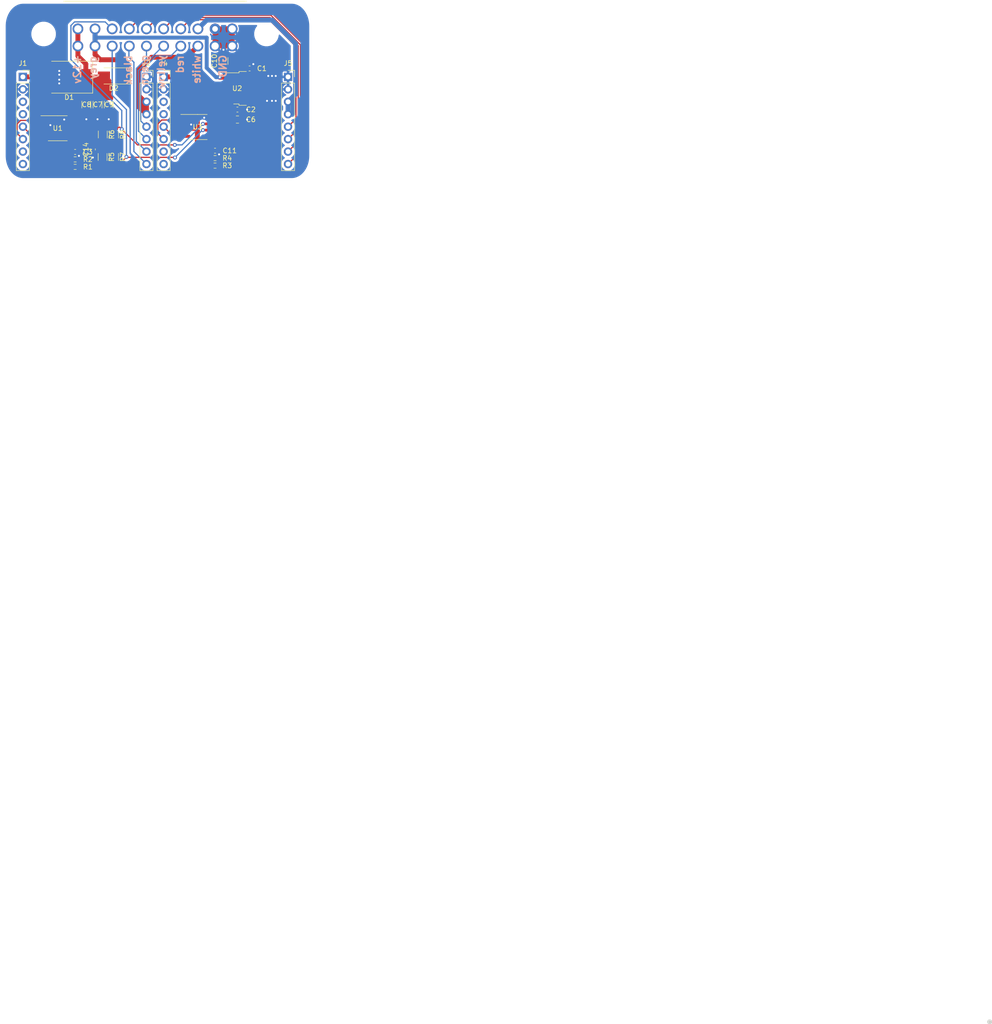
<source format=kicad_pcb>
(kicad_pcb (version 20171130) (host pcbnew "(5.1.9)-1")

  (general
    (thickness 1.6)
    (drawings 17)
    (tracks 382)
    (zones 0)
    (modules 28)
    (nets 32)
  )

  (page A4)
  (layers
    (0 F.Cu signal)
    (31 B.Cu signal)
    (32 B.Adhes user hide)
    (33 F.Adhes user hide)
    (34 B.Paste user)
    (35 F.Paste user)
    (36 B.SilkS user)
    (37 F.SilkS user)
    (38 B.Mask user)
    (39 F.Mask user)
    (40 Dwgs.User user hide)
    (41 Cmts.User user hide)
    (42 Eco1.User user hide)
    (43 Eco2.User user hide)
    (44 Edge.Cuts user)
    (45 Margin user hide)
    (46 B.CrtYd user)
    (47 F.CrtYd user)
    (48 B.Fab user)
    (49 F.Fab user)
  )

  (setup
    (last_trace_width 0.25)
    (trace_clearance 0.2)
    (zone_clearance 0.508)
    (zone_45_only no)
    (trace_min 0.2)
    (via_size 0.8)
    (via_drill 0.4)
    (via_min_size 0.4)
    (via_min_drill 0.3)
    (uvia_size 0.3)
    (uvia_drill 0.1)
    (uvias_allowed no)
    (uvia_min_size 0.2)
    (uvia_min_drill 0.1)
    (edge_width 0.1)
    (segment_width 0.2)
    (pcb_text_width 0.3)
    (pcb_text_size 1.5 1.5)
    (mod_edge_width 0.15)
    (mod_text_size 1 1)
    (mod_text_width 0.15)
    (pad_size 1.524 1.524)
    (pad_drill 0.762)
    (pad_to_mask_clearance 0)
    (aux_axis_origin 0 0)
    (grid_origin 129.54 66.04)
    (visible_elements 7FFFF7FF)
    (pcbplotparams
      (layerselection 0x010fc_ffffffff)
      (usegerberextensions false)
      (usegerberattributes true)
      (usegerberadvancedattributes true)
      (creategerberjobfile true)
      (excludeedgelayer true)
      (linewidth 0.100000)
      (plotframeref true)
      (viasonmask false)
      (mode 1)
      (useauxorigin false)
      (hpglpennumber 1)
      (hpglpenspeed 20)
      (hpglpendiameter 15.000000)
      (psnegative false)
      (psa4output false)
      (plotreference true)
      (plotvalue true)
      (plotinvisibletext false)
      (padsonsilk false)
      (subtractmaskfromsilk true)
      (outputformat 4)
      (mirror false)
      (drillshape 0)
      (scaleselection 1)
      (outputdirectory "./pdf"))
  )

  (net 0 "")
  (net 1 GND)
  (net 2 /LSU_Heater+)
  (net 3 +5V)
  (net 4 "Net-(C3-Pad1)")
  (net 5 /CAN_H)
  (net 6 /CAN_L)
  (net 7 12V_RAW)
  (net 8 "Net-(C11-Pad1)")
  (net 9 /Boot0)
  (net 10 /nRESET)
  (net 11 /CAN_TX)
  (net 12 /CAN_RX)
  (net 13 /UART_RX)
  (net 14 /UART_TX)
  (net 15 /LSU1_Un)
  (net 16 /LSU1_Rtrim)
  (net 17 /LSU1_Vm)
  (net 18 /LSU1_Ip)
  (net 19 /LSU1_Heater-)
  (net 20 /LSU2_Ip)
  (net 21 /LSU2_Heater-)
  (net 22 /LSU2_Vm)
  (net 23 /LSU2_Rtrim)
  (net 24 /LSU2_Un)
  (net 25 /Boot02)
  (net 26 /nRESET2)
  (net 27 /CAN2_TX)
  (net 28 /CAN2_RX)
  (net 29 /UART_RX2)
  (net 30 /UART_TX2)
  (net 31 "Net-(C14-Pad2)")

  (net_class Default "This is the default net class."
    (clearance 0.2)
    (trace_width 0.25)
    (via_dia 0.8)
    (via_drill 0.4)
    (uvia_dia 0.3)
    (uvia_drill 0.1)
    (add_net +5V)
    (add_net /Boot0)
    (add_net /Boot02)
    (add_net /CAN2_RX)
    (add_net /CAN2_TX)
    (add_net /CAN_H)
    (add_net /CAN_L)
    (add_net /CAN_RX)
    (add_net /CAN_TX)
    (add_net /LSU1_Heater-)
    (add_net /LSU1_Ip)
    (add_net /LSU1_Rtrim)
    (add_net /LSU1_Un)
    (add_net /LSU1_Vm)
    (add_net /LSU2_Heater-)
    (add_net /LSU2_Ip)
    (add_net /LSU2_Rtrim)
    (add_net /LSU2_Un)
    (add_net /LSU2_Vm)
    (add_net /LSU_Heater+)
    (add_net /UART_RX)
    (add_net /UART_RX2)
    (add_net /UART_TX)
    (add_net /UART_TX2)
    (add_net /nRESET)
    (add_net /nRESET2)
    (add_net 12V_RAW)
    (add_net GND)
    (add_net "Net-(C11-Pad1)")
    (add_net "Net-(C14-Pad2)")
    (add_net "Net-(C3-Pad1)")
  )

  (module Package_TO_SOT_SMD:TO-252-2 (layer F.Cu) (tedit 5A70A390) (tstamp 60047D9B)
    (at 149.154 85.852)
    (descr "TO-252 / DPAK SMD package, http://www.infineon.com/cms/en/product/packages/PG-TO252/PG-TO252-3-1/")
    (tags "DPAK TO-252 DPAK-3 TO-252-3 SOT-428")
    (path /5FB67A82)
    (attr smd)
    (fp_text reference U2 (at -2.85 0) (layer F.SilkS)
      (effects (font (size 1 1) (thickness 0.15)))
    )
    (fp_text value LM78M05_TO252 (at 0 4.5) (layer F.Fab)
      (effects (font (size 1 1) (thickness 0.15)))
    )
    (fp_line (start 3.95 -2.7) (end 4.95 -2.7) (layer F.Fab) (width 0.1))
    (fp_line (start 4.95 -2.7) (end 4.95 2.7) (layer F.Fab) (width 0.1))
    (fp_line (start 4.95 2.7) (end 3.95 2.7) (layer F.Fab) (width 0.1))
    (fp_line (start 3.95 -3.25) (end 3.95 3.25) (layer F.Fab) (width 0.1))
    (fp_line (start 3.95 3.25) (end -2.27 3.25) (layer F.Fab) (width 0.1))
    (fp_line (start -2.27 3.25) (end -2.27 -2.25) (layer F.Fab) (width 0.1))
    (fp_line (start -2.27 -2.25) (end -1.27 -3.25) (layer F.Fab) (width 0.1))
    (fp_line (start -1.27 -3.25) (end 3.95 -3.25) (layer F.Fab) (width 0.1))
    (fp_line (start -1.865 -2.655) (end -4.97 -2.655) (layer F.Fab) (width 0.1))
    (fp_line (start -4.97 -2.655) (end -4.97 -1.905) (layer F.Fab) (width 0.1))
    (fp_line (start -4.97 -1.905) (end -2.27 -1.905) (layer F.Fab) (width 0.1))
    (fp_line (start -2.27 1.905) (end -4.97 1.905) (layer F.Fab) (width 0.1))
    (fp_line (start -4.97 1.905) (end -4.97 2.655) (layer F.Fab) (width 0.1))
    (fp_line (start -4.97 2.655) (end -2.27 2.655) (layer F.Fab) (width 0.1))
    (fp_line (start -0.97 -3.45) (end -2.47 -3.45) (layer F.SilkS) (width 0.12))
    (fp_line (start -2.47 -3.45) (end -2.47 -3.18) (layer F.SilkS) (width 0.12))
    (fp_line (start -2.47 -3.18) (end -5.3 -3.18) (layer F.SilkS) (width 0.12))
    (fp_line (start -0.97 3.45) (end -2.47 3.45) (layer F.SilkS) (width 0.12))
    (fp_line (start -2.47 3.45) (end -2.47 3.18) (layer F.SilkS) (width 0.12))
    (fp_line (start -2.47 3.18) (end -3.57 3.18) (layer F.SilkS) (width 0.12))
    (fp_line (start -5.55 -3.5) (end -5.55 3.5) (layer F.CrtYd) (width 0.05))
    (fp_line (start -5.55 3.5) (end 5.55 3.5) (layer F.CrtYd) (width 0.05))
    (fp_line (start 5.55 3.5) (end 5.55 -3.5) (layer F.CrtYd) (width 0.05))
    (fp_line (start 5.55 -3.5) (end -5.55 -3.5) (layer F.CrtYd) (width 0.05))
    (fp_text user %R (at 0 0) (layer F.Fab)
      (effects (font (size 1 1) (thickness 0.15)))
    )
    (pad "" smd rect (at 0.425 1.525) (size 3.05 2.75) (layers F.Paste))
    (pad "" smd rect (at 3.775 -1.525) (size 3.05 2.75) (layers F.Paste))
    (pad "" smd rect (at 0.425 -1.525) (size 3.05 2.75) (layers F.Paste))
    (pad "" smd rect (at 3.775 1.525) (size 3.05 2.75) (layers F.Paste))
    (pad 2 smd rect (at 2.1 0) (size 6.4 5.8) (layers F.Cu F.Mask)
      (net 1 GND))
    (pad 3 smd rect (at -4.2 2.28) (size 2.2 1.2) (layers F.Cu F.Paste F.Mask)
      (net 3 +5V))
    (pad 1 smd rect (at -4.2 -2.28) (size 2.2 1.2) (layers F.Cu F.Paste F.Mask)
      (net 2 /LSU_Heater+))
    (model ${KISYS3DMOD}/Package_TO_SOT_SMD.3dshapes/TO-252-2.wrl
      (at (xyz 0 0 0))
      (scale (xyz 1 1 1))
      (rotate (xyz 0 0 0))
    )
  )

  (module Resistor_SMD:R_1206_3216Metric (layer F.Cu) (tedit 5F68FEEE) (tstamp 600A33DD)
    (at 121.158 95.25 270)
    (descr "Resistor SMD 1206 (3216 Metric), square (rectangular) end terminal, IPC_7351 nominal, (Body size source: IPC-SM-782 page 72, https://www.pcb-3d.com/wordpress/wp-content/uploads/ipc-sm-782a_amendment_1_and_2.pdf), generated with kicad-footprint-generator")
    (tags resistor)
    (path /60186C0C)
    (attr smd)
    (fp_text reference R8 (at 0 -1.82 90) (layer F.SilkS)
      (effects (font (size 1 1) (thickness 0.15)))
    )
    (fp_text value 120 (at 0 1.82 90) (layer F.Fab)
      (effects (font (size 1 1) (thickness 0.15)))
    )
    (fp_line (start 2.28 1.12) (end -2.28 1.12) (layer F.CrtYd) (width 0.05))
    (fp_line (start 2.28 -1.12) (end 2.28 1.12) (layer F.CrtYd) (width 0.05))
    (fp_line (start -2.28 -1.12) (end 2.28 -1.12) (layer F.CrtYd) (width 0.05))
    (fp_line (start -2.28 1.12) (end -2.28 -1.12) (layer F.CrtYd) (width 0.05))
    (fp_line (start -0.727064 0.91) (end 0.727064 0.91) (layer F.SilkS) (width 0.12))
    (fp_line (start -0.727064 -0.91) (end 0.727064 -0.91) (layer F.SilkS) (width 0.12))
    (fp_line (start 1.6 0.8) (end -1.6 0.8) (layer F.Fab) (width 0.1))
    (fp_line (start 1.6 -0.8) (end 1.6 0.8) (layer F.Fab) (width 0.1))
    (fp_line (start -1.6 -0.8) (end 1.6 -0.8) (layer F.Fab) (width 0.1))
    (fp_line (start -1.6 0.8) (end -1.6 -0.8) (layer F.Fab) (width 0.1))
    (fp_text user %R (at 0 0 90) (layer F.Fab)
      (effects (font (size 0.8 0.8) (thickness 0.12)))
    )
    (pad 2 smd roundrect (at 1.4625 0 270) (size 1.125 1.75) (layers F.Cu F.Paste F.Mask) (roundrect_rratio 0.2222213333333333)
      (net 31 "Net-(C14-Pad2)"))
    (pad 1 smd roundrect (at -1.4625 0 270) (size 1.125 1.75) (layers F.Cu F.Paste F.Mask) (roundrect_rratio 0.2222213333333333)
      (net 5 /CAN_H))
    (model ${KISYS3DMOD}/Resistor_SMD.3dshapes/R_1206_3216Metric.wrl
      (at (xyz 0 0 0))
      (scale (xyz 1 1 1))
      (rotate (xyz 0 0 0))
    )
  )

  (module Resistor_SMD:R_1206_3216Metric (layer F.Cu) (tedit 5F68FEEE) (tstamp 600A33CC)
    (at 121.158 99.822 270)
    (descr "Resistor SMD 1206 (3216 Metric), square (rectangular) end terminal, IPC_7351 nominal, (Body size source: IPC-SM-782 page 72, https://www.pcb-3d.com/wordpress/wp-content/uploads/ipc-sm-782a_amendment_1_and_2.pdf), generated with kicad-footprint-generator")
    (tags resistor)
    (path /601867AB)
    (attr smd)
    (fp_text reference R7 (at 0 -1.82 90) (layer F.SilkS)
      (effects (font (size 1 1) (thickness 0.15)))
    )
    (fp_text value 120 (at 0 1.82 90) (layer F.Fab)
      (effects (font (size 1 1) (thickness 0.15)))
    )
    (fp_line (start 2.28 1.12) (end -2.28 1.12) (layer F.CrtYd) (width 0.05))
    (fp_line (start 2.28 -1.12) (end 2.28 1.12) (layer F.CrtYd) (width 0.05))
    (fp_line (start -2.28 -1.12) (end 2.28 -1.12) (layer F.CrtYd) (width 0.05))
    (fp_line (start -2.28 1.12) (end -2.28 -1.12) (layer F.CrtYd) (width 0.05))
    (fp_line (start -0.727064 0.91) (end 0.727064 0.91) (layer F.SilkS) (width 0.12))
    (fp_line (start -0.727064 -0.91) (end 0.727064 -0.91) (layer F.SilkS) (width 0.12))
    (fp_line (start 1.6 0.8) (end -1.6 0.8) (layer F.Fab) (width 0.1))
    (fp_line (start 1.6 -0.8) (end 1.6 0.8) (layer F.Fab) (width 0.1))
    (fp_line (start -1.6 -0.8) (end 1.6 -0.8) (layer F.Fab) (width 0.1))
    (fp_line (start -1.6 0.8) (end -1.6 -0.8) (layer F.Fab) (width 0.1))
    (fp_text user %R (at 0 0 90) (layer F.Fab)
      (effects (font (size 0.8 0.8) (thickness 0.12)))
    )
    (pad 2 smd roundrect (at 1.4625 0 270) (size 1.125 1.75) (layers F.Cu F.Paste F.Mask) (roundrect_rratio 0.2222213333333333)
      (net 6 /CAN_L))
    (pad 1 smd roundrect (at -1.4625 0 270) (size 1.125 1.75) (layers F.Cu F.Paste F.Mask) (roundrect_rratio 0.2222213333333333)
      (net 31 "Net-(C14-Pad2)"))
    (model ${KISYS3DMOD}/Resistor_SMD.3dshapes/R_1206_3216Metric.wrl
      (at (xyz 0 0 0))
      (scale (xyz 1 1 1))
      (rotate (xyz 0 0 0))
    )
  )

  (module Resistor_SMD:R_1206_3216Metric (layer F.Cu) (tedit 5F68FEEE) (tstamp 6008282B)
    (at 118.872 95.25 270)
    (descr "Resistor SMD 1206 (3216 Metric), square (rectangular) end terminal, IPC_7351 nominal, (Body size source: IPC-SM-782 page 72, https://www.pcb-3d.com/wordpress/wp-content/uploads/ipc-sm-782a_amendment_1_and_2.pdf), generated with kicad-footprint-generator")
    (tags resistor)
    (path /600A5B18)
    (attr smd)
    (fp_text reference R6 (at 0 -1.82 90) (layer F.SilkS)
      (effects (font (size 1 1) (thickness 0.15)))
    )
    (fp_text value 120 (at 0 1.82 90) (layer F.Fab)
      (effects (font (size 1 1) (thickness 0.15)))
    )
    (fp_line (start 2.28 1.12) (end -2.28 1.12) (layer F.CrtYd) (width 0.05))
    (fp_line (start 2.28 -1.12) (end 2.28 1.12) (layer F.CrtYd) (width 0.05))
    (fp_line (start -2.28 -1.12) (end 2.28 -1.12) (layer F.CrtYd) (width 0.05))
    (fp_line (start -2.28 1.12) (end -2.28 -1.12) (layer F.CrtYd) (width 0.05))
    (fp_line (start -0.727064 0.91) (end 0.727064 0.91) (layer F.SilkS) (width 0.12))
    (fp_line (start -0.727064 -0.91) (end 0.727064 -0.91) (layer F.SilkS) (width 0.12))
    (fp_line (start 1.6 0.8) (end -1.6 0.8) (layer F.Fab) (width 0.1))
    (fp_line (start 1.6 -0.8) (end 1.6 0.8) (layer F.Fab) (width 0.1))
    (fp_line (start -1.6 -0.8) (end 1.6 -0.8) (layer F.Fab) (width 0.1))
    (fp_line (start -1.6 0.8) (end -1.6 -0.8) (layer F.Fab) (width 0.1))
    (fp_text user %R (at 0 0 90) (layer F.Fab)
      (effects (font (size 0.8 0.8) (thickness 0.12)))
    )
    (pad 2 smd roundrect (at 1.4625 0 270) (size 1.125 1.75) (layers F.Cu F.Paste F.Mask) (roundrect_rratio 0.2222213333333333)
      (net 31 "Net-(C14-Pad2)"))
    (pad 1 smd roundrect (at -1.4625 0 270) (size 1.125 1.75) (layers F.Cu F.Paste F.Mask) (roundrect_rratio 0.2222213333333333)
      (net 5 /CAN_H))
    (model ${KISYS3DMOD}/Resistor_SMD.3dshapes/R_1206_3216Metric.wrl
      (at (xyz 0 0 0))
      (scale (xyz 1 1 1))
      (rotate (xyz 0 0 0))
    )
  )

  (module Resistor_SMD:R_1206_3216Metric (layer F.Cu) (tedit 5F68FEEE) (tstamp 6008281A)
    (at 118.835001 99.840999 270)
    (descr "Resistor SMD 1206 (3216 Metric), square (rectangular) end terminal, IPC_7351 nominal, (Body size source: IPC-SM-782 page 72, https://www.pcb-3d.com/wordpress/wp-content/uploads/ipc-sm-782a_amendment_1_and_2.pdf), generated with kicad-footprint-generator")
    (tags resistor)
    (path /600A0D2E)
    (attr smd)
    (fp_text reference R5 (at 0 -1.82 90) (layer F.SilkS)
      (effects (font (size 1 1) (thickness 0.15)))
    )
    (fp_text value 120 (at 0 1.82 90) (layer F.Fab)
      (effects (font (size 1 1) (thickness 0.15)))
    )
    (fp_line (start 2.28 1.12) (end -2.28 1.12) (layer F.CrtYd) (width 0.05))
    (fp_line (start 2.28 -1.12) (end 2.28 1.12) (layer F.CrtYd) (width 0.05))
    (fp_line (start -2.28 -1.12) (end 2.28 -1.12) (layer F.CrtYd) (width 0.05))
    (fp_line (start -2.28 1.12) (end -2.28 -1.12) (layer F.CrtYd) (width 0.05))
    (fp_line (start -0.727064 0.91) (end 0.727064 0.91) (layer F.SilkS) (width 0.12))
    (fp_line (start -0.727064 -0.91) (end 0.727064 -0.91) (layer F.SilkS) (width 0.12))
    (fp_line (start 1.6 0.8) (end -1.6 0.8) (layer F.Fab) (width 0.1))
    (fp_line (start 1.6 -0.8) (end 1.6 0.8) (layer F.Fab) (width 0.1))
    (fp_line (start -1.6 -0.8) (end 1.6 -0.8) (layer F.Fab) (width 0.1))
    (fp_line (start -1.6 0.8) (end -1.6 -0.8) (layer F.Fab) (width 0.1))
    (fp_text user %R (at 0 0 90) (layer F.Fab)
      (effects (font (size 0.8 0.8) (thickness 0.12)))
    )
    (pad 2 smd roundrect (at 1.4625 0 270) (size 1.125 1.75) (layers F.Cu F.Paste F.Mask) (roundrect_rratio 0.2222213333333333)
      (net 6 /CAN_L))
    (pad 1 smd roundrect (at -1.4625 0 270) (size 1.125 1.75) (layers F.Cu F.Paste F.Mask) (roundrect_rratio 0.2222213333333333)
      (net 31 "Net-(C14-Pad2)"))
    (model ${KISYS3DMOD}/Resistor_SMD.3dshapes/R_1206_3216Metric.wrl
      (at (xyz 0 0 0))
      (scale (xyz 1 1 1))
      (rotate (xyz 0 0 0))
    )
  )

  (module Resistor_SMD:R_0603_1608Metric (layer F.Cu) (tedit 5F68FEEE) (tstamp 60047D2A)
    (at 113.228 101.854 180)
    (descr "Resistor SMD 0603 (1608 Metric), square (rectangular) end terminal, IPC_7351 nominal, (Body size source: IPC-SM-782 page 72, https://www.pcb-3d.com/wordpress/wp-content/uploads/ipc-sm-782a_amendment_1_and_2.pdf), generated with kicad-footprint-generator")
    (tags resistor)
    (path /5FB83149)
    (attr smd)
    (fp_text reference R1 (at -2.596 0) (layer F.SilkS)
      (effects (font (size 1 1) (thickness 0.15)))
    )
    (fp_text value 220 (at 0 1.43) (layer F.Fab)
      (effects (font (size 1 1) (thickness 0.15)))
    )
    (fp_line (start -0.8 0.4125) (end -0.8 -0.4125) (layer F.Fab) (width 0.1))
    (fp_line (start -0.8 -0.4125) (end 0.8 -0.4125) (layer F.Fab) (width 0.1))
    (fp_line (start 0.8 -0.4125) (end 0.8 0.4125) (layer F.Fab) (width 0.1))
    (fp_line (start 0.8 0.4125) (end -0.8 0.4125) (layer F.Fab) (width 0.1))
    (fp_line (start -0.237258 -0.5225) (end 0.237258 -0.5225) (layer F.SilkS) (width 0.12))
    (fp_line (start -0.237258 0.5225) (end 0.237258 0.5225) (layer F.SilkS) (width 0.12))
    (fp_line (start -1.48 0.73) (end -1.48 -0.73) (layer F.CrtYd) (width 0.05))
    (fp_line (start -1.48 -0.73) (end 1.48 -0.73) (layer F.CrtYd) (width 0.05))
    (fp_line (start 1.48 -0.73) (end 1.48 0.73) (layer F.CrtYd) (width 0.05))
    (fp_line (start 1.48 0.73) (end -1.48 0.73) (layer F.CrtYd) (width 0.05))
    (fp_text user %R (at 0 0) (layer F.Fab)
      (effects (font (size 0.4 0.4) (thickness 0.06)))
    )
    (pad 2 smd roundrect (at 0.825 0 180) (size 0.8 0.95) (layers F.Cu F.Paste F.Mask) (roundrect_rratio 0.25)
      (net 4 "Net-(C3-Pad1)"))
    (pad 1 smd roundrect (at -0.825 0 180) (size 0.8 0.95) (layers F.Cu F.Paste F.Mask) (roundrect_rratio 0.25)
      (net 3 +5V))
    (model ${KISYS3DMOD}/Resistor_SMD.3dshapes/R_0603_1608Metric.wrl
      (at (xyz 0 0 0))
      (scale (xyz 1 1 1))
      (rotate (xyz 0 0 0))
    )
  )

  (module Diode_SMD:D_SMC (layer F.Cu) (tedit 5864295D) (tstamp 600822DC)
    (at 112.014 83.566 180)
    (descr "Diode SMC (DO-214AB)")
    (tags "Diode SMC (DO-214AB)")
    (path /5FB63423)
    (attr smd)
    (fp_text reference D1 (at 0 -4.1) (layer F.SilkS)
      (effects (font (size 1 1) (thickness 0.15)))
    )
    (fp_text value D_TVS (at 0 4.2) (layer F.Fab)
      (effects (font (size 1 1) (thickness 0.15)))
    )
    (fp_line (start -4.8 -3.25) (end 3.6 -3.25) (layer F.SilkS) (width 0.12))
    (fp_line (start -4.8 3.25) (end 3.6 3.25) (layer F.SilkS) (width 0.12))
    (fp_line (start -0.64944 0.00102) (end 0.50118 -0.79908) (layer F.Fab) (width 0.1))
    (fp_line (start -0.64944 0.00102) (end 0.50118 0.75032) (layer F.Fab) (width 0.1))
    (fp_line (start 0.50118 0.75032) (end 0.50118 -0.79908) (layer F.Fab) (width 0.1))
    (fp_line (start -0.64944 -0.79908) (end -0.64944 0.80112) (layer F.Fab) (width 0.1))
    (fp_line (start 0.50118 0.00102) (end 1.4994 0.00102) (layer F.Fab) (width 0.1))
    (fp_line (start -0.64944 0.00102) (end -1.55114 0.00102) (layer F.Fab) (width 0.1))
    (fp_line (start -4.9 3.35) (end -4.9 -3.35) (layer F.CrtYd) (width 0.05))
    (fp_line (start 4.9 3.35) (end -4.9 3.35) (layer F.CrtYd) (width 0.05))
    (fp_line (start 4.9 -3.35) (end 4.9 3.35) (layer F.CrtYd) (width 0.05))
    (fp_line (start -4.9 -3.35) (end 4.9 -3.35) (layer F.CrtYd) (width 0.05))
    (fp_line (start 3.55 -3.1) (end -3.55 -3.1) (layer F.Fab) (width 0.1))
    (fp_line (start 3.55 -3.1) (end 3.55 3.1) (layer F.Fab) (width 0.1))
    (fp_line (start -3.55 3.1) (end -3.55 -3.1) (layer F.Fab) (width 0.1))
    (fp_line (start 3.55 3.1) (end -3.55 3.1) (layer F.Fab) (width 0.1))
    (fp_line (start -4.8 3.25) (end -4.8 -3.25) (layer F.SilkS) (width 0.12))
    (fp_text user %R (at 0 -1.9) (layer F.Fab)
      (effects (font (size 1 1) (thickness 0.15)))
    )
    (pad 2 smd rect (at 3.4 0 270) (size 3.3 2.5) (layers F.Cu F.Paste F.Mask)
      (net 1 GND))
    (pad 1 smd rect (at -3.4 0 270) (size 3.3 2.5) (layers F.Cu F.Paste F.Mask)
      (net 7 12V_RAW))
    (model ${KISYS3DMOD}/Diode_SMD.3dshapes/D_SMC.wrl
      (at (xyz 0 0 0))
      (scale (xyz 1 1 1))
      (rotate (xyz 0 0 0))
    )
  )

  (module Package_SO:SOIC-8_3.9x4.9mm_P1.27mm (layer F.Cu) (tedit 5D9F72B1) (tstamp 60047DB5)
    (at 138.232 93.726)
    (descr "SOIC, 8 Pin (JEDEC MS-012AA, https://www.analog.com/media/en/package-pcb-resources/package/pkg_pdf/soic_narrow-r/r_8.pdf), generated with kicad-footprint-generator ipc_gullwing_generator.py")
    (tags "SOIC SO")
    (path /6007255A)
    (attr smd)
    (fp_text reference U3 (at 0 0) (layer F.SilkS)
      (effects (font (size 1 1) (thickness 0.15)))
    )
    (fp_text value TJA1051T-3 (at 0 3.4) (layer F.Fab)
      (effects (font (size 1 1) (thickness 0.15)))
    )
    (fp_line (start 0 2.56) (end 1.95 2.56) (layer F.SilkS) (width 0.12))
    (fp_line (start 0 2.56) (end -1.95 2.56) (layer F.SilkS) (width 0.12))
    (fp_line (start 0 -2.56) (end 1.95 -2.56) (layer F.SilkS) (width 0.12))
    (fp_line (start 0 -2.56) (end -3.45 -2.56) (layer F.SilkS) (width 0.12))
    (fp_line (start -0.975 -2.45) (end 1.95 -2.45) (layer F.Fab) (width 0.1))
    (fp_line (start 1.95 -2.45) (end 1.95 2.45) (layer F.Fab) (width 0.1))
    (fp_line (start 1.95 2.45) (end -1.95 2.45) (layer F.Fab) (width 0.1))
    (fp_line (start -1.95 2.45) (end -1.95 -1.475) (layer F.Fab) (width 0.1))
    (fp_line (start -1.95 -1.475) (end -0.975 -2.45) (layer F.Fab) (width 0.1))
    (fp_line (start -3.7 -2.7) (end -3.7 2.7) (layer F.CrtYd) (width 0.05))
    (fp_line (start -3.7 2.7) (end 3.7 2.7) (layer F.CrtYd) (width 0.05))
    (fp_line (start 3.7 2.7) (end 3.7 -2.7) (layer F.CrtYd) (width 0.05))
    (fp_line (start 3.7 -2.7) (end -3.7 -2.7) (layer F.CrtYd) (width 0.05))
    (fp_text user %R (at 0 0) (layer F.Fab)
      (effects (font (size 0.98 0.98) (thickness 0.15)))
    )
    (pad 8 smd roundrect (at 2.475 -1.905) (size 1.95 0.6) (layers F.Cu F.Paste F.Mask) (roundrect_rratio 0.25)
      (net 1 GND))
    (pad 7 smd roundrect (at 2.475 -0.635) (size 1.95 0.6) (layers F.Cu F.Paste F.Mask) (roundrect_rratio 0.25)
      (net 5 /CAN_H))
    (pad 6 smd roundrect (at 2.475 0.635) (size 1.95 0.6) (layers F.Cu F.Paste F.Mask) (roundrect_rratio 0.25)
      (net 6 /CAN_L))
    (pad 5 smd roundrect (at 2.475 1.905) (size 1.95 0.6) (layers F.Cu F.Paste F.Mask) (roundrect_rratio 0.25)
      (net 8 "Net-(C11-Pad1)"))
    (pad 4 smd roundrect (at -2.475 1.905) (size 1.95 0.6) (layers F.Cu F.Paste F.Mask) (roundrect_rratio 0.25)
      (net 28 /CAN2_RX))
    (pad 3 smd roundrect (at -2.475 0.635) (size 1.95 0.6) (layers F.Cu F.Paste F.Mask) (roundrect_rratio 0.25)
      (net 3 +5V))
    (pad 2 smd roundrect (at -2.475 -0.635) (size 1.95 0.6) (layers F.Cu F.Paste F.Mask) (roundrect_rratio 0.25)
      (net 1 GND))
    (pad 1 smd roundrect (at -2.475 -1.905) (size 1.95 0.6) (layers F.Cu F.Paste F.Mask) (roundrect_rratio 0.25)
      (net 27 /CAN2_TX))
    (model ${KISYS3DMOD}/Package_SO.3dshapes/SOIC-8_3.9x4.9mm_P1.27mm.wrl
      (at (xyz 0 0 0))
      (scale (xyz 1 1 1))
      (rotate (xyz 0 0 0))
    )
  )

  (module Package_SO:SOIC-8_3.9x4.9mm_P1.27mm (layer F.Cu) (tedit 5D9F72B1) (tstamp 60047D77)
    (at 109.672 93.98)
    (descr "SOIC, 8 Pin (JEDEC MS-012AA, https://www.analog.com/media/en/package-pcb-resources/package/pkg_pdf/soic_narrow-r/r_8.pdf), generated with kicad-footprint-generator ipc_gullwing_generator.py")
    (tags "SOIC SO")
    (path /5FB6A2CB)
    (attr smd)
    (fp_text reference U1 (at 0 0) (layer F.SilkS)
      (effects (font (size 1 1) (thickness 0.15)))
    )
    (fp_text value TJA1051T-3 (at 0 3.4) (layer F.Fab)
      (effects (font (size 1 1) (thickness 0.15)))
    )
    (fp_line (start 0 2.56) (end 1.95 2.56) (layer F.SilkS) (width 0.12))
    (fp_line (start 0 2.56) (end -1.95 2.56) (layer F.SilkS) (width 0.12))
    (fp_line (start 0 -2.56) (end 1.95 -2.56) (layer F.SilkS) (width 0.12))
    (fp_line (start 0 -2.56) (end -3.45 -2.56) (layer F.SilkS) (width 0.12))
    (fp_line (start -0.975 -2.45) (end 1.95 -2.45) (layer F.Fab) (width 0.1))
    (fp_line (start 1.95 -2.45) (end 1.95 2.45) (layer F.Fab) (width 0.1))
    (fp_line (start 1.95 2.45) (end -1.95 2.45) (layer F.Fab) (width 0.1))
    (fp_line (start -1.95 2.45) (end -1.95 -1.475) (layer F.Fab) (width 0.1))
    (fp_line (start -1.95 -1.475) (end -0.975 -2.45) (layer F.Fab) (width 0.1))
    (fp_line (start -3.7 -2.7) (end -3.7 2.7) (layer F.CrtYd) (width 0.05))
    (fp_line (start -3.7 2.7) (end 3.7 2.7) (layer F.CrtYd) (width 0.05))
    (fp_line (start 3.7 2.7) (end 3.7 -2.7) (layer F.CrtYd) (width 0.05))
    (fp_line (start 3.7 -2.7) (end -3.7 -2.7) (layer F.CrtYd) (width 0.05))
    (fp_text user %R (at 0 0) (layer F.Fab)
      (effects (font (size 0.98 0.98) (thickness 0.15)))
    )
    (pad 8 smd roundrect (at 2.475 -1.905) (size 1.95 0.6) (layers F.Cu F.Paste F.Mask) (roundrect_rratio 0.25)
      (net 1 GND))
    (pad 7 smd roundrect (at 2.475 -0.635) (size 1.95 0.6) (layers F.Cu F.Paste F.Mask) (roundrect_rratio 0.25)
      (net 5 /CAN_H))
    (pad 6 smd roundrect (at 2.475 0.635) (size 1.95 0.6) (layers F.Cu F.Paste F.Mask) (roundrect_rratio 0.25)
      (net 6 /CAN_L))
    (pad 5 smd roundrect (at 2.475 1.905) (size 1.95 0.6) (layers F.Cu F.Paste F.Mask) (roundrect_rratio 0.25)
      (net 4 "Net-(C3-Pad1)"))
    (pad 4 smd roundrect (at -2.475 1.905) (size 1.95 0.6) (layers F.Cu F.Paste F.Mask) (roundrect_rratio 0.25)
      (net 12 /CAN_RX))
    (pad 3 smd roundrect (at -2.475 0.635) (size 1.95 0.6) (layers F.Cu F.Paste F.Mask) (roundrect_rratio 0.25)
      (net 3 +5V))
    (pad 2 smd roundrect (at -2.475 -0.635) (size 1.95 0.6) (layers F.Cu F.Paste F.Mask) (roundrect_rratio 0.25)
      (net 1 GND))
    (pad 1 smd roundrect (at -2.475 -1.905) (size 1.95 0.6) (layers F.Cu F.Paste F.Mask) (roundrect_rratio 0.25)
      (net 11 /CAN_TX))
    (model ${KISYS3DMOD}/Package_SO.3dshapes/SOIC-8_3.9x4.9mm_P1.27mm.wrl
      (at (xyz 0 0 0))
      (scale (xyz 1 1 1))
      (rotate (xyz 0 0 0))
    )
  )

  (module Resistor_SMD:R_0603_1608Metric (layer F.Cu) (tedit 5F68FEEE) (tstamp 60047D5D)
    (at 141.788 100.076)
    (descr "Resistor SMD 0603 (1608 Metric), square (rectangular) end terminal, IPC_7351 nominal, (Body size source: IPC-SM-782 page 72, https://www.pcb-3d.com/wordpress/wp-content/uploads/ipc-sm-782a_amendment_1_and_2.pdf), generated with kicad-footprint-generator")
    (tags resistor)
    (path /6007257C)
    (attr smd)
    (fp_text reference R4 (at 2.484 0) (layer F.SilkS)
      (effects (font (size 1 1) (thickness 0.15)))
    )
    (fp_text value 470 (at 0 1.43) (layer F.Fab)
      (effects (font (size 1 1) (thickness 0.15)))
    )
    (fp_line (start -0.8 0.4125) (end -0.8 -0.4125) (layer F.Fab) (width 0.1))
    (fp_line (start -0.8 -0.4125) (end 0.8 -0.4125) (layer F.Fab) (width 0.1))
    (fp_line (start 0.8 -0.4125) (end 0.8 0.4125) (layer F.Fab) (width 0.1))
    (fp_line (start 0.8 0.4125) (end -0.8 0.4125) (layer F.Fab) (width 0.1))
    (fp_line (start -0.237258 -0.5225) (end 0.237258 -0.5225) (layer F.SilkS) (width 0.12))
    (fp_line (start -0.237258 0.5225) (end 0.237258 0.5225) (layer F.SilkS) (width 0.12))
    (fp_line (start -1.48 0.73) (end -1.48 -0.73) (layer F.CrtYd) (width 0.05))
    (fp_line (start -1.48 -0.73) (end 1.48 -0.73) (layer F.CrtYd) (width 0.05))
    (fp_line (start 1.48 -0.73) (end 1.48 0.73) (layer F.CrtYd) (width 0.05))
    (fp_line (start 1.48 0.73) (end -1.48 0.73) (layer F.CrtYd) (width 0.05))
    (fp_text user %R (at 0 0) (layer F.Fab)
      (effects (font (size 0.4 0.4) (thickness 0.06)))
    )
    (pad 2 smd roundrect (at 0.825 0) (size 0.8 0.95) (layers F.Cu F.Paste F.Mask) (roundrect_rratio 0.25)
      (net 1 GND))
    (pad 1 smd roundrect (at -0.825 0) (size 0.8 0.95) (layers F.Cu F.Paste F.Mask) (roundrect_rratio 0.25)
      (net 8 "Net-(C11-Pad1)"))
    (model ${KISYS3DMOD}/Resistor_SMD.3dshapes/R_0603_1608Metric.wrl
      (at (xyz 0 0 0))
      (scale (xyz 1 1 1))
      (rotate (xyz 0 0 0))
    )
  )

  (module Resistor_SMD:R_0603_1608Metric (layer F.Cu) (tedit 5F68FEEE) (tstamp 60047D4C)
    (at 141.788 101.6 180)
    (descr "Resistor SMD 0603 (1608 Metric), square (rectangular) end terminal, IPC_7351 nominal, (Body size source: IPC-SM-782 page 72, https://www.pcb-3d.com/wordpress/wp-content/uploads/ipc-sm-782a_amendment_1_and_2.pdf), generated with kicad-footprint-generator")
    (tags resistor)
    (path /60072575)
    (attr smd)
    (fp_text reference R3 (at -2.484 0) (layer F.SilkS)
      (effects (font (size 1 1) (thickness 0.15)))
    )
    (fp_text value 220 (at 0 1.43) (layer F.Fab)
      (effects (font (size 1 1) (thickness 0.15)))
    )
    (fp_line (start -0.8 0.4125) (end -0.8 -0.4125) (layer F.Fab) (width 0.1))
    (fp_line (start -0.8 -0.4125) (end 0.8 -0.4125) (layer F.Fab) (width 0.1))
    (fp_line (start 0.8 -0.4125) (end 0.8 0.4125) (layer F.Fab) (width 0.1))
    (fp_line (start 0.8 0.4125) (end -0.8 0.4125) (layer F.Fab) (width 0.1))
    (fp_line (start -0.237258 -0.5225) (end 0.237258 -0.5225) (layer F.SilkS) (width 0.12))
    (fp_line (start -0.237258 0.5225) (end 0.237258 0.5225) (layer F.SilkS) (width 0.12))
    (fp_line (start -1.48 0.73) (end -1.48 -0.73) (layer F.CrtYd) (width 0.05))
    (fp_line (start -1.48 -0.73) (end 1.48 -0.73) (layer F.CrtYd) (width 0.05))
    (fp_line (start 1.48 -0.73) (end 1.48 0.73) (layer F.CrtYd) (width 0.05))
    (fp_line (start 1.48 0.73) (end -1.48 0.73) (layer F.CrtYd) (width 0.05))
    (fp_text user %R (at 0 0) (layer F.Fab)
      (effects (font (size 0.4 0.4) (thickness 0.06)))
    )
    (pad 2 smd roundrect (at 0.825 0 180) (size 0.8 0.95) (layers F.Cu F.Paste F.Mask) (roundrect_rratio 0.25)
      (net 8 "Net-(C11-Pad1)"))
    (pad 1 smd roundrect (at -0.825 0 180) (size 0.8 0.95) (layers F.Cu F.Paste F.Mask) (roundrect_rratio 0.25)
      (net 3 +5V))
    (model ${KISYS3DMOD}/Resistor_SMD.3dshapes/R_0603_1608Metric.wrl
      (at (xyz 0 0 0))
      (scale (xyz 1 1 1))
      (rotate (xyz 0 0 0))
    )
  )

  (module Resistor_SMD:R_0603_1608Metric (layer F.Cu) (tedit 5F68FEEE) (tstamp 60047D3B)
    (at 113.228 100.33)
    (descr "Resistor SMD 0603 (1608 Metric), square (rectangular) end terminal, IPC_7351 nominal, (Body size source: IPC-SM-782 page 72, https://www.pcb-3d.com/wordpress/wp-content/uploads/ipc-sm-782a_amendment_1_and_2.pdf), generated with kicad-footprint-generator")
    (tags resistor)
    (path /5FB834DF)
    (attr smd)
    (fp_text reference R2 (at 2.596 0) (layer F.SilkS)
      (effects (font (size 1 1) (thickness 0.15)))
    )
    (fp_text value 470 (at 0 1.43) (layer F.Fab)
      (effects (font (size 1 1) (thickness 0.15)))
    )
    (fp_line (start -0.8 0.4125) (end -0.8 -0.4125) (layer F.Fab) (width 0.1))
    (fp_line (start -0.8 -0.4125) (end 0.8 -0.4125) (layer F.Fab) (width 0.1))
    (fp_line (start 0.8 -0.4125) (end 0.8 0.4125) (layer F.Fab) (width 0.1))
    (fp_line (start 0.8 0.4125) (end -0.8 0.4125) (layer F.Fab) (width 0.1))
    (fp_line (start -0.237258 -0.5225) (end 0.237258 -0.5225) (layer F.SilkS) (width 0.12))
    (fp_line (start -0.237258 0.5225) (end 0.237258 0.5225) (layer F.SilkS) (width 0.12))
    (fp_line (start -1.48 0.73) (end -1.48 -0.73) (layer F.CrtYd) (width 0.05))
    (fp_line (start -1.48 -0.73) (end 1.48 -0.73) (layer F.CrtYd) (width 0.05))
    (fp_line (start 1.48 -0.73) (end 1.48 0.73) (layer F.CrtYd) (width 0.05))
    (fp_line (start 1.48 0.73) (end -1.48 0.73) (layer F.CrtYd) (width 0.05))
    (fp_text user %R (at 0 0) (layer F.Fab)
      (effects (font (size 0.4 0.4) (thickness 0.06)))
    )
    (pad 2 smd roundrect (at 0.825 0) (size 0.8 0.95) (layers F.Cu F.Paste F.Mask) (roundrect_rratio 0.25)
      (net 1 GND))
    (pad 1 smd roundrect (at -0.825 0) (size 0.8 0.95) (layers F.Cu F.Paste F.Mask) (roundrect_rratio 0.25)
      (net 4 "Net-(C3-Pad1)"))
    (model ${KISYS3DMOD}/Resistor_SMD.3dshapes/R_0603_1608Metric.wrl
      (at (xyz 0 0 0))
      (scale (xyz 1 1 1))
      (rotate (xyz 0 0 0))
    )
  )

  (module Connector_PinSocket_2.54mm:PinSocket_1x08_P2.54mm_Vertical (layer F.Cu) (tedit 5A19A420) (tstamp 60047D19)
    (at 156.69 83.5)
    (descr "Through hole straight socket strip, 1x08, 2.54mm pitch, single row (from Kicad 4.0.7), script generated")
    (tags "Through hole socket strip THT 1x08 2.54mm single row")
    (path /6003C1C8)
    (fp_text reference J5 (at 0 -2.77) (layer F.SilkS)
      (effects (font (size 1 1) (thickness 0.15)))
    )
    (fp_text value Conn_01x08 (at 0 20.55) (layer F.Fab)
      (effects (font (size 1 1) (thickness 0.15)))
    )
    (fp_line (start -1.27 -1.27) (end 0.635 -1.27) (layer F.Fab) (width 0.1))
    (fp_line (start 0.635 -1.27) (end 1.27 -0.635) (layer F.Fab) (width 0.1))
    (fp_line (start 1.27 -0.635) (end 1.27 19.05) (layer F.Fab) (width 0.1))
    (fp_line (start 1.27 19.05) (end -1.27 19.05) (layer F.Fab) (width 0.1))
    (fp_line (start -1.27 19.05) (end -1.27 -1.27) (layer F.Fab) (width 0.1))
    (fp_line (start -1.33 1.27) (end 1.33 1.27) (layer F.SilkS) (width 0.12))
    (fp_line (start -1.33 1.27) (end -1.33 19.11) (layer F.SilkS) (width 0.12))
    (fp_line (start -1.33 19.11) (end 1.33 19.11) (layer F.SilkS) (width 0.12))
    (fp_line (start 1.33 1.27) (end 1.33 19.11) (layer F.SilkS) (width 0.12))
    (fp_line (start 1.33 -1.33) (end 1.33 0) (layer F.SilkS) (width 0.12))
    (fp_line (start 0 -1.33) (end 1.33 -1.33) (layer F.SilkS) (width 0.12))
    (fp_line (start -1.8 -1.8) (end 1.75 -1.8) (layer F.CrtYd) (width 0.05))
    (fp_line (start 1.75 -1.8) (end 1.75 19.55) (layer F.CrtYd) (width 0.05))
    (fp_line (start 1.75 19.55) (end -1.8 19.55) (layer F.CrtYd) (width 0.05))
    (fp_line (start -1.8 19.55) (end -1.8 -1.8) (layer F.CrtYd) (width 0.05))
    (fp_text user %R (at 0 8.89 90) (layer F.Fab)
      (effects (font (size 1 1) (thickness 0.15)))
    )
    (pad 8 thru_hole oval (at 0 17.78) (size 1.7 1.7) (drill 1) (layers *.Cu *.Mask)
      (net 24 /LSU2_Un))
    (pad 7 thru_hole oval (at 0 15.24) (size 1.7 1.7) (drill 1) (layers *.Cu *.Mask)
      (net 23 /LSU2_Rtrim))
    (pad 6 thru_hole oval (at 0 12.7) (size 1.7 1.7) (drill 1) (layers *.Cu *.Mask)
      (net 22 /LSU2_Vm))
    (pad 5 thru_hole oval (at 0 10.16) (size 1.7 1.7) (drill 1) (layers *.Cu *.Mask)
      (net 20 /LSU2_Ip))
    (pad 4 thru_hole oval (at 0 7.62) (size 1.7 1.7) (drill 1) (layers *.Cu *.Mask)
      (net 21 /LSU2_Heater-))
    (pad 3 thru_hole oval (at 0 5.08) (size 1.7 1.7) (drill 1) (layers *.Cu *.Mask)
      (net 21 /LSU2_Heater-))
    (pad 2 thru_hole oval (at 0 2.54) (size 1.7 1.7) (drill 1) (layers *.Cu *.Mask)
      (net 1 GND))
    (pad 1 thru_hole rect (at 0 0) (size 1.7 1.7) (drill 1) (layers *.Cu *.Mask)
      (net 1 GND))
    (model ${KISYS3DMOD}/Connector_PinSocket_2.54mm.3dshapes/PinSocket_1x08_P2.54mm_Vertical.wrl
      (at (xyz 0 0 0))
      (scale (xyz 1 1 1))
      (rotate (xyz 0 0 0))
    )
  )

  (module Connector_PinSocket_2.54mm:PinSocket_1x08_P2.54mm_Vertical (layer F.Cu) (tedit 5A19A420) (tstamp 60047CFD)
    (at 131.29 83.5)
    (descr "Through hole straight socket strip, 1x08, 2.54mm pitch, single row (from Kicad 4.0.7), script generated")
    (tags "Through hole socket strip THT 1x08 2.54mm single row")
    (path /6003C4E0)
    (fp_text reference J4 (at 0 -2.77) (layer F.SilkS)
      (effects (font (size 1 1) (thickness 0.15)))
    )
    (fp_text value Conn_01x08 (at 0 20.55) (layer F.Fab)
      (effects (font (size 1 1) (thickness 0.15)))
    )
    (fp_line (start -1.27 -1.27) (end 0.635 -1.27) (layer F.Fab) (width 0.1))
    (fp_line (start 0.635 -1.27) (end 1.27 -0.635) (layer F.Fab) (width 0.1))
    (fp_line (start 1.27 -0.635) (end 1.27 19.05) (layer F.Fab) (width 0.1))
    (fp_line (start 1.27 19.05) (end -1.27 19.05) (layer F.Fab) (width 0.1))
    (fp_line (start -1.27 19.05) (end -1.27 -1.27) (layer F.Fab) (width 0.1))
    (fp_line (start -1.33 1.27) (end 1.33 1.27) (layer F.SilkS) (width 0.12))
    (fp_line (start -1.33 1.27) (end -1.33 19.11) (layer F.SilkS) (width 0.12))
    (fp_line (start -1.33 19.11) (end 1.33 19.11) (layer F.SilkS) (width 0.12))
    (fp_line (start 1.33 1.27) (end 1.33 19.11) (layer F.SilkS) (width 0.12))
    (fp_line (start 1.33 -1.33) (end 1.33 0) (layer F.SilkS) (width 0.12))
    (fp_line (start 0 -1.33) (end 1.33 -1.33) (layer F.SilkS) (width 0.12))
    (fp_line (start -1.8 -1.8) (end 1.75 -1.8) (layer F.CrtYd) (width 0.05))
    (fp_line (start 1.75 -1.8) (end 1.75 19.55) (layer F.CrtYd) (width 0.05))
    (fp_line (start 1.75 19.55) (end -1.8 19.55) (layer F.CrtYd) (width 0.05))
    (fp_line (start -1.8 19.55) (end -1.8 -1.8) (layer F.CrtYd) (width 0.05))
    (fp_text user %R (at 0 8.89 90) (layer F.Fab)
      (effects (font (size 1 1) (thickness 0.15)))
    )
    (pad 8 thru_hole oval (at 0 17.78) (size 1.7 1.7) (drill 1) (layers *.Cu *.Mask)
      (net 25 /Boot02))
    (pad 7 thru_hole oval (at 0 15.24) (size 1.7 1.7) (drill 1) (layers *.Cu *.Mask)
      (net 26 /nRESET2))
    (pad 6 thru_hole oval (at 0 12.7) (size 1.7 1.7) (drill 1) (layers *.Cu *.Mask)
      (net 27 /CAN2_TX))
    (pad 5 thru_hole oval (at 0 10.16) (size 1.7 1.7) (drill 1) (layers *.Cu *.Mask)
      (net 28 /CAN2_RX))
    (pad 4 thru_hole oval (at 0 7.62) (size 1.7 1.7) (drill 1) (layers *.Cu *.Mask)
      (net 29 /UART_RX2))
    (pad 3 thru_hole oval (at 0 5.08) (size 1.7 1.7) (drill 1) (layers *.Cu *.Mask)
      (net 30 /UART_TX2))
    (pad 2 thru_hole oval (at 0 2.54) (size 1.7 1.7) (drill 1) (layers *.Cu *.Mask)
      (net 1 GND))
    (pad 1 thru_hole rect (at 0 0) (size 1.7 1.7) (drill 1) (layers *.Cu *.Mask)
      (net 3 +5V))
    (model ${KISYS3DMOD}/Connector_PinSocket_2.54mm.3dshapes/PinSocket_1x08_P2.54mm_Vertical.wrl
      (at (xyz 0 0 0))
      (scale (xyz 1 1 1))
      (rotate (xyz 0 0 0))
    )
  )

  (module mx150_2x10:mx150-20 (layer F.Cu) (tedit 6003AFAD) (tstamp 60047CE1)
    (at 129.54 68.072)
    (path /6003DE93)
    (fp_text reference J3 (at 0 2.286) (layer F.SilkS) hide
      (effects (font (size 1 1) (thickness 0.15)))
    )
    (fp_text value Conn_02x10_Top_Bottom (at -5.08 13.97) (layer F.Fab)
      (effects (font (size 1 1) (thickness 0.15)))
    )
    (fp_line (start 18.65 0) (end -18.65 0) (layer F.SilkS) (width 0.12))
    (fp_text user "^ PCB Edge ^" (at 0 1.18) (layer F.Fab)
      (effects (font (size 1 1) (thickness 0.15)))
    )
    (pad 1 thru_hole circle (at 15.75 9.14 180) (size 2.2 2.2) (drill 1.5) (layers *.Cu *.Mask)
      (net 1 GND))
    (pad 2 thru_hole circle (at 12.25 9.14 180) (size 2.2 2.2) (drill 1.5) (layers *.Cu *.Mask)
      (net 1 GND))
    (pad 3 thru_hole circle (at 8.75 9.14 180) (size 2.2 2.2) (drill 1.5) (layers *.Cu *.Mask)
      (net 19 /LSU1_Heater-))
    (pad 4 thru_hole circle (at 5.25 9.14 180) (size 2.2 2.2) (drill 1.5) (layers *.Cu *.Mask)
      (net 18 /LSU1_Ip))
    (pad 5 thru_hole circle (at 1.75 9.14 180) (size 2.2 2.2) (drill 1.5) (layers *.Cu *.Mask)
      (net 17 /LSU1_Vm))
    (pad 6 thru_hole circle (at -1.75 9.14 180) (size 2.2 2.2) (drill 1.5) (layers *.Cu *.Mask)
      (net 16 /LSU1_Rtrim))
    (pad 7 thru_hole circle (at -5.25 9.14 180) (size 2.2 2.2) (drill 1.5) (layers *.Cu *.Mask)
      (net 15 /LSU1_Un))
    (pad 8 thru_hole circle (at -8.75 9.14 180) (size 2.2 2.2) (drill 1.5) (layers *.Cu *.Mask)
      (net 6 /CAN_L))
    (pad 9 thru_hole circle (at -12.25 9.14 180) (size 2.2 2.2) (drill 1.5) (layers *.Cu *.Mask)
      (net 2 /LSU_Heater+))
    (pad 10 thru_hole circle (at -15.75 9.14 180) (size 2.2 2.2) (drill 1.5) (layers *.Cu *.Mask)
      (net 7 12V_RAW))
    (pad 11 thru_hole circle (at 15.75 5.64 180) (size 2.2 2.2) (drill 1.5) (layers *.Cu *.Mask)
      (net 1 GND))
    (pad 12 thru_hole circle (at 12.25 5.64 180) (size 2.2 2.2) (drill 1.15) (layers *.Cu *.Mask)
      (net 1 GND))
    (pad 13 thru_hole circle (at 8.75 5.64 180) (size 2.2 2.2) (drill 1.5) (layers *.Cu *.Mask)
      (net 21 /LSU2_Heater-))
    (pad 14 thru_hole circle (at 5.25 5.64 180) (size 2.2 2.2) (drill 1.5) (layers *.Cu *.Mask)
      (net 20 /LSU2_Ip))
    (pad 15 thru_hole circle (at 1.75 5.64 180) (size 2.2 2.2) (drill 1.5) (layers *.Cu *.Mask)
      (net 22 /LSU2_Vm))
    (pad 16 thru_hole circle (at -1.75 5.64 180) (size 2.2 2.2) (drill 1.5) (layers *.Cu *.Mask)
      (net 23 /LSU2_Rtrim))
    (pad 17 thru_hole circle (at -5.25 5.64 180) (size 2.2 2.2) (drill 1.5) (layers *.Cu *.Mask)
      (net 24 /LSU2_Un))
    (pad 18 thru_hole circle (at -8.75 5.64 180) (size 2.2 2.2) (drill 1.5) (layers *.Cu *.Mask)
      (net 5 /CAN_H))
    (pad 19 thru_hole circle (at -12.25 5.64 180) (size 2.2 2.2) (drill 1.5) (layers *.Cu *.Mask)
      (net 2 /LSU_Heater+))
    (pad 20 thru_hole circle (at -15.75 5.64 180) (size 2.2 2.2) (drill 1.5) (layers *.Cu *.Mask)
      (net 7 12V_RAW))
    (pad "" np_thru_hole circle (at 22.75 6.68) (size 4 4) (drill 4) (layers *.Cu *.Mask))
    (pad "" np_thru_hole circle (at -22.75 6.68) (size 4 4) (drill 4) (layers *.Cu *.Mask))
    (model ${KIPRJMOD}/mx150.pretty/348302001.stp
      (at (xyz 0 0 0))
      (scale (xyz 1 1 1))
      (rotate (xyz 0 0 0))
    )
  )

  (module Connector_PinSocket_2.54mm:PinSocket_1x08_P2.54mm_Vertical (layer F.Cu) (tedit 5A19A420) (tstamp 60047CC5)
    (at 127.79 83.5)
    (descr "Through hole straight socket strip, 1x08, 2.54mm pitch, single row (from Kicad 4.0.7), script generated")
    (tags "Through hole socket strip THT 1x08 2.54mm single row")
    (path /5FB94B65)
    (fp_text reference J2 (at 0 -2.77) (layer F.SilkS)
      (effects (font (size 1 1) (thickness 0.15)))
    )
    (fp_text value Conn_01x08 (at 0 20.55) (layer F.Fab)
      (effects (font (size 1 1) (thickness 0.15)))
    )
    (fp_line (start -1.27 -1.27) (end 0.635 -1.27) (layer F.Fab) (width 0.1))
    (fp_line (start 0.635 -1.27) (end 1.27 -0.635) (layer F.Fab) (width 0.1))
    (fp_line (start 1.27 -0.635) (end 1.27 19.05) (layer F.Fab) (width 0.1))
    (fp_line (start 1.27 19.05) (end -1.27 19.05) (layer F.Fab) (width 0.1))
    (fp_line (start -1.27 19.05) (end -1.27 -1.27) (layer F.Fab) (width 0.1))
    (fp_line (start -1.33 1.27) (end 1.33 1.27) (layer F.SilkS) (width 0.12))
    (fp_line (start -1.33 1.27) (end -1.33 19.11) (layer F.SilkS) (width 0.12))
    (fp_line (start -1.33 19.11) (end 1.33 19.11) (layer F.SilkS) (width 0.12))
    (fp_line (start 1.33 1.27) (end 1.33 19.11) (layer F.SilkS) (width 0.12))
    (fp_line (start 1.33 -1.33) (end 1.33 0) (layer F.SilkS) (width 0.12))
    (fp_line (start 0 -1.33) (end 1.33 -1.33) (layer F.SilkS) (width 0.12))
    (fp_line (start -1.8 -1.8) (end 1.75 -1.8) (layer F.CrtYd) (width 0.05))
    (fp_line (start 1.75 -1.8) (end 1.75 19.55) (layer F.CrtYd) (width 0.05))
    (fp_line (start 1.75 19.55) (end -1.8 19.55) (layer F.CrtYd) (width 0.05))
    (fp_line (start -1.8 19.55) (end -1.8 -1.8) (layer F.CrtYd) (width 0.05))
    (fp_text user %R (at 0 8.89 90) (layer F.Fab)
      (effects (font (size 1 1) (thickness 0.15)))
    )
    (pad 8 thru_hole oval (at 0 17.78) (size 1.7 1.7) (drill 1) (layers *.Cu *.Mask)
      (net 15 /LSU1_Un))
    (pad 7 thru_hole oval (at 0 15.24) (size 1.7 1.7) (drill 1) (layers *.Cu *.Mask)
      (net 16 /LSU1_Rtrim))
    (pad 6 thru_hole oval (at 0 12.7) (size 1.7 1.7) (drill 1) (layers *.Cu *.Mask)
      (net 17 /LSU1_Vm))
    (pad 5 thru_hole oval (at 0 10.16) (size 1.7 1.7) (drill 1) (layers *.Cu *.Mask)
      (net 18 /LSU1_Ip))
    (pad 4 thru_hole oval (at 0 7.62) (size 1.7 1.7) (drill 1) (layers *.Cu *.Mask)
      (net 19 /LSU1_Heater-))
    (pad 3 thru_hole oval (at 0 5.08) (size 1.7 1.7) (drill 1) (layers *.Cu *.Mask)
      (net 19 /LSU1_Heater-))
    (pad 2 thru_hole oval (at 0 2.54) (size 1.7 1.7) (drill 1) (layers *.Cu *.Mask)
      (net 1 GND))
    (pad 1 thru_hole rect (at 0 0) (size 1.7 1.7) (drill 1) (layers *.Cu *.Mask)
      (net 1 GND))
    (model ${KISYS3DMOD}/Connector_PinSocket_2.54mm.3dshapes/PinSocket_1x08_P2.54mm_Vertical.wrl
      (at (xyz 0 0 0))
      (scale (xyz 1 1 1))
      (rotate (xyz 0 0 0))
    )
  )

  (module Connector_PinSocket_2.54mm:PinSocket_1x08_P2.54mm_Vertical (layer F.Cu) (tedit 5A19A420) (tstamp 60047CA9)
    (at 102.56 83.5)
    (descr "Through hole straight socket strip, 1x08, 2.54mm pitch, single row (from Kicad 4.0.7), script generated")
    (tags "Through hole socket strip THT 1x08 2.54mm single row")
    (path /5FB96561)
    (fp_text reference J1 (at 0 -2.77) (layer F.SilkS)
      (effects (font (size 1 1) (thickness 0.15)))
    )
    (fp_text value Conn_01x08 (at 0 20.55) (layer F.Fab)
      (effects (font (size 1 1) (thickness 0.15)))
    )
    (fp_line (start -1.27 -1.27) (end 0.635 -1.27) (layer F.Fab) (width 0.1))
    (fp_line (start 0.635 -1.27) (end 1.27 -0.635) (layer F.Fab) (width 0.1))
    (fp_line (start 1.27 -0.635) (end 1.27 19.05) (layer F.Fab) (width 0.1))
    (fp_line (start 1.27 19.05) (end -1.27 19.05) (layer F.Fab) (width 0.1))
    (fp_line (start -1.27 19.05) (end -1.27 -1.27) (layer F.Fab) (width 0.1))
    (fp_line (start -1.33 1.27) (end 1.33 1.27) (layer F.SilkS) (width 0.12))
    (fp_line (start -1.33 1.27) (end -1.33 19.11) (layer F.SilkS) (width 0.12))
    (fp_line (start -1.33 19.11) (end 1.33 19.11) (layer F.SilkS) (width 0.12))
    (fp_line (start 1.33 1.27) (end 1.33 19.11) (layer F.SilkS) (width 0.12))
    (fp_line (start 1.33 -1.33) (end 1.33 0) (layer F.SilkS) (width 0.12))
    (fp_line (start 0 -1.33) (end 1.33 -1.33) (layer F.SilkS) (width 0.12))
    (fp_line (start -1.8 -1.8) (end 1.75 -1.8) (layer F.CrtYd) (width 0.05))
    (fp_line (start 1.75 -1.8) (end 1.75 19.55) (layer F.CrtYd) (width 0.05))
    (fp_line (start 1.75 19.55) (end -1.8 19.55) (layer F.CrtYd) (width 0.05))
    (fp_line (start -1.8 19.55) (end -1.8 -1.8) (layer F.CrtYd) (width 0.05))
    (fp_text user %R (at 0 8.89 90) (layer F.Fab)
      (effects (font (size 1 1) (thickness 0.15)))
    )
    (pad 8 thru_hole oval (at 0 17.78) (size 1.7 1.7) (drill 1) (layers *.Cu *.Mask)
      (net 9 /Boot0))
    (pad 7 thru_hole oval (at 0 15.24) (size 1.7 1.7) (drill 1) (layers *.Cu *.Mask)
      (net 10 /nRESET))
    (pad 6 thru_hole oval (at 0 12.7) (size 1.7 1.7) (drill 1) (layers *.Cu *.Mask)
      (net 11 /CAN_TX))
    (pad 5 thru_hole oval (at 0 10.16) (size 1.7 1.7) (drill 1) (layers *.Cu *.Mask)
      (net 12 /CAN_RX))
    (pad 4 thru_hole oval (at 0 7.62) (size 1.7 1.7) (drill 1) (layers *.Cu *.Mask)
      (net 13 /UART_RX))
    (pad 3 thru_hole oval (at 0 5.08) (size 1.7 1.7) (drill 1) (layers *.Cu *.Mask)
      (net 14 /UART_TX))
    (pad 2 thru_hole oval (at 0 2.54) (size 1.7 1.7) (drill 1) (layers *.Cu *.Mask)
      (net 1 GND))
    (pad 1 thru_hole rect (at 0 0) (size 1.7 1.7) (drill 1) (layers *.Cu *.Mask)
      (net 3 +5V))
    (model ${KISYS3DMOD}/Connector_PinSocket_2.54mm.3dshapes/PinSocket_1x08_P2.54mm_Vertical.wrl
      (at (xyz 0 0 0))
      (scale (xyz 1 1 1))
      (rotate (xyz 0 0 0))
    )
  )

  (module Diode_SMD:D_SMA (layer F.Cu) (tedit 586432E5) (tstamp 60047C8D)
    (at 121.102 83.312 180)
    (descr "Diode SMA (DO-214AC)")
    (tags "Diode SMA (DO-214AC)")
    (path /5FB62745)
    (attr smd)
    (fp_text reference D2 (at 0 -2.5) (layer F.SilkS)
      (effects (font (size 1 1) (thickness 0.15)))
    )
    (fp_text value D_Schottky (at 0 2.6) (layer F.Fab)
      (effects (font (size 1 1) (thickness 0.15)))
    )
    (fp_line (start -3.4 -1.65) (end -3.4 1.65) (layer F.SilkS) (width 0.12))
    (fp_line (start 2.3 1.5) (end -2.3 1.5) (layer F.Fab) (width 0.1))
    (fp_line (start -2.3 1.5) (end -2.3 -1.5) (layer F.Fab) (width 0.1))
    (fp_line (start 2.3 -1.5) (end 2.3 1.5) (layer F.Fab) (width 0.1))
    (fp_line (start 2.3 -1.5) (end -2.3 -1.5) (layer F.Fab) (width 0.1))
    (fp_line (start -3.5 -1.75) (end 3.5 -1.75) (layer F.CrtYd) (width 0.05))
    (fp_line (start 3.5 -1.75) (end 3.5 1.75) (layer F.CrtYd) (width 0.05))
    (fp_line (start 3.5 1.75) (end -3.5 1.75) (layer F.CrtYd) (width 0.05))
    (fp_line (start -3.5 1.75) (end -3.5 -1.75) (layer F.CrtYd) (width 0.05))
    (fp_line (start -0.64944 0.00102) (end -1.55114 0.00102) (layer F.Fab) (width 0.1))
    (fp_line (start 0.50118 0.00102) (end 1.4994 0.00102) (layer F.Fab) (width 0.1))
    (fp_line (start -0.64944 -0.79908) (end -0.64944 0.80112) (layer F.Fab) (width 0.1))
    (fp_line (start 0.50118 0.75032) (end 0.50118 -0.79908) (layer F.Fab) (width 0.1))
    (fp_line (start -0.64944 0.00102) (end 0.50118 0.75032) (layer F.Fab) (width 0.1))
    (fp_line (start -0.64944 0.00102) (end 0.50118 -0.79908) (layer F.Fab) (width 0.1))
    (fp_line (start -3.4 1.65) (end 2 1.65) (layer F.SilkS) (width 0.12))
    (fp_line (start -3.4 -1.65) (end 2 -1.65) (layer F.SilkS) (width 0.12))
    (fp_text user %R (at 0 -2.5) (layer F.Fab)
      (effects (font (size 1 1) (thickness 0.15)))
    )
    (pad 2 smd rect (at 2 0 180) (size 2.5 1.8) (layers F.Cu F.Paste F.Mask)
      (net 7 12V_RAW))
    (pad 1 smd rect (at -2 0 180) (size 2.5 1.8) (layers F.Cu F.Paste F.Mask)
      (net 2 /LSU_Heater+))
    (model ${KISYS3DMOD}/Diode_SMD.3dshapes/D_SMA.wrl
      (at (xyz 0 0 0))
      (scale (xyz 1 1 1))
      (rotate (xyz 0 0 0))
    )
  )

  (module Capacitor_SMD:C_0603_1608Metric (layer F.Cu) (tedit 5F68FEEE) (tstamp 60047C3B)
    (at 141.788 98.552)
    (descr "Capacitor SMD 0603 (1608 Metric), square (rectangular) end terminal, IPC_7351 nominal, (Body size source: IPC-SM-782 page 76, https://www.pcb-3d.com/wordpress/wp-content/uploads/ipc-sm-782a_amendment_1_and_2.pdf), generated with kicad-footprint-generator")
    (tags capacitor)
    (path /6007258B)
    (attr smd)
    (fp_text reference C11 (at 2.992 0) (layer F.SilkS)
      (effects (font (size 1 1) (thickness 0.15)))
    )
    (fp_text value 1u (at 0 1.43) (layer F.Fab)
      (effects (font (size 1 1) (thickness 0.15)))
    )
    (fp_line (start -0.8 0.4) (end -0.8 -0.4) (layer F.Fab) (width 0.1))
    (fp_line (start -0.8 -0.4) (end 0.8 -0.4) (layer F.Fab) (width 0.1))
    (fp_line (start 0.8 -0.4) (end 0.8 0.4) (layer F.Fab) (width 0.1))
    (fp_line (start 0.8 0.4) (end -0.8 0.4) (layer F.Fab) (width 0.1))
    (fp_line (start -0.14058 -0.51) (end 0.14058 -0.51) (layer F.SilkS) (width 0.12))
    (fp_line (start -0.14058 0.51) (end 0.14058 0.51) (layer F.SilkS) (width 0.12))
    (fp_line (start -1.48 0.73) (end -1.48 -0.73) (layer F.CrtYd) (width 0.05))
    (fp_line (start -1.48 -0.73) (end 1.48 -0.73) (layer F.CrtYd) (width 0.05))
    (fp_line (start 1.48 -0.73) (end 1.48 0.73) (layer F.CrtYd) (width 0.05))
    (fp_line (start 1.48 0.73) (end -1.48 0.73) (layer F.CrtYd) (width 0.05))
    (fp_text user %R (at 0 0) (layer F.Fab)
      (effects (font (size 0.4 0.4) (thickness 0.06)))
    )
    (pad 2 smd roundrect (at 0.775 0) (size 0.9 0.95) (layers F.Cu F.Paste F.Mask) (roundrect_rratio 0.25)
      (net 1 GND))
    (pad 1 smd roundrect (at -0.775 0) (size 0.9 0.95) (layers F.Cu F.Paste F.Mask) (roundrect_rratio 0.25)
      (net 8 "Net-(C11-Pad1)"))
    (model ${KISYS3DMOD}/Capacitor_SMD.3dshapes/C_0603_1608Metric.wrl
      (at (xyz 0 0 0))
      (scale (xyz 1 1 1))
      (rotate (xyz 0 0 0))
    )
  )

  (module Capacitor_SMD:C_1206_3216Metric (layer F.Cu) (tedit 5F68FEEE) (tstamp 60047C2A)
    (at 143.51 80.264 90)
    (descr "Capacitor SMD 1206 (3216 Metric), square (rectangular) end terminal, IPC_7351 nominal, (Body size source: IPC-SM-782 page 76, https://www.pcb-3d.com/wordpress/wp-content/uploads/ipc-sm-782a_amendment_1_and_2.pdf), generated with kicad-footprint-generator")
    (tags capacitor)
    (path /6013DA65)
    (attr smd)
    (fp_text reference C10 (at 0 -1.85 90) (layer F.SilkS)
      (effects (font (size 1 1) (thickness 0.15)))
    )
    (fp_text value 10u (at 0 1.85 90) (layer F.Fab)
      (effects (font (size 1 1) (thickness 0.15)))
    )
    (fp_line (start -1.6 0.8) (end -1.6 -0.8) (layer F.Fab) (width 0.1))
    (fp_line (start -1.6 -0.8) (end 1.6 -0.8) (layer F.Fab) (width 0.1))
    (fp_line (start 1.6 -0.8) (end 1.6 0.8) (layer F.Fab) (width 0.1))
    (fp_line (start 1.6 0.8) (end -1.6 0.8) (layer F.Fab) (width 0.1))
    (fp_line (start -0.711252 -0.91) (end 0.711252 -0.91) (layer F.SilkS) (width 0.12))
    (fp_line (start -0.711252 0.91) (end 0.711252 0.91) (layer F.SilkS) (width 0.12))
    (fp_line (start -2.3 1.15) (end -2.3 -1.15) (layer F.CrtYd) (width 0.05))
    (fp_line (start -2.3 -1.15) (end 2.3 -1.15) (layer F.CrtYd) (width 0.05))
    (fp_line (start 2.3 -1.15) (end 2.3 1.15) (layer F.CrtYd) (width 0.05))
    (fp_line (start 2.3 1.15) (end -2.3 1.15) (layer F.CrtYd) (width 0.05))
    (fp_text user %R (at 0 0 90) (layer F.Fab)
      (effects (font (size 0.8 0.8) (thickness 0.12)))
    )
    (pad 2 smd roundrect (at 1.475 0 90) (size 1.15 1.8) (layers F.Cu F.Paste F.Mask) (roundrect_rratio 0.2173904347826087)
      (net 1 GND))
    (pad 1 smd roundrect (at -1.475 0 90) (size 1.15 1.8) (layers F.Cu F.Paste F.Mask) (roundrect_rratio 0.2173904347826087)
      (net 2 /LSU_Heater+))
    (model ${KISYS3DMOD}/Capacitor_SMD.3dshapes/C_1206_3216Metric.wrl
      (at (xyz 0 0 0))
      (scale (xyz 1 1 1))
      (rotate (xyz 0 0 0))
    )
  )

  (module Capacitor_SMD:C_1206_3216Metric (layer F.Cu) (tedit 5F68FEEE) (tstamp 60047C19)
    (at 120.086 89.154 270)
    (descr "Capacitor SMD 1206 (3216 Metric), square (rectangular) end terminal, IPC_7351 nominal, (Body size source: IPC-SM-782 page 76, https://www.pcb-3d.com/wordpress/wp-content/uploads/ipc-sm-782a_amendment_1_and_2.pdf), generated with kicad-footprint-generator")
    (tags capacitor)
    (path /6011FBBD)
    (attr smd)
    (fp_text reference C9 (at 0 -0.056 180) (layer F.SilkS)
      (effects (font (size 1 1) (thickness 0.15)))
    )
    (fp_text value 10u (at 0 1.85 90) (layer F.Fab)
      (effects (font (size 1 1) (thickness 0.15)))
    )
    (fp_line (start -1.6 0.8) (end -1.6 -0.8) (layer F.Fab) (width 0.1))
    (fp_line (start -1.6 -0.8) (end 1.6 -0.8) (layer F.Fab) (width 0.1))
    (fp_line (start 1.6 -0.8) (end 1.6 0.8) (layer F.Fab) (width 0.1))
    (fp_line (start 1.6 0.8) (end -1.6 0.8) (layer F.Fab) (width 0.1))
    (fp_line (start -0.711252 -0.91) (end 0.711252 -0.91) (layer F.SilkS) (width 0.12))
    (fp_line (start -0.711252 0.91) (end 0.711252 0.91) (layer F.SilkS) (width 0.12))
    (fp_line (start -2.3 1.15) (end -2.3 -1.15) (layer F.CrtYd) (width 0.05))
    (fp_line (start -2.3 -1.15) (end 2.3 -1.15) (layer F.CrtYd) (width 0.05))
    (fp_line (start 2.3 -1.15) (end 2.3 1.15) (layer F.CrtYd) (width 0.05))
    (fp_line (start 2.3 1.15) (end -2.3 1.15) (layer F.CrtYd) (width 0.05))
    (fp_text user %R (at 0 0 90) (layer F.Fab)
      (effects (font (size 0.8 0.8) (thickness 0.12)))
    )
    (pad 2 smd roundrect (at 1.475 0 270) (size 1.15 1.8) (layers F.Cu F.Paste F.Mask) (roundrect_rratio 0.2173904347826087)
      (net 1 GND))
    (pad 1 smd roundrect (at -1.475 0 270) (size 1.15 1.8) (layers F.Cu F.Paste F.Mask) (roundrect_rratio 0.2173904347826087)
      (net 7 12V_RAW))
    (model ${KISYS3DMOD}/Capacitor_SMD.3dshapes/C_1206_3216Metric.wrl
      (at (xyz 0 0 0))
      (scale (xyz 1 1 1))
      (rotate (xyz 0 0 0))
    )
  )

  (module Capacitor_SMD:C_1206_3216Metric (layer F.Cu) (tedit 5F68FEEE) (tstamp 60047C08)
    (at 117.8 89.154 90)
    (descr "Capacitor SMD 1206 (3216 Metric), square (rectangular) end terminal, IPC_7351 nominal, (Body size source: IPC-SM-782 page 76, https://www.pcb-3d.com/wordpress/wp-content/uploads/ipc-sm-782a_amendment_1_and_2.pdf), generated with kicad-footprint-generator")
    (tags capacitor)
    (path /6012041C)
    (attr smd)
    (fp_text reference C8 (at 0 -2.23 180) (layer F.SilkS)
      (effects (font (size 1 1) (thickness 0.15)))
    )
    (fp_text value 10u (at 0 1.85 90) (layer F.Fab)
      (effects (font (size 1 1) (thickness 0.15)))
    )
    (fp_line (start -1.6 0.8) (end -1.6 -0.8) (layer F.Fab) (width 0.1))
    (fp_line (start -1.6 -0.8) (end 1.6 -0.8) (layer F.Fab) (width 0.1))
    (fp_line (start 1.6 -0.8) (end 1.6 0.8) (layer F.Fab) (width 0.1))
    (fp_line (start 1.6 0.8) (end -1.6 0.8) (layer F.Fab) (width 0.1))
    (fp_line (start -0.711252 -0.91) (end 0.711252 -0.91) (layer F.SilkS) (width 0.12))
    (fp_line (start -0.711252 0.91) (end 0.711252 0.91) (layer F.SilkS) (width 0.12))
    (fp_line (start -2.3 1.15) (end -2.3 -1.15) (layer F.CrtYd) (width 0.05))
    (fp_line (start -2.3 -1.15) (end 2.3 -1.15) (layer F.CrtYd) (width 0.05))
    (fp_line (start 2.3 -1.15) (end 2.3 1.15) (layer F.CrtYd) (width 0.05))
    (fp_line (start 2.3 1.15) (end -2.3 1.15) (layer F.CrtYd) (width 0.05))
    (fp_text user %R (at 0 0 90) (layer F.Fab)
      (effects (font (size 0.8 0.8) (thickness 0.12)))
    )
    (pad 2 smd roundrect (at 1.475 0 90) (size 1.15 1.8) (layers F.Cu F.Paste F.Mask) (roundrect_rratio 0.2173904347826087)
      (net 7 12V_RAW))
    (pad 1 smd roundrect (at -1.475 0 90) (size 1.15 1.8) (layers F.Cu F.Paste F.Mask) (roundrect_rratio 0.2173904347826087)
      (net 1 GND))
    (model ${KISYS3DMOD}/Capacitor_SMD.3dshapes/C_1206_3216Metric.wrl
      (at (xyz 0 0 0))
      (scale (xyz 1 1 1))
      (rotate (xyz 0 0 0))
    )
  )

  (module Capacitor_SMD:C_1206_3216Metric (layer F.Cu) (tedit 5F68FEEE) (tstamp 60047BF7)
    (at 115.514 89.154 270)
    (descr "Capacitor SMD 1206 (3216 Metric), square (rectangular) end terminal, IPC_7351 nominal, (Body size source: IPC-SM-782 page 76, https://www.pcb-3d.com/wordpress/wp-content/uploads/ipc-sm-782a_amendment_1_and_2.pdf), generated with kicad-footprint-generator")
    (tags capacitor)
    (path /6011E2FA)
    (attr smd)
    (fp_text reference C7 (at 0 -2.342 180) (layer F.SilkS)
      (effects (font (size 1 1) (thickness 0.15)))
    )
    (fp_text value 10u (at 0 1.85 90) (layer F.Fab)
      (effects (font (size 1 1) (thickness 0.15)))
    )
    (fp_line (start -1.6 0.8) (end -1.6 -0.8) (layer F.Fab) (width 0.1))
    (fp_line (start -1.6 -0.8) (end 1.6 -0.8) (layer F.Fab) (width 0.1))
    (fp_line (start 1.6 -0.8) (end 1.6 0.8) (layer F.Fab) (width 0.1))
    (fp_line (start 1.6 0.8) (end -1.6 0.8) (layer F.Fab) (width 0.1))
    (fp_line (start -0.711252 -0.91) (end 0.711252 -0.91) (layer F.SilkS) (width 0.12))
    (fp_line (start -0.711252 0.91) (end 0.711252 0.91) (layer F.SilkS) (width 0.12))
    (fp_line (start -2.3 1.15) (end -2.3 -1.15) (layer F.CrtYd) (width 0.05))
    (fp_line (start -2.3 -1.15) (end 2.3 -1.15) (layer F.CrtYd) (width 0.05))
    (fp_line (start 2.3 -1.15) (end 2.3 1.15) (layer F.CrtYd) (width 0.05))
    (fp_line (start 2.3 1.15) (end -2.3 1.15) (layer F.CrtYd) (width 0.05))
    (fp_text user %R (at 0 0 90) (layer F.Fab)
      (effects (font (size 0.8 0.8) (thickness 0.12)))
    )
    (pad 2 smd roundrect (at 1.475 0 270) (size 1.15 1.8) (layers F.Cu F.Paste F.Mask) (roundrect_rratio 0.2173904347826087)
      (net 1 GND))
    (pad 1 smd roundrect (at -1.475 0 270) (size 1.15 1.8) (layers F.Cu F.Paste F.Mask) (roundrect_rratio 0.2173904347826087)
      (net 7 12V_RAW))
    (model ${KISYS3DMOD}/Capacitor_SMD.3dshapes/C_1206_3216Metric.wrl
      (at (xyz 0 0 0))
      (scale (xyz 1 1 1))
      (rotate (xyz 0 0 0))
    )
  )

  (module Capacitor_SMD:C_0805_2012Metric (layer F.Cu) (tedit 5F68FEEE) (tstamp 60047BE6)
    (at 146.36 92.202)
    (descr "Capacitor SMD 0805 (2012 Metric), square (rectangular) end terminal, IPC_7351 nominal, (Body size source: IPC-SM-782 page 76, https://www.pcb-3d.com/wordpress/wp-content/uploads/ipc-sm-782a_amendment_1_and_2.pdf, https://docs.google.com/spreadsheets/d/1BsfQQcO9C6DZCsRaXUlFlo91Tg2WpOkGARC1WS5S8t0/edit?usp=sharing), generated with kicad-footprint-generator")
    (tags capacitor)
    (path /601110B8)
    (attr smd)
    (fp_text reference C6 (at 2.738 0) (layer F.SilkS)
      (effects (font (size 1 1) (thickness 0.15)))
    )
    (fp_text value 22u (at 0 1.68) (layer F.Fab)
      (effects (font (size 1 1) (thickness 0.15)))
    )
    (fp_line (start -1 0.625) (end -1 -0.625) (layer F.Fab) (width 0.1))
    (fp_line (start -1 -0.625) (end 1 -0.625) (layer F.Fab) (width 0.1))
    (fp_line (start 1 -0.625) (end 1 0.625) (layer F.Fab) (width 0.1))
    (fp_line (start 1 0.625) (end -1 0.625) (layer F.Fab) (width 0.1))
    (fp_line (start -0.261252 -0.735) (end 0.261252 -0.735) (layer F.SilkS) (width 0.12))
    (fp_line (start -0.261252 0.735) (end 0.261252 0.735) (layer F.SilkS) (width 0.12))
    (fp_line (start -1.7 0.98) (end -1.7 -0.98) (layer F.CrtYd) (width 0.05))
    (fp_line (start -1.7 -0.98) (end 1.7 -0.98) (layer F.CrtYd) (width 0.05))
    (fp_line (start 1.7 -0.98) (end 1.7 0.98) (layer F.CrtYd) (width 0.05))
    (fp_line (start 1.7 0.98) (end -1.7 0.98) (layer F.CrtYd) (width 0.05))
    (fp_text user %R (at 0 0) (layer F.Fab)
      (effects (font (size 0.5 0.5) (thickness 0.08)))
    )
    (pad 2 smd roundrect (at 0.95 0) (size 1 1.45) (layers F.Cu F.Paste F.Mask) (roundrect_rratio 0.25)
      (net 1 GND))
    (pad 1 smd roundrect (at -0.95 0) (size 1 1.45) (layers F.Cu F.Paste F.Mask) (roundrect_rratio 0.25)
      (net 3 +5V))
    (model ${KISYS3DMOD}/Capacitor_SMD.3dshapes/C_0805_2012Metric.wrl
      (at (xyz 0 0 0))
      (scale (xyz 1 1 1))
      (rotate (xyz 0 0 0))
    )
  )

  (module Capacitor_SMD:C_0603_1608Metric (layer F.Cu) (tedit 5F68FEEE) (tstamp 60047BB3)
    (at 113.228 98.806)
    (descr "Capacitor SMD 0603 (1608 Metric), square (rectangular) end terminal, IPC_7351 nominal, (Body size source: IPC-SM-782 page 76, https://www.pcb-3d.com/wordpress/wp-content/uploads/ipc-sm-782a_amendment_1_and_2.pdf), generated with kicad-footprint-generator")
    (tags capacitor)
    (path /5FB842B4)
    (attr smd)
    (fp_text reference C3 (at 2.596 0) (layer F.SilkS)
      (effects (font (size 1 1) (thickness 0.15)))
    )
    (fp_text value 1u (at 0 1.43) (layer F.Fab)
      (effects (font (size 1 1) (thickness 0.15)))
    )
    (fp_line (start -0.8 0.4) (end -0.8 -0.4) (layer F.Fab) (width 0.1))
    (fp_line (start -0.8 -0.4) (end 0.8 -0.4) (layer F.Fab) (width 0.1))
    (fp_line (start 0.8 -0.4) (end 0.8 0.4) (layer F.Fab) (width 0.1))
    (fp_line (start 0.8 0.4) (end -0.8 0.4) (layer F.Fab) (width 0.1))
    (fp_line (start -0.14058 -0.51) (end 0.14058 -0.51) (layer F.SilkS) (width 0.12))
    (fp_line (start -0.14058 0.51) (end 0.14058 0.51) (layer F.SilkS) (width 0.12))
    (fp_line (start -1.48 0.73) (end -1.48 -0.73) (layer F.CrtYd) (width 0.05))
    (fp_line (start -1.48 -0.73) (end 1.48 -0.73) (layer F.CrtYd) (width 0.05))
    (fp_line (start 1.48 -0.73) (end 1.48 0.73) (layer F.CrtYd) (width 0.05))
    (fp_line (start 1.48 0.73) (end -1.48 0.73) (layer F.CrtYd) (width 0.05))
    (fp_text user %R (at 0 0) (layer F.Fab)
      (effects (font (size 0.4 0.4) (thickness 0.06)))
    )
    (pad 2 smd roundrect (at 0.775 0) (size 0.9 0.95) (layers F.Cu F.Paste F.Mask) (roundrect_rratio 0.25)
      (net 1 GND))
    (pad 1 smd roundrect (at -0.775 0) (size 0.9 0.95) (layers F.Cu F.Paste F.Mask) (roundrect_rratio 0.25)
      (net 4 "Net-(C3-Pad1)"))
    (model ${KISYS3DMOD}/Capacitor_SMD.3dshapes/C_0603_1608Metric.wrl
      (at (xyz 0 0 0))
      (scale (xyz 1 1 1))
      (rotate (xyz 0 0 0))
    )
  )

  (module Capacitor_SMD:C_0603_1608Metric (layer F.Cu) (tedit 5F68FEEE) (tstamp 60047BA2)
    (at 146.36 90.17)
    (descr "Capacitor SMD 0603 (1608 Metric), square (rectangular) end terminal, IPC_7351 nominal, (Body size source: IPC-SM-782 page 76, https://www.pcb-3d.com/wordpress/wp-content/uploads/ipc-sm-782a_amendment_1_and_2.pdf), generated with kicad-footprint-generator")
    (tags capacitor)
    (path /5FB6D1DC)
    (attr smd)
    (fp_text reference C2 (at 2.738 0) (layer F.SilkS)
      (effects (font (size 1 1) (thickness 0.15)))
    )
    (fp_text value 1u (at 0 1.43) (layer F.Fab)
      (effects (font (size 1 1) (thickness 0.15)))
    )
    (fp_line (start -0.8 0.4) (end -0.8 -0.4) (layer F.Fab) (width 0.1))
    (fp_line (start -0.8 -0.4) (end 0.8 -0.4) (layer F.Fab) (width 0.1))
    (fp_line (start 0.8 -0.4) (end 0.8 0.4) (layer F.Fab) (width 0.1))
    (fp_line (start 0.8 0.4) (end -0.8 0.4) (layer F.Fab) (width 0.1))
    (fp_line (start -0.14058 -0.51) (end 0.14058 -0.51) (layer F.SilkS) (width 0.12))
    (fp_line (start -0.14058 0.51) (end 0.14058 0.51) (layer F.SilkS) (width 0.12))
    (fp_line (start -1.48 0.73) (end -1.48 -0.73) (layer F.CrtYd) (width 0.05))
    (fp_line (start -1.48 -0.73) (end 1.48 -0.73) (layer F.CrtYd) (width 0.05))
    (fp_line (start 1.48 -0.73) (end 1.48 0.73) (layer F.CrtYd) (width 0.05))
    (fp_line (start 1.48 0.73) (end -1.48 0.73) (layer F.CrtYd) (width 0.05))
    (fp_text user %R (at 0 0) (layer F.Fab)
      (effects (font (size 0.4 0.4) (thickness 0.06)))
    )
    (pad 2 smd roundrect (at 0.775 0) (size 0.9 0.95) (layers F.Cu F.Paste F.Mask) (roundrect_rratio 0.25)
      (net 1 GND))
    (pad 1 smd roundrect (at -0.775 0) (size 0.9 0.95) (layers F.Cu F.Paste F.Mask) (roundrect_rratio 0.25)
      (net 3 +5V))
    (model ${KISYS3DMOD}/Capacitor_SMD.3dshapes/C_0603_1608Metric.wrl
      (at (xyz 0 0 0))
      (scale (xyz 1 1 1))
      (rotate (xyz 0 0 0))
    )
  )

  (module Capacitor_SMD:C_0603_1608Metric (layer F.Cu) (tedit 5F68FEEE) (tstamp 60047B91)
    (at 148.844 81.788)
    (descr "Capacitor SMD 0603 (1608 Metric), square (rectangular) end terminal, IPC_7351 nominal, (Body size source: IPC-SM-782 page 76, https://www.pcb-3d.com/wordpress/wp-content/uploads/ipc-sm-782a_amendment_1_and_2.pdf), generated with kicad-footprint-generator")
    (tags capacitor)
    (path /5FB64467)
    (attr smd)
    (fp_text reference C1 (at 2.497 0) (layer F.SilkS)
      (effects (font (size 1 1) (thickness 0.15)))
    )
    (fp_text value 1u (at 0 1.43) (layer F.Fab)
      (effects (font (size 1 1) (thickness 0.15)))
    )
    (fp_line (start -0.8 0.4) (end -0.8 -0.4) (layer F.Fab) (width 0.1))
    (fp_line (start -0.8 -0.4) (end 0.8 -0.4) (layer F.Fab) (width 0.1))
    (fp_line (start 0.8 -0.4) (end 0.8 0.4) (layer F.Fab) (width 0.1))
    (fp_line (start 0.8 0.4) (end -0.8 0.4) (layer F.Fab) (width 0.1))
    (fp_line (start -0.14058 -0.51) (end 0.14058 -0.51) (layer F.SilkS) (width 0.12))
    (fp_line (start -0.14058 0.51) (end 0.14058 0.51) (layer F.SilkS) (width 0.12))
    (fp_line (start -1.48 0.73) (end -1.48 -0.73) (layer F.CrtYd) (width 0.05))
    (fp_line (start -1.48 -0.73) (end 1.48 -0.73) (layer F.CrtYd) (width 0.05))
    (fp_line (start 1.48 -0.73) (end 1.48 0.73) (layer F.CrtYd) (width 0.05))
    (fp_line (start 1.48 0.73) (end -1.48 0.73) (layer F.CrtYd) (width 0.05))
    (fp_text user %R (at 0 0) (layer F.Fab)
      (effects (font (size 0.4 0.4) (thickness 0.06)))
    )
    (pad 2 smd roundrect (at 0.775 0) (size 0.9 0.95) (layers F.Cu F.Paste F.Mask) (roundrect_rratio 0.25)
      (net 1 GND))
    (pad 1 smd roundrect (at -0.775 0) (size 0.9 0.95) (layers F.Cu F.Paste F.Mask) (roundrect_rratio 0.25)
      (net 2 /LSU_Heater+))
    (model ${KISYS3DMOD}/Capacitor_SMD.3dshapes/C_0603_1608Metric.wrl
      (at (xyz 0 0 0))
      (scale (xyz 1 1 1))
      (rotate (xyz 0 0 0))
    )
  )

  (module Capacitor_SMD:C_0603_1608Metric (layer F.Cu) (tedit 5F68FEEE) (tstamp 60082809)
    (at 116.84 98.298 90)
    (descr "Capacitor SMD 0603 (1608 Metric), square (rectangular) end terminal, IPC_7351 nominal, (Body size source: IPC-SM-782 page 76, https://www.pcb-3d.com/wordpress/wp-content/uploads/ipc-sm-782a_amendment_1_and_2.pdf), generated with kicad-footprint-generator")
    (tags capacitor)
    (path /600A65E8)
    (attr smd)
    (fp_text reference C14 (at 0 -1.43 90) (layer F.SilkS)
      (effects (font (size 1 1) (thickness 0.15)))
    )
    (fp_text value 4.7n (at 0 1.43 90) (layer F.Fab)
      (effects (font (size 1 1) (thickness 0.15)))
    )
    (fp_line (start -0.8 0.4) (end -0.8 -0.4) (layer F.Fab) (width 0.1))
    (fp_line (start -0.8 -0.4) (end 0.8 -0.4) (layer F.Fab) (width 0.1))
    (fp_line (start 0.8 -0.4) (end 0.8 0.4) (layer F.Fab) (width 0.1))
    (fp_line (start 0.8 0.4) (end -0.8 0.4) (layer F.Fab) (width 0.1))
    (fp_line (start -0.14058 -0.51) (end 0.14058 -0.51) (layer F.SilkS) (width 0.12))
    (fp_line (start -0.14058 0.51) (end 0.14058 0.51) (layer F.SilkS) (width 0.12))
    (fp_line (start -1.48 0.73) (end -1.48 -0.73) (layer F.CrtYd) (width 0.05))
    (fp_line (start -1.48 -0.73) (end 1.48 -0.73) (layer F.CrtYd) (width 0.05))
    (fp_line (start 1.48 -0.73) (end 1.48 0.73) (layer F.CrtYd) (width 0.05))
    (fp_line (start 1.48 0.73) (end -1.48 0.73) (layer F.CrtYd) (width 0.05))
    (fp_text user %R (at 0 0 90) (layer F.Fab)
      (effects (font (size 0.4 0.4) (thickness 0.06)))
    )
    (pad 1 smd roundrect (at -0.775 0 90) (size 0.9 0.95) (layers F.Cu F.Paste F.Mask) (roundrect_rratio 0.25)
      (net 1 GND))
    (pad 2 smd roundrect (at 0.775 0 90) (size 0.9 0.95) (layers F.Cu F.Paste F.Mask) (roundrect_rratio 0.25)
      (net 31 "Net-(C14-Pad2)"))
    (model ${KISYS3DMOD}/Capacitor_SMD.3dshapes/C_0603_1608Metric.wrl
      (at (xyz 0 0 0))
      (scale (xyz 1 1 1))
      (rotate (xyz 0 0 0))
    )
  )

  (gr_curve (pts (xy 161.530252 73.156022) (xy 161.530252 73.156022) (xy 161.530252 99.56411) (xy 161.530252 99.56411)) (layer Edge.Cuts) (width 0.000016))
  (gr_curve (pts (xy 157.4525 68.072132) (xy 159.704539 68.072132) (xy 161.530252 70.348323) (xy 161.530252 73.156022)) (layer Edge.Cuts) (width 0.000016))
  (gr_curve (pts (xy 161.530252 99.56411) (xy 161.530252 102.371634) (xy 159.704539 104.648) (xy 157.4525 104.648)) (layer Edge.Cuts) (width 0.000016))
  (gr_curve (pts (xy 98.538247 73.156022) (xy 98.538247 70.348323) (xy 100.36396 68.072132) (xy 102.616 68.072132)) (layer Edge.Cuts) (width 0.000016))
  (gr_curve (pts (xy 98.538247 99.56411) (xy 98.538247 99.56411) (xy 98.538247 73.156022) (xy 98.538247 73.156022)) (layer Edge.Cuts) (width 0.000016))
  (gr_curve (pts (xy 102.616 68.072132) (xy 102.616 68.072132) (xy 157.4525 68.072132) (xy 157.4525 68.072132)) (layer Edge.Cuts) (width 0.000016))
  (gr_curve (pts (xy 157.4525 104.648) (xy 157.4525 104.648) (xy 102.616 104.648) (xy 102.616 104.648)) (layer Edge.Cuts) (width 0.000016))
  (gr_curve (pts (xy 102.616 104.648) (xy 100.36396 104.648) (xy 98.538247 102.371634) (xy 98.538247 99.56411)) (layer Edge.Cuts) (width 0.000016))
  (gr_curve (pts (xy 299.917842 276.225) (xy 299.917842 276.225) (xy 299.917842 276.225) (xy 299.917842 276.225)) (layer Edge.Cuts) (width 1))
  (gr_text +12v (at 113.665 85.09 90) (layer B.SilkS)
    (effects (font (size 1.5 1.5) (thickness 0.3)) (justify right mirror))
  )
  (gr_text GND (at 143.383 83.82 90) (layer B.SilkS)
    (effects (font (size 1.5 1.5) (thickness 0.3)) (justify right mirror))
  )
  (gr_text white (at 138.049 85.09 90) (layer B.SilkS)
    (effects (font (size 1.5 1.5) (thickness 0.3)) (justify right mirror))
  )
  (gr_text red (at 134.62 82.931 90) (layer B.SilkS)
    (effects (font (size 1.5 1.5) (thickness 0.3)) (justify right mirror))
  )
  (gr_text yellow (at 130.81 86.233 90) (layer B.SilkS)
    (effects (font (size 1.5 1.5) (thickness 0.3)) (justify right mirror))
  )
  (gr_text green (at 127.381 85.471 90) (layer B.SilkS)
    (effects (font (size 1.5 1.5) (thickness 0.3)) (justify right mirror))
  )
  (gr_text grey (at 116.84 81.661 90) (layer B.SilkS)
    (effects (font (size 1.5 1.5) (thickness 0.3)) (justify mirror))
  )
  (gr_text "black\n" (at 124.079 85.344 90) (layer B.SilkS)
    (effects (font (size 1.5 1.5) (thickness 0.3)) (justify right mirror))
  )

  (via (at 109.982 82.296) (size 0.8) (drill 0.4) (layers F.Cu B.Cu) (net 1))
  (via (at 109.982 83.058) (size 0.8) (drill 0.4) (layers F.Cu B.Cu) (net 1))
  (via (at 109.982 84.836) (size 0.8) (drill 0.4) (layers F.Cu B.Cu) (net 1))
  (via (at 109.982 84.074) (size 0.8) (drill 0.4) (layers F.Cu B.Cu) (net 1))
  (segment (start 116.84 99.949) (end 116.84 99.84801) (width 0.25) (layer F.Cu) (net 1))
  (via (at 136.906 93.218) (size 0.8) (drill 0.4) (layers F.Cu B.Cu) (net 1))
  (via (at 110.998 92.202) (size 0.8) (drill 0.4) (layers F.Cu B.Cu) (net 1))
  (via (at 116.84 99.949) (size 0.8) (drill 0.4) (layers F.Cu B.Cu) (net 1))
  (via (at 149.606 80.899) (size 0.8) (drill 0.4) (layers F.Cu B.Cu) (net 1))
  (via (at 148.336 92.202) (size 0.8) (drill 0.4) (layers F.Cu B.Cu) (net 1))
  (via (at 148.336 90.17) (size 0.8) (drill 0.4) (layers F.Cu B.Cu) (net 1))
  (via (at 153.416 88.392) (size 0.8) (drill 0.4) (layers F.Cu B.Cu) (net 1))
  (via (at 154.178 88.392) (size 0.8) (drill 0.4) (layers F.Cu B.Cu) (net 1))
  (via (at 152.4 88.392) (size 0.8) (drill 0.4) (layers F.Cu B.Cu) (net 1))
  (via (at 154.178 83.312) (size 0.8) (drill 0.4) (layers F.Cu B.Cu) (net 1))
  (via (at 153.416 83.312) (size 0.8) (drill 0.4) (layers F.Cu B.Cu) (net 1))
  (via (at 152.654 83.312) (size 0.8) (drill 0.4) (layers F.Cu B.Cu) (net 1))
  (segment (start 151.442 86.04) (end 151.254 85.852) (width 0.25) (layer F.Cu) (net 1))
  (segment (start 151.254 85.852) (end 151.254 84.65) (width 0.25) (layer F.Cu) (net 1))
  (segment (start 147.135 90.17) (end 147.135 89.971) (width 0.25) (layer F.Cu) (net 1))
  (segment (start 107.197 93.345) (end 108.172 93.345) (width 0.25) (layer F.Cu) (net 1))
  (segment (start 118.562 90.629) (end 116.276 90.629) (width 0.25) (layer F.Cu) (net 1))
  (segment (start 142.563 100.026) (end 142.613 100.076) (width 0.25) (layer F.Cu) (net 1))
  (segment (start 151.254 85.852) (end 149.47759 85.852) (width 0.25) (layer F.Cu) (net 1))
  (segment (start 139.573 91.821) (end 139.573 91.821) (width 0.25) (layer F.Cu) (net 1))
  (segment (start 116.276 90.968999) (end 116.276 90.629) (width 0.25) (layer F.Cu) (net 1))
  (segment (start 114.003 100.28) (end 114.053 100.33) (width 0.25) (layer F.Cu) (net 1))
  (segment (start 114.003 98.806) (end 114.003 99.611) (width 0.25) (layer F.Cu) (net 1))
  (segment (start 115.514 90.629) (end 115.57 90.573) (width 0.25) (layer F.Cu) (net 1))
  (segment (start 120.086 90.629) (end 120.191 90.629) (width 0.25) (layer F.Cu) (net 1))
  (segment (start 120.191 90.629) (end 118.562 90.629) (width 0.25) (layer F.Cu) (net 1))
  (segment (start 120.848 90.629) (end 120.191 90.629) (width 0.25) (layer F.Cu) (net 1))
  (segment (start 115.514 90.629) (end 115.514 92.146) (width 0.25) (layer F.Cu) (net 1))
  (segment (start 115.514 92.146) (end 115.514 92.146) (width 0.25) (layer F.Cu) (net 1) (tstamp 6005120A))
  (via (at 115.514 92.146) (size 0.8) (drill 0.4) (layers F.Cu B.Cu) (net 1))
  (segment (start 120.086 92.146) (end 120.086 92.146) (width 0.25) (layer F.Cu) (net 1) (tstamp 6005120C))
  (via (at 120.086 92.146) (size 0.8) (drill 0.4) (layers F.Cu B.Cu) (net 1))
  (segment (start 117.8 90.629) (end 117.8 92.146) (width 0.25) (layer F.Cu) (net 1))
  (segment (start 117.8 92.146) (end 117.8 92.146) (width 0.25) (layer F.Cu) (net 1) (tstamp 60051241))
  (via (at 117.8 92.146) (size 0.8) (drill 0.4) (layers F.Cu B.Cu) (net 1))
  (segment (start 139.573 91.821) (end 140.707 91.821) (width 0.25) (layer F.Cu) (net 1) (tstamp 60082F13))
  (via (at 139.573 91.821) (size 0.8) (drill 0.4) (layers F.Cu B.Cu) (net 1))
  (segment (start 108.172 93.345) (end 108.172 93.345) (width 0.25) (layer F.Cu) (net 1) (tstamp 60083035))
  (via (at 108.172 93.345) (size 0.8) (drill 0.4) (layers F.Cu B.Cu) (net 1))
  (segment (start 145.29 75.694) (end 145.29 77.212) (width 1) (layer F.Cu) (net 1))
  (segment (start 145.23 75.634) (end 145.29 75.694) (width 1) (layer F.Cu) (net 1))
  (segment (start 141.79 77.212) (end 141.79 75.634) (width 1) (layer F.Cu) (net 1))
  (segment (start 141.79 75.634) (end 141.79 73.712) (width 1) (layer F.Cu) (net 1))
  (segment (start 143.308 73.712) (end 145.29 73.712) (width 1) (layer F.Cu) (net 1))
  (segment (start 142.044 75.634) (end 143.637 74.041) (width 1) (layer F.Cu) (net 1))
  (segment (start 141.79 75.634) (end 142.044 75.634) (width 1) (layer F.Cu) (net 1))
  (segment (start 143.637 74.041) (end 143.308 73.712) (width 1) (layer F.Cu) (net 1))
  (segment (start 141.79 77.212) (end 141.79 76.904) (width 1) (layer F.Cu) (net 1))
  (segment (start 141.79 76.904) (end 142.494 76.2) (width 1) (layer F.Cu) (net 1))
  (segment (start 143.76 77.212) (end 143.76 75.942) (width 1) (layer F.Cu) (net 1))
  (segment (start 143.452 75.634) (end 145.23 75.634) (width 1) (layer F.Cu) (net 1))
  (segment (start 143.76 75.942) (end 143.452 75.634) (width 1) (layer F.Cu) (net 1))
  (segment (start 141.79 75.634) (end 143.452 75.634) (width 1) (layer F.Cu) (net 1))
  (segment (start 141.79 77.212) (end 143.76 77.212) (width 1) (layer F.Cu) (net 1))
  (segment (start 143.76 77.212) (end 145.29 77.212) (width 1) (layer F.Cu) (net 1))
  (segment (start 141.79 77.212) (end 142.244 77.212) (width 1) (layer F.Cu) (net 1))
  (segment (start 143.452 76.004) (end 143.452 75.634) (width 1) (layer F.Cu) (net 1))
  (segment (start 142.244 77.212) (end 143.452 76.004) (width 1) (layer F.Cu) (net 1))
  (segment (start 143.76 77.104) (end 145.23 75.634) (width 1) (layer F.Cu) (net 1))
  (segment (start 143.76 77.212) (end 143.76 77.104) (width 1) (layer F.Cu) (net 1))
  (segment (start 143.637 74.041) (end 143.637 74.295) (width 1) (layer F.Cu) (net 1))
  (segment (start 143.637 74.295) (end 144.272 74.93) (width 1) (layer F.Cu) (net 1))
  (segment (start 145.288 74.93) (end 145.29 74.928) (width 1) (layer F.Cu) (net 1))
  (segment (start 144.272 74.93) (end 145.288 74.93) (width 1) (layer F.Cu) (net 1))
  (segment (start 145.29 74.928) (end 145.29 75.694) (width 1) (layer F.Cu) (net 1))
  (segment (start 145.29 73.712) (end 145.29 74.928) (width 1) (layer F.Cu) (net 1))
  (segment (start 144.272 74.93) (end 143.764 74.93) (width 1) (layer F.Cu) (net 1))
  (segment (start 143.452 75.242) (end 143.452 75.634) (width 1) (layer F.Cu) (net 1))
  (segment (start 143.764 74.93) (end 143.452 75.242) (width 1) (layer F.Cu) (net 1))
  (segment (start 142.119 74.041) (end 141.79 73.712) (width 1) (layer F.Cu) (net 1))
  (segment (start 143.637 74.041) (end 142.119 74.041) (width 1) (layer F.Cu) (net 1))
  (segment (start 141.79 73.712) (end 145.29 73.712) (width 1) (layer F.Cu) (net 1))
  (segment (start 144.072 74.93) (end 145.29 73.712) (width 1) (layer F.Cu) (net 1))
  (segment (start 143.764 74.93) (end 144.072 74.93) (width 1) (layer F.Cu) (net 1))
  (segment (start 147.135 90.17) (end 148.336 90.17) (width 0.25) (layer F.Cu) (net 1))
  (segment (start 147.32 90.355) (end 147.135 90.17) (width 0.25) (layer F.Cu) (net 1))
  (segment (start 147.32 92.192) (end 147.32 90.355) (width 0.25) (layer F.Cu) (net 1))
  (segment (start 147.31 92.202) (end 147.32 92.192) (width 0.25) (layer F.Cu) (net 1))
  (segment (start 148.336 92.202) (end 147.31 92.202) (width 1) (layer F.Cu) (net 1))
  (segment (start 143.51 76.062) (end 143.452 76.004) (width 0.8) (layer F.Cu) (net 1))
  (segment (start 143.51 78.789) (end 143.51 77.978) (width 0.8) (layer F.Cu) (net 1))
  (segment (start 149.619 84.217) (end 151.254 85.852) (width 0.8) (layer F.Cu) (net 1))
  (segment (start 149.619 81.788) (end 149.619 84.217) (width 0.8) (layer F.Cu) (net 1))
  (segment (start 143.51 77.978) (end 143.51 76.062) (width 0.8) (layer F.Cu) (net 1) (tstamp 600A4038))
  (via (at 143.51 77.978) (size 0.8) (drill 0.4) (layers F.Cu B.Cu) (net 1))
  (segment (start 149.606 81.775) (end 149.619 81.788) (width 0.8) (layer F.Cu) (net 1))
  (segment (start 149.606 80.899) (end 149.606 81.775) (width 0.8) (layer F.Cu) (net 1))
  (segment (start 120.086 92.146) (end 120.086 90.629) (width 0.25) (layer F.Cu) (net 1))
  (segment (start 114.003 99.611) (end 114.003 100.28) (width 0.25) (layer F.Cu) (net 1) (tstamp 600A4263))
  (via (at 114.003 99.611) (size 0.8) (drill 0.4) (layers F.Cu B.Cu) (net 1))
  (segment (start 142.613 98.602) (end 142.563 98.552) (width 0.25) (layer F.Cu) (net 1))
  (segment (start 142.613 99.306) (end 142.621 99.314) (width 0.25) (layer F.Cu) (net 1))
  (segment (start 142.613 100.076) (end 142.613 99.306) (width 0.25) (layer F.Cu) (net 1))
  (segment (start 142.613 99.306) (end 142.613 98.602) (width 0.25) (layer F.Cu) (net 1))
  (via (at 142.613 99.306) (size 0.8) (drill 0.4) (layers F.Cu B.Cu) (net 1))
  (segment (start 112.02 92.202) (end 112.147 92.075) (width 0.25) (layer F.Cu) (net 1))
  (segment (start 110.998 92.202) (end 112.02 92.202) (width 0.25) (layer F.Cu) (net 1))
  (segment (start 116.84 99.949) (end 116.84 99.073) (width 0.25) (layer F.Cu) (net 1))
  (segment (start 136.779 93.091) (end 136.906 93.218) (width 0.25) (layer F.Cu) (net 1))
  (segment (start 135.757 93.091) (end 136.779 93.091) (width 0.25) (layer F.Cu) (net 1))
  (segment (start 109.884 84.836) (end 108.614 83.566) (width 0.25) (layer F.Cu) (net 1))
  (segment (start 109.982 84.836) (end 109.884 84.836) (width 0.25) (layer F.Cu) (net 1))
  (segment (start 109.122 84.074) (end 108.614 83.566) (width 0.25) (layer F.Cu) (net 1))
  (segment (start 109.982 84.074) (end 109.122 84.074) (width 0.25) (layer F.Cu) (net 1))
  (segment (start 109.122 83.058) (end 108.614 83.566) (width 0.25) (layer F.Cu) (net 1))
  (segment (start 109.982 83.058) (end 109.122 83.058) (width 0.25) (layer F.Cu) (net 1))
  (segment (start 109.884 82.296) (end 108.614 83.566) (width 0.25) (layer F.Cu) (net 1))
  (segment (start 109.982 82.296) (end 109.884 82.296) (width 0.25) (layer F.Cu) (net 1))
  (segment (start 117.29 75.496) (end 117.348 75.438) (width 1) (layer B.Cu) (net 2))
  (segment (start 117.29 73.712) (end 117.29 75.496) (width 1) (layer B.Cu) (net 2))
  (segment (start 117.29 75.496) (end 117.29 77.212) (width 1) (layer B.Cu) (net 2))
  (segment (start 117.29 73.712) (end 117.29 77.212) (width 1) (layer F.Cu) (net 2))
  (segment (start 123.102 81.192) (end 123.102 83.312) (width 1) (layer F.Cu) (net 2))
  (segment (start 121.92 80.01) (end 123.102 81.192) (width 1) (layer F.Cu) (net 2))
  (segment (start 118.364 80.01) (end 121.92 80.01) (width 1) (layer F.Cu) (net 2))
  (segment (start 117.29 78.936) (end 118.364 80.01) (width 1) (layer F.Cu) (net 2))
  (segment (start 117.29 77.212) (end 117.29 78.936) (width 1) (layer F.Cu) (net 2))
  (segment (start 117.29 75.496) (end 138.683002 75.496) (width 0.8) (layer B.Cu) (net 2))
  (via (at 142.748 83.566) (size 0.8) (drill 0.4) (layers F.Cu B.Cu) (net 2))
  (segment (start 144.948 83.566) (end 144.954 83.572) (width 0.25) (layer F.Cu) (net 2))
  (segment (start 143.51 81.739) (end 143.51 83.566) (width 0.25) (layer F.Cu) (net 2))
  (segment (start 142.748 83.566) (end 143.51 83.566) (width 0.25) (layer F.Cu) (net 2))
  (segment (start 144.954 83.572) (end 144.954 83.392) (width 0.25) (layer F.Cu) (net 2))
  (segment (start 147.75559 81.788) (end 147.912295 81.944705) (width 0.25) (layer F.Cu) (net 2))
  (segment (start 144.954 83.572) (end 144.954 83.138) (width 0.25) (layer F.Cu) (net 2))
  (segment (start 143.764 81.993) (end 143.51 81.739) (width 0.25) (layer F.Cu) (net 2))
  (segment (start 143.764 83.566) (end 143.764 81.993) (width 0.25) (layer F.Cu) (net 2))
  (segment (start 143.51 83.566) (end 143.764 83.566) (width 0.25) (layer F.Cu) (net 2))
  (segment (start 143.764 83.566) (end 144.948 83.566) (width 0.25) (layer F.Cu) (net 2))
  (segment (start 142.754 83.572) (end 142.748 83.566) (width 1) (layer F.Cu) (net 2))
  (segment (start 144.954 83.572) (end 142.754 83.572) (width 1) (layer F.Cu) (net 2))
  (segment (start 141.986 83.566) (end 142.748 83.566) (width 0.8) (layer B.Cu) (net 2))
  (segment (start 140.081 81.661) (end 141.986 83.566) (width 0.8) (layer B.Cu) (net 2))
  (segment (start 140.081 75.496) (end 140.081 81.661) (width 0.8) (layer B.Cu) (net 2))
  (segment (start 140.081 75.496) (end 138.683002 75.496) (width 0.8) (layer B.Cu) (net 2))
  (segment (start 143.559 81.788) (end 143.51 81.739) (width 0.25) (layer F.Cu) (net 2))
  (segment (start 148.069 81.788) (end 143.559 81.788) (width 0.25) (layer F.Cu) (net 2))
  (segment (start 109.442 92.075) (end 109.442 92.075) (width 0.25) (layer F.Cu) (net 3) (tstamp 600516A4))
  (segment (start 135.757 94.361) (end 136.732 94.361) (width 0.25) (layer F.Cu) (net 3))
  (segment (start 141.81299 102.40001) (end 142.613 101.6) (width 0.25) (layer F.Cu) (net 3))
  (segment (start 102.56 83.5) (end 102.428 83.5) (width 0.25) (layer F.Cu) (net 3))
  (segment (start 131.29 83.5) (end 132.39 83.5) (width 0.25) (layer F.Cu) (net 3))
  (segment (start 138.176 90.932) (end 140.976 88.132) (width 1) (layer F.Cu) (net 3))
  (segment (start 109.728 100.926808) (end 111.925192 103.124) (width 1) (layer F.Cu) (net 3))
  (segment (start 140.976 88.132) (end 144.954 88.132) (width 1) (layer F.Cu) (net 3))
  (segment (start 136.344 83.5) (end 140.976 88.132) (width 1) (layer F.Cu) (net 3))
  (segment (start 131.29 83.5) (end 136.344 83.5) (width 1) (layer F.Cu) (net 3))
  (segment (start 114.053 103.117) (end 114.046 103.124) (width 0.25) (layer F.Cu) (net 3))
  (segment (start 114.053 101.854) (end 114.053 103.117) (width 0.25) (layer F.Cu) (net 3))
  (segment (start 114.046 103.124) (end 136.144 103.124) (width 1) (layer F.Cu) (net 3))
  (segment (start 111.925192 103.124) (end 114.046 103.124) (width 1) (layer F.Cu) (net 3))
  (segment (start 109.601 94.615) (end 109.728 94.742) (width 0.25) (layer F.Cu) (net 3))
  (segment (start 107.197 94.615) (end 109.601 94.615) (width 0.25) (layer F.Cu) (net 3))
  (segment (start 109.728 94.742) (end 109.728 100.926808) (width 1) (layer F.Cu) (net 3))
  (segment (start 138.049 94.361) (end 138.176 94.488) (width 0.25) (layer F.Cu) (net 3))
  (segment (start 138.176 94.488) (end 138.176 90.932) (width 1) (layer F.Cu) (net 3))
  (segment (start 135.757 94.361) (end 138.049 94.361) (width 0.25) (layer F.Cu) (net 3))
  (segment (start 138.176 101.092) (end 138.176 94.488) (width 1) (layer F.Cu) (net 3))
  (segment (start 137.19801 102.40001) (end 137.033 102.235) (width 0.25) (layer F.Cu) (net 3))
  (segment (start 140.67799 102.40001) (end 137.19801 102.40001) (width 0.25) (layer F.Cu) (net 3))
  (segment (start 137.033 102.235) (end 138.176 101.092) (width 1) (layer F.Cu) (net 3))
  (segment (start 136.144 103.124) (end 137.033 102.235) (width 1) (layer F.Cu) (net 3))
  (segment (start 140.545532 102.40001) (end 140.67799 102.40001) (width 0.25) (layer F.Cu) (net 3))
  (segment (start 140.67799 102.40001) (end 141.81299 102.40001) (width 0.25) (layer F.Cu) (net 3))
  (segment (start 109.728 90.17) (end 109.728 94.742) (width 1) (layer F.Cu) (net 3))
  (segment (start 105.344 85.786) (end 109.728 90.17) (width 1) (layer F.Cu) (net 3))
  (segment (start 105.344 83.5) (end 105.344 85.786) (width 1) (layer F.Cu) (net 3))
  (segment (start 102.56 83.5) (end 105.344 83.5) (width 1) (layer F.Cu) (net 3))
  (segment (start 145.41 90.345) (end 145.585 90.17) (width 1) (layer F.Cu) (net 3))
  (segment (start 145.41 92.202) (end 145.41 90.345) (width 1) (layer F.Cu) (net 3))
  (segment (start 145.585 88.763) (end 144.954 88.132) (width 1) (layer F.Cu) (net 3))
  (segment (start 145.585 90.17) (end 145.585 88.763) (width 1) (layer F.Cu) (net 3))
  (segment (start 112.403 101.854) (end 112.403 100.33) (width 0.25) (layer F.Cu) (net 4))
  (segment (start 112.403 98.856) (end 112.453 98.806) (width 0.25) (layer F.Cu) (net 4))
  (segment (start 112.403 100.33) (end 112.403 98.856) (width 0.25) (layer F.Cu) (net 4))
  (segment (start 112.453 96.191) (end 112.147 95.885) (width 0.25) (layer F.Cu) (net 4))
  (segment (start 112.453 98.806) (end 112.453 96.191) (width 0.25) (layer F.Cu) (net 4))
  (via (at 139.319 93.091) (size 0.8) (drill 0.4) (layers F.Cu B.Cu) (net 5))
  (segment (start 118.872 93.7875) (end 121.158 93.7875) (width 0.25) (layer F.Cu) (net 5))
  (segment (start 116.0125 93.7875) (end 115.57 93.345) (width 0.25) (layer F.Cu) (net 5))
  (segment (start 118.872 93.7875) (end 116.0125 93.7875) (width 0.25) (layer F.Cu) (net 5))
  (segment (start 112.147 93.345) (end 115.57 93.345) (width 0.25) (layer F.Cu) (net 5))
  (segment (start 121.158 93.7875) (end 122.3625 93.7875) (width 0.25) (layer F.Cu) (net 5))
  (segment (start 125.950001 97.375001) (end 133.570001 97.375001) (width 0.25) (layer F.Cu) (net 5))
  (segment (start 133.570001 97.375001) (end 133.570001 97.375001) (width 0.25) (layer F.Cu) (net 5) (tstamp 600A4664))
  (via (at 133.570001 97.375001) (size 0.8) (drill 0.4) (layers F.Cu B.Cu) (net 5))
  (segment (start 139.319 93.091) (end 140.707 93.091) (width 0.25) (layer F.Cu) (net 5))
  (segment (start 135.034999 97.375001) (end 139.319 93.091) (width 0.25) (layer B.Cu) (net 5))
  (segment (start 133.570001 97.375001) (end 135.034999 97.375001) (width 0.25) (layer B.Cu) (net 5))
  (segment (start 112.364999 73.027999) (end 112.364999 79.979999) (width 0.25) (layer B.Cu) (net 5))
  (segment (start 113.105999 72.286999) (end 112.364999 73.027999) (width 0.25) (layer B.Cu) (net 5))
  (segment (start 119.364999 72.286999) (end 113.105999 72.286999) (width 0.25) (layer B.Cu) (net 5))
  (segment (start 120.79 73.712) (end 119.364999 72.286999) (width 0.25) (layer B.Cu) (net 5))
  (via (at 122.7455 94.1705) (size 0.8) (drill 0.4) (layers F.Cu B.Cu) (net 5))
  (segment (start 122.7455 90.3605) (end 122.7455 94.1705) (width 0.25) (layer B.Cu) (net 5))
  (segment (start 112.364999 79.979999) (end 122.7455 90.3605) (width 0.25) (layer B.Cu) (net 5))
  (segment (start 122.7455 94.1705) (end 125.950001 97.375001) (width 0.25) (layer F.Cu) (net 5))
  (segment (start 122.3625 93.7875) (end 122.7455 94.1705) (width 0.25) (layer F.Cu) (net 5))
  (via (at 139.319 94.361) (size 0.8) (drill 0.4) (layers F.Cu B.Cu) (net 6))
  (segment (start 139.319 94.361) (end 139.40699 94.361) (width 0.25) (layer F.Cu) (net 6))
  (segment (start 112.147 94.615) (end 112.141 94.615) (width 0.25) (layer F.Cu) (net 6))
  (segment (start 121.139001 101.303499) (end 121.158 101.2845) (width 0.25) (layer F.Cu) (net 6))
  (segment (start 118.835001 101.303499) (end 121.139001 101.303499) (width 0.25) (layer F.Cu) (net 6))
  (segment (start 114.3 94.615) (end 112.147 94.615) (width 0.25) (layer F.Cu) (net 6))
  (segment (start 115.697 96.012) (end 114.3 94.615) (width 0.25) (layer F.Cu) (net 6))
  (segment (start 115.697 99.879002) (end 115.697 96.012) (width 0.25) (layer F.Cu) (net 6))
  (segment (start 117.121497 101.303499) (end 115.697 99.879002) (width 0.25) (layer F.Cu) (net 6))
  (segment (start 118.835001 101.303499) (end 117.121497 101.303499) (width 0.25) (layer F.Cu) (net 6))
  (segment (start 121.158 101.2845) (end 122.2355 101.2845) (width 0.25) (layer F.Cu) (net 6))
  (via (at 133.604 99.949) (size 0.8) (drill 0.4) (layers F.Cu B.Cu) (net 6))
  (segment (start 123.604999 99.915001) (end 133.510999 99.915001) (width 0.25) (layer F.Cu) (net 6))
  (segment (start 122.2355 101.2845) (end 123.604999 99.915001) (width 0.25) (layer F.Cu) (net 6))
  (segment (start 133.510999 99.915001) (end 133.604 99.822) (width 0.25) (layer F.Cu) (net 6))
  (segment (start 139.192 94.361) (end 139.319 94.361) (width 0.25) (layer B.Cu) (net 6))
  (segment (start 133.604 99.949) (end 139.192 94.361) (width 0.25) (layer B.Cu) (net 6))
  (via (at 123.698 99.822) (size 0.8) (drill 0.4) (layers F.Cu B.Cu) (net 6))
  (segment (start 123.698 90.17) (end 123.698 99.822) (width 0.25) (layer B.Cu) (net 6))
  (segment (start 120.79 87.262) (end 123.698 90.17) (width 0.25) (layer B.Cu) (net 6))
  (segment (start 120.79 77.212) (end 120.79 87.262) (width 0.25) (layer B.Cu) (net 6))
  (segment (start 139.319 94.361) (end 140.707 94.361) (width 0.25) (layer F.Cu) (net 6))
  (segment (start 115.514 83.664) (end 115.866 83.312) (width 0.25) (layer F.Cu) (net 7))
  (segment (start 115.514 87.679) (end 115.514 83.664) (width 0.25) (layer F.Cu) (net 7))
  (segment (start 119.102 83.312) (end 115.866 83.312) (width 0.25) (layer F.Cu) (net 7))
  (segment (start 118.848 83.566) (end 119.102 83.312) (width 1) (layer F.Cu) (net 7))
  (segment (start 115.414 87.579) (end 115.514 87.679) (width 1) (layer F.Cu) (net 7))
  (segment (start 115.514 87.679) (end 117.8 87.679) (width 1) (layer F.Cu) (net 7))
  (segment (start 117.8 87.679) (end 120.086 87.679) (width 1) (layer F.Cu) (net 7))
  (segment (start 120.086 84.296) (end 119.102 83.312) (width 1) (layer F.Cu) (net 7))
  (segment (start 113.792 77.214) (end 113.79 77.212) (width 1) (layer F.Cu) (net 7))
  (segment (start 113.792 79.248) (end 113.792 77.214) (width 1) (layer F.Cu) (net 7))
  (segment (start 115.414 80.87) (end 113.792 79.248) (width 1) (layer F.Cu) (net 7))
  (segment (start 115.414 83.566) (end 115.414 80.87) (width 1) (layer F.Cu) (net 7))
  (segment (start 113.79 73.712) (end 113.79 73.662) (width 0.25) (layer B.Cu) (net 7))
  (segment (start 119.874 86.458) (end 120.086 86.67) (width 1) (layer F.Cu) (net 7))
  (segment (start 120.086 87.679) (end 120.086 86.67) (width 1) (layer F.Cu) (net 7))
  (segment (start 115.414 86.458) (end 115.414 87.579) (width 1) (layer F.Cu) (net 7))
  (segment (start 119.478 85.442) (end 120.086 86.05) (width 1) (layer F.Cu) (net 7))
  (segment (start 120.086 86.05) (end 120.086 84.296) (width 1) (layer F.Cu) (net 7))
  (segment (start 120.086 86.67) (end 120.086 86.05) (width 1) (layer F.Cu) (net 7))
  (segment (start 115.414 83.566) (end 115.414 85.442) (width 1) (layer F.Cu) (net 7))
  (segment (start 115.414 85.442) (end 115.414 86.458) (width 1) (layer F.Cu) (net 7))
  (segment (start 115.514 87.679) (end 115.775 87.679) (width 1) (layer F.Cu) (net 7))
  (segment (start 116.43 87.024) (end 116.43 86.458) (width 1) (layer F.Cu) (net 7))
  (segment (start 115.775 87.679) (end 116.43 87.024) (width 1) (layer F.Cu) (net 7))
  (segment (start 115.414 86.458) (end 116.43 86.458) (width 1) (layer F.Cu) (net 7))
  (segment (start 117.8 87.679) (end 117.651 87.679) (width 1) (layer F.Cu) (net 7))
  (segment (start 117.651 87.679) (end 116.43 86.458) (width 1) (layer F.Cu) (net 7))
  (segment (start 117.8 86.67) (end 118.012 86.458) (width 1) (layer F.Cu) (net 7))
  (segment (start 117.8 87.679) (end 117.8 86.67) (width 1) (layer F.Cu) (net 7))
  (segment (start 116.43 86.458) (end 118.012 86.458) (width 1) (layer F.Cu) (net 7))
  (segment (start 117.8 87.679) (end 118.061 87.679) (width 1) (layer F.Cu) (net 7))
  (segment (start 118.061 87.679) (end 119.282 86.458) (width 1) (layer F.Cu) (net 7))
  (segment (start 119.282 86.458) (end 119.874 86.458) (width 1) (layer F.Cu) (net 7))
  (segment (start 118.012 86.458) (end 119.282 86.458) (width 1) (layer F.Cu) (net 7))
  (segment (start 119.282 86.875) (end 119.282 86.458) (width 1) (layer F.Cu) (net 7))
  (segment (start 120.086 87.679) (end 119.282 86.875) (width 1) (layer F.Cu) (net 7))
  (segment (start 116.684 83.722) (end 116.84 83.566) (width 1) (layer F.Cu) (net 7))
  (segment (start 116.684 85.442) (end 116.684 83.722) (width 1) (layer F.Cu) (net 7))
  (segment (start 115.414 83.566) (end 116.84 83.566) (width 1) (layer F.Cu) (net 7))
  (segment (start 115.414 85.442) (end 116.684 85.442) (width 1) (layer F.Cu) (net 7))
  (segment (start 117.446 83.918) (end 117.094 83.566) (width 1) (layer F.Cu) (net 7))
  (segment (start 117.446 85.442) (end 117.446 83.918) (width 1) (layer F.Cu) (net 7))
  (segment (start 117.094 83.566) (end 118.848 83.566) (width 1) (layer F.Cu) (net 7))
  (segment (start 116.684 85.442) (end 117.446 85.442) (width 1) (layer F.Cu) (net 7))
  (segment (start 116.84 83.566) (end 117.094 83.566) (width 1) (layer F.Cu) (net 7))
  (segment (start 117.446 85.442) (end 117.446 84.992) (width 1) (layer F.Cu) (net 7))
  (segment (start 119.102 83.336) (end 119.102 83.312) (width 1) (layer F.Cu) (net 7))
  (segment (start 118.462 84.172) (end 118.364 84.074) (width 1) (layer F.Cu) (net 7))
  (segment (start 118.462 85.442) (end 118.462 84.172) (width 1) (layer F.Cu) (net 7))
  (segment (start 117.446 84.992) (end 118.364 84.074) (width 1) (layer F.Cu) (net 7))
  (segment (start 117.446 85.442) (end 118.462 85.442) (width 1) (layer F.Cu) (net 7))
  (segment (start 118.462 85.442) (end 119.478 85.442) (width 1) (layer F.Cu) (net 7))
  (segment (start 119.478 85.442) (end 119.478 84.934) (width 1) (layer F.Cu) (net 7))
  (segment (start 119.478 84.934) (end 118.491 83.947) (width 1) (layer F.Cu) (net 7))
  (segment (start 118.491 83.947) (end 119.102 83.336) (width 1) (layer F.Cu) (net 7))
  (segment (start 118.364 84.074) (end 118.491 83.947) (width 1) (layer F.Cu) (net 7))
  (segment (start 113.79 77.212) (end 113.79 73.712) (width 1) (layer F.Cu) (net 7))
  (segment (start 141.013 100.026) (end 140.963 100.076) (width 0.25) (layer F.Cu) (net 8))
  (segment (start 141.013 98.552) (end 141.013 100.026) (width 0.25) (layer F.Cu) (net 8))
  (segment (start 140.963 101.6) (end 140.963 100.076) (width 0.25) (layer F.Cu) (net 8))
  (segment (start 140.97 95.894) (end 140.707 95.631) (width 0.25) (layer F.Cu) (net 8))
  (segment (start 140.97 98.509) (end 140.97 95.894) (width 0.25) (layer F.Cu) (net 8))
  (segment (start 141.013 98.552) (end 140.97 98.509) (width 0.25) (layer F.Cu) (net 8))
  (segment (start 101.384999 95.024999) (end 102.56 96.2) (width 0.25) (layer F.Cu) (net 11))
  (segment (start 102.105998 92.375) (end 101.384999 93.095999) (width 0.25) (layer F.Cu) (net 11))
  (segment (start 101.384999 93.095999) (end 101.384999 95.024999) (width 0.25) (layer F.Cu) (net 11))
  (segment (start 106.897 92.375) (end 102.105998 92.375) (width 0.25) (layer F.Cu) (net 11))
  (segment (start 107.197 92.075) (end 106.897 92.375) (width 0.25) (layer F.Cu) (net 11))
  (segment (start 104.785 95.885) (end 102.56 93.66) (width 0.25) (layer F.Cu) (net 12))
  (segment (start 107.197 95.885) (end 104.785 95.885) (width 0.25) (layer F.Cu) (net 12))
  (segment (start 125.222 98.712) (end 127.79 101.28) (width 0.25) (layer B.Cu) (net 15))
  (segment (start 125.222 80.518) (end 125.222 98.712) (width 0.25) (layer B.Cu) (net 15))
  (segment (start 124.206 79.502) (end 125.222 80.518) (width 0.25) (layer B.Cu) (net 15))
  (segment (start 124.206 77.296) (end 124.206 79.502) (width 0.25) (layer B.Cu) (net 15))
  (segment (start 124.29 77.212) (end 124.206 77.296) (width 0.25) (layer B.Cu) (net 15))
  (segment (start 127.79 77.212) (end 128.012 77.212) (width 0.25) (layer B.Cu) (net 16))
  (segment (start 125.714979 96.664979) (end 127.79 98.74) (width 0.25) (layer B.Cu) (net 16))
  (segment (start 125.714979 81.803021) (end 125.714979 96.664979) (width 0.25) (layer B.Cu) (net 16))
  (segment (start 127.79 79.728) (end 125.714979 81.803021) (width 0.25) (layer B.Cu) (net 16))
  (segment (start 127.79 77.212) (end 127.79 79.728) (width 0.25) (layer B.Cu) (net 16))
  (segment (start 131.29 77.212) (end 130.520178 77.212) (width 0.25) (layer F.Cu) (net 17))
  (segment (start 131.29 77.212) (end 131.29 77.442) (width 0.25) (layer F.Cu) (net 17))
  (segment (start 126.164989 94.574989) (end 127.79 96.2) (width 0.25) (layer B.Cu) (net 17))
  (segment (start 126.164989 82.203599) (end 126.164989 94.574989) (width 0.25) (layer B.Cu) (net 17))
  (segment (start 131.156588 77.212) (end 126.164989 82.203599) (width 0.25) (layer B.Cu) (net 17))
  (segment (start 131.29 77.212) (end 131.156588 77.212) (width 0.25) (layer B.Cu) (net 17))
  (segment (start 127.79 93.66) (end 127.79 92.859002) (width 0.25) (layer F.Cu) (net 18))
  (segment (start 126.614999 92.484999) (end 127.79 93.66) (width 0.25) (layer B.Cu) (net 18))
  (segment (start 126.614999 82.389999) (end 126.614999 92.484999) (width 0.25) (layer B.Cu) (net 18))
  (segment (start 132.754 79.248) (end 129.756998 79.248) (width 0.25) (layer B.Cu) (net 18))
  (segment (start 129.756998 79.248) (end 126.614999 82.389999) (width 0.25) (layer B.Cu) (net 18))
  (segment (start 134.79 77.212) (end 132.754 79.248) (width 0.25) (layer B.Cu) (net 18))
  (segment (start 127.79 91.12) (end 127.79 88.58) (width 1) (layer F.Cu) (net 19))
  (segment (start 126.666 89.996) (end 127.79 91.12) (width 1) (layer F.Cu) (net 19))
  (segment (start 126.572 89.996) (end 126.666 89.996) (width 1) (layer F.Cu) (net 19))
  (segment (start 126.238 89.662) (end 126.572 89.996) (width 1) (layer F.Cu) (net 19))
  (segment (start 126.238 88.581999) (end 126.239999 88.58) (width 1) (layer F.Cu) (net 19))
  (segment (start 126.238 89.662) (end 126.238 88.581999) (width 1) (layer F.Cu) (net 19))
  (segment (start 126.238 89.662) (end 127 89.662) (width 1) (layer F.Cu) (net 19))
  (segment (start 127.79 88.872) (end 127.79 88.58) (width 1) (layer F.Cu) (net 19))
  (segment (start 127 89.662) (end 127.79 88.872) (width 1) (layer F.Cu) (net 19))
  (segment (start 126.239999 88.58) (end 126.239999 88.647999) (width 1) (layer F.Cu) (net 19))
  (segment (start 127 89.408) (end 127 89.662) (width 1) (layer F.Cu) (net 19))
  (segment (start 126.239999 88.647999) (end 127 89.408) (width 1) (layer F.Cu) (net 19))
  (segment (start 126.239999 87.377999) (end 127.442 88.58) (width 1) (layer F.Cu) (net 19))
  (segment (start 127.442 88.58) (end 126.239999 88.58) (width 1) (layer F.Cu) (net 19))
  (segment (start 127.79 88.58) (end 127.442 88.58) (width 1) (layer F.Cu) (net 19))
  (segment (start 126.239999 88.58) (end 126.239999 87.377999) (width 1) (layer F.Cu) (net 19))
  (segment (start 136 79.502) (end 138.29 77.212) (width 1) (layer F.Cu) (net 19))
  (segment (start 128.827998 79.502) (end 136 79.502) (width 1) (layer F.Cu) (net 19))
  (segment (start 126.239999 82.089999) (end 128.827998 79.502) (width 1) (layer F.Cu) (net 19))
  (segment (start 126.239999 87.377999) (end 126.239999 82.089999) (width 1) (layer F.Cu) (net 19))
  (segment (start 158.315011 92.034989) (end 156.69 93.66) (width 0.25) (layer F.Cu) (net 20))
  (segment (start 158.315011 77.336009) (end 158.315011 92.034989) (width 0.25) (layer F.Cu) (net 20))
  (segment (start 152.815991 71.836989) (end 158.315011 77.336009) (width 0.25) (layer F.Cu) (net 20))
  (segment (start 136.665011 71.836989) (end 152.815991 71.836989) (width 0.25) (layer F.Cu) (net 20))
  (segment (start 134.79 73.712) (end 136.665011 71.836989) (width 0.25) (layer F.Cu) (net 20))
  (segment (start 140.090001 71.911999) (end 138.29 73.712) (width 1) (layer B.Cu) (net 21))
  (segment (start 158.240001 76.705999) (end 153.446001 71.911999) (width 1) (layer B.Cu) (net 21))
  (segment (start 158.240001 87.029999) (end 158.240001 76.705999) (width 1) (layer B.Cu) (net 21))
  (segment (start 153.446001 71.911999) (end 140.090001 71.911999) (width 1) (layer B.Cu) (net 21))
  (segment (start 156.69 88.58) (end 156.69 91.12) (width 1) (layer B.Cu) (net 21))
  (segment (start 156.69 91.12) (end 157.546 91.12) (width 1) (layer B.Cu) (net 21))
  (segment (start 157.687 90.979) (end 157.687 87.583) (width 1) (layer B.Cu) (net 21))
  (segment (start 157.546 91.12) (end 157.687 90.979) (width 1) (layer B.Cu) (net 21))
  (segment (start 157.687 87.583) (end 158.240001 87.029999) (width 1) (layer B.Cu) (net 21))
  (segment (start 156.69 88.58) (end 157.687 87.583) (width 1) (layer B.Cu) (net 21))
  (segment (start 158.765021 94.124979) (end 156.69 96.2) (width 0.25) (layer F.Cu) (net 22))
  (segment (start 158.765021 77.149609) (end 158.765021 94.124979) (width 0.25) (layer F.Cu) (net 22))
  (segment (start 153.002392 71.38698) (end 158.765021 77.149609) (width 0.25) (layer F.Cu) (net 22))
  (segment (start 133.61502 71.38698) (end 153.002392 71.38698) (width 0.25) (layer F.Cu) (net 22))
  (segment (start 131.29 73.712) (end 133.61502 71.38698) (width 0.25) (layer F.Cu) (net 22))
  (segment (start 159.215031 96.214969) (end 156.69 98.74) (width 0.25) (layer F.Cu) (net 23))
  (segment (start 159.215031 76.963209) (end 159.215031 96.214969) (width 0.25) (layer F.Cu) (net 23))
  (segment (start 153.188793 70.936971) (end 159.215031 76.963209) (width 0.25) (layer F.Cu) (net 23))
  (segment (start 130.56503 70.93697) (end 153.188793 70.936971) (width 0.25) (layer F.Cu) (net 23))
  (segment (start 127.79 73.712) (end 130.56503 70.93697) (width 0.25) (layer F.Cu) (net 23))
  (segment (start 127.515038 70.486962) (end 124.29 73.712) (width 0.25) (layer F.Cu) (net 24))
  (segment (start 153.375192 70.486962) (end 127.515038 70.486962) (width 0.25) (layer F.Cu) (net 24))
  (segment (start 159.66504 76.776808) (end 153.375192 70.486962) (width 0.25) (layer F.Cu) (net 24))
  (segment (start 159.66504 98.30496) (end 159.66504 76.776808) (width 0.25) (layer F.Cu) (net 24))
  (segment (start 156.69 101.28) (end 159.66504 98.30496) (width 0.25) (layer F.Cu) (net 24))
  (segment (start 130.114999 95.024999) (end 131.29 96.2) (width 0.25) (layer F.Cu) (net 27))
  (segment (start 130.915997 92.295001) (end 130.114999 93.095999) (width 0.25) (layer F.Cu) (net 27))
  (segment (start 135.282999 92.295001) (end 130.915997 92.295001) (width 0.25) (layer F.Cu) (net 27))
  (segment (start 130.114999 93.095999) (end 130.114999 95.024999) (width 0.25) (layer F.Cu) (net 27))
  (segment (start 135.757 91.821) (end 135.282999 92.295001) (width 0.25) (layer F.Cu) (net 27))
  (segment (start 133.261 95.631) (end 131.29 93.66) (width 0.25) (layer F.Cu) (net 28))
  (segment (start 135.757 95.631) (end 133.261 95.631) (width 0.25) (layer F.Cu) (net 28))
  (segment (start 118.872 98.3415) (end 118.835001 98.378499) (width 0.25) (layer F.Cu) (net 31))
  (segment (start 121.158 97.536) (end 118.872 97.536) (width 0.25) (layer F.Cu) (net 31))
  (segment (start 118.872 97.536) (end 118.872 98.3415) (width 0.25) (layer F.Cu) (net 31))
  (segment (start 121.158 96.7125) (end 121.158 97.536) (width 0.25) (layer F.Cu) (net 31))
  (segment (start 118.872 96.7125) (end 118.872 97.536) (width 0.25) (layer F.Cu) (net 31))
  (segment (start 121.158 97.536) (end 121.158 98.3595) (width 0.25) (layer F.Cu) (net 31))
  (segment (start 116.853 97.536) (end 116.84 97.523) (width 0.25) (layer F.Cu) (net 31))
  (segment (start 118.872 97.536) (end 116.853 97.536) (width 0.25) (layer F.Cu) (net 31))

  (zone (net 7) (net_name 12V_RAW) (layer F.Cu) (tstamp 600C59D2) (hatch edge 0.508)
    (connect_pads (clearance 0.508))
    (min_thickness 0.254)
    (fill yes (arc_segments 32) (thermal_gap 0.508) (thermal_bridge_width 0.508))
    (polygon
      (pts
        (xy 120.904 87.376) (xy 115.316 87.376) (xy 115.316 81.788) (xy 120.904 81.788)
      )
    )
    (filled_polygon
      (pts
        (xy 119.229 83.185) (xy 119.249 83.185) (xy 119.249 83.439) (xy 119.229 83.439) (xy 119.229 84.68825)
        (xy 119.38775 84.847) (xy 120.352 84.850072) (xy 120.476482 84.837812) (xy 120.59618 84.801502) (xy 120.706494 84.742537)
        (xy 120.777 84.684674) (xy 120.777 86.466973) (xy 120.37175 86.469) (xy 120.213 86.62775) (xy 120.213 87.249)
        (xy 119.959 87.249) (xy 119.959 86.62775) (xy 119.80025 86.469) (xy 119.186 86.465928) (xy 119.061518 86.478188)
        (xy 118.943 86.51414) (xy 118.824482 86.478188) (xy 118.7 86.465928) (xy 118.08575 86.469) (xy 117.927 86.62775)
        (xy 117.927 87.249) (xy 117.673 87.249) (xy 117.673 86.62775) (xy 117.51425 86.469) (xy 116.9 86.465928)
        (xy 116.775518 86.478188) (xy 116.657 86.51414) (xy 116.538482 86.478188) (xy 116.414 86.465928) (xy 115.79975 86.469)
        (xy 115.641 86.62775) (xy 115.641 87.249) (xy 115.443 87.249) (xy 115.443 85.851) (xy 115.541002 85.851)
        (xy 115.541002 85.692252) (xy 115.69975 85.851) (xy 116.664 85.854072) (xy 116.788482 85.841812) (xy 116.90818 85.805502)
        (xy 117.018494 85.746537) (xy 117.115185 85.667185) (xy 117.194537 85.570494) (xy 117.253502 85.46018) (xy 117.289812 85.340482)
        (xy 117.302072 85.216) (xy 117.300521 84.527315) (xy 117.321463 84.566494) (xy 117.400815 84.663185) (xy 117.497506 84.742537)
        (xy 117.60782 84.801502) (xy 117.727518 84.837812) (xy 117.852 84.850072) (xy 118.81625 84.847) (xy 118.975 84.68825)
        (xy 118.975 83.439) (xy 118.955 83.439) (xy 118.955 83.185) (xy 118.975 83.185) (xy 118.975 83.165)
        (xy 119.229 83.165)
      )
    )
    (filled_polygon
      (pts
        (xy 115.541 83.439) (xy 115.561 83.439) (xy 115.561 83.693) (xy 115.541 83.693) (xy 115.541 83.713)
        (xy 115.443 83.713) (xy 115.443 83.419) (xy 115.541 83.419)
      )
    )
  )
  (zone (net 1) (net_name GND) (layer B.Cu) (tstamp 600C59CF) (hatch edge 0.508)
    (connect_pads (clearance 0.508))
    (min_thickness 0.254)
    (fill yes (arc_segments 32) (thermal_gap 0.254) (thermal_bridge_width 0.508))
    (polygon
      (pts
        (xy 161.544 104.648) (xy 98.552 104.648) (xy 98.552 68.072) (xy 161.544 68.072)
      )
    )
    (filled_polygon
      (pts
        (xy 157.622333 68.71281) (xy 157.78968 68.728675) (xy 157.954694 68.754818) (xy 158.117359 68.791035) (xy 158.277632 68.837155)
        (xy 158.435501 68.893047) (xy 158.590862 68.958588) (xy 158.743514 69.03363) (xy 158.893336 69.118076) (xy 159.040054 69.211764)
        (xy 159.183471 69.314575) (xy 159.323262 69.426308) (xy 159.45917 69.546802) (xy 159.590873 69.675838) (xy 159.718079 69.813215)
        (xy 159.840453 69.958676) (xy 159.95769 70.111982) (xy 160.069469 70.272864) (xy 160.175485 70.441059) (xy 160.275403 70.616234)
        (xy 160.368959 70.798173) (xy 160.455812 70.986492) (xy 160.535705 71.180967) (xy 160.608321 71.381219) (xy 160.673406 71.587011)
        (xy 160.730667 71.797992) (xy 160.779837 72.013864) (xy 160.820648 72.234312) (xy 160.852841 72.459048) (xy 160.876154 72.687779)
        (xy 160.89033 72.920196) (xy 160.895244 73.162443) (xy 160.895244 99.557687) (xy 160.89033 99.799915) (xy 160.876154 100.032316)
        (xy 160.852841 100.261037) (xy 160.820648 100.485765) (xy 160.779839 100.7062) (xy 160.730666 100.922073) (xy 160.673411 101.133031)
        (xy 160.608325 101.338828) (xy 160.535698 101.539106) (xy 160.455818 101.733549) (xy 160.368955 101.92189) (xy 160.27541 102.103808)
        (xy 160.17547 102.279024) (xy 160.069471 102.447191) (xy 159.957694 102.608073) (xy 159.840439 102.761406) (xy 159.718076 102.906857)
        (xy 159.59086 103.04425) (xy 159.459145 103.173301) (xy 159.323238 103.293797) (xy 159.183454 103.405528) (xy 159.040051 103.508334)
        (xy 158.893314 103.602038) (xy 158.743508 103.68648) (xy 158.59084 103.761534) (xy 158.435505 103.827067) (xy 158.277628 103.882966)
        (xy 158.117335 103.929094) (xy 157.954687 103.96531) (xy 157.789685 103.991453) (xy 157.622321 104.007322) (xy 157.44248 104.012992)
        (xy 102.62602 104.012992) (xy 102.446178 104.007322) (xy 102.278813 103.991453) (xy 102.113811 103.96531) (xy 101.95116 103.929093)
        (xy 101.790875 103.882968) (xy 101.63299 103.827066) (xy 101.477665 103.761537) (xy 101.324984 103.686477) (xy 101.175179 103.602035)
        (xy 101.028453 103.508339) (xy 100.885053 103.405535) (xy 100.745252 103.29379) (xy 100.609335 103.173284) (xy 100.47763 103.044241)
        (xy 100.350422 102.906857) (xy 100.228048 102.761394) (xy 100.110804 102.608074) (xy 99.999039 102.447211) (xy 99.893024 102.279016)
        (xy 99.793088 102.103808) (xy 99.699543 101.921889) (xy 99.612684 101.733557) (xy 99.532801 101.539106) (xy 99.460171 101.33882)
        (xy 99.395088 101.133036) (xy 99.337837 100.922094) (xy 99.288658 100.706195) (xy 99.247849 100.485761) (xy 99.215657 100.261037)
        (xy 99.192344 100.032316) (xy 99.178168 99.799915) (xy 99.173255 99.557692) (xy 99.173255 88.43374) (xy 101.075 88.43374)
        (xy 101.075 88.72626) (xy 101.132068 89.013158) (xy 101.24401 89.283411) (xy 101.406525 89.526632) (xy 101.613368 89.733475)
        (xy 101.78776 89.85) (xy 101.613368 89.966525) (xy 101.406525 90.173368) (xy 101.24401 90.416589) (xy 101.132068 90.686842)
        (xy 101.075 90.97374) (xy 101.075 91.26626) (xy 101.132068 91.553158) (xy 101.24401 91.823411) (xy 101.406525 92.066632)
        (xy 101.613368 92.273475) (xy 101.78776 92.39) (xy 101.613368 92.506525) (xy 101.406525 92.713368) (xy 101.24401 92.956589)
        (xy 101.132068 93.226842) (xy 101.075 93.51374) (xy 101.075 93.80626) (xy 101.132068 94.093158) (xy 101.24401 94.363411)
        (xy 101.406525 94.606632) (xy 101.613368 94.813475) (xy 101.78776 94.93) (xy 101.613368 95.046525) (xy 101.406525 95.253368)
        (xy 101.24401 95.496589) (xy 101.132068 95.766842) (xy 101.075 96.05374) (xy 101.075 96.34626) (xy 101.132068 96.633158)
        (xy 101.24401 96.903411) (xy 101.406525 97.146632) (xy 101.613368 97.353475) (xy 101.78776 97.47) (xy 101.613368 97.586525)
        (xy 101.406525 97.793368) (xy 101.24401 98.036589) (xy 101.132068 98.306842) (xy 101.075 98.59374) (xy 101.075 98.88626)
        (xy 101.132068 99.173158) (xy 101.24401 99.443411) (xy 101.406525 99.686632) (xy 101.613368 99.893475) (xy 101.78776 100.01)
        (xy 101.613368 100.126525) (xy 101.406525 100.333368) (xy 101.24401 100.576589) (xy 101.132068 100.846842) (xy 101.075 101.13374)
        (xy 101.075 101.42626) (xy 101.132068 101.713158) (xy 101.24401 101.983411) (xy 101.406525 102.226632) (xy 101.613368 102.433475)
        (xy 101.856589 102.59599) (xy 102.126842 102.707932) (xy 102.41374 102.765) (xy 102.70626 102.765) (xy 102.993158 102.707932)
        (xy 103.263411 102.59599) (xy 103.506632 102.433475) (xy 103.713475 102.226632) (xy 103.87599 101.983411) (xy 103.987932 101.713158)
        (xy 104.045 101.42626) (xy 104.045 101.13374) (xy 103.987932 100.846842) (xy 103.87599 100.576589) (xy 103.713475 100.333368)
        (xy 103.506632 100.126525) (xy 103.33224 100.01) (xy 103.506632 99.893475) (xy 103.713475 99.686632) (xy 103.87599 99.443411)
        (xy 103.987932 99.173158) (xy 104.045 98.88626) (xy 104.045 98.59374) (xy 103.987932 98.306842) (xy 103.87599 98.036589)
        (xy 103.713475 97.793368) (xy 103.506632 97.586525) (xy 103.33224 97.47) (xy 103.506632 97.353475) (xy 103.713475 97.146632)
        (xy 103.87599 96.903411) (xy 103.987932 96.633158) (xy 104.045 96.34626) (xy 104.045 96.05374) (xy 103.987932 95.766842)
        (xy 103.87599 95.496589) (xy 103.713475 95.253368) (xy 103.506632 95.046525) (xy 103.33224 94.93) (xy 103.506632 94.813475)
        (xy 103.713475 94.606632) (xy 103.87599 94.363411) (xy 103.987932 94.093158) (xy 104.045 93.80626) (xy 104.045 93.51374)
        (xy 103.987932 93.226842) (xy 103.87599 92.956589) (xy 103.713475 92.713368) (xy 103.506632 92.506525) (xy 103.33224 92.39)
        (xy 103.506632 92.273475) (xy 103.713475 92.066632) (xy 103.87599 91.823411) (xy 103.987932 91.553158) (xy 104.045 91.26626)
        (xy 104.045 90.97374) (xy 103.987932 90.686842) (xy 103.87599 90.416589) (xy 103.713475 90.173368) (xy 103.506632 89.966525)
        (xy 103.33224 89.85) (xy 103.506632 89.733475) (xy 103.713475 89.526632) (xy 103.87599 89.283411) (xy 103.987932 89.013158)
        (xy 104.045 88.72626) (xy 104.045 88.43374) (xy 103.987932 88.146842) (xy 103.87599 87.876589) (xy 103.713475 87.633368)
        (xy 103.506632 87.426525) (xy 103.263411 87.26401) (xy 103.0361 87.169855) (xy 103.102949 87.144799) (xy 103.308052 87.017647)
        (xy 103.484408 86.852924) (xy 103.625239 86.656961) (xy 103.725134 86.437288) (xy 103.749489 86.35698) (xy 103.688627 86.167)
        (xy 102.687 86.167) (xy 102.687 86.187) (xy 102.433 86.187) (xy 102.433 86.167) (xy 101.431373 86.167)
        (xy 101.370511 86.35698) (xy 101.394866 86.437288) (xy 101.494761 86.656961) (xy 101.635592 86.852924) (xy 101.811948 87.017647)
        (xy 102.017051 87.144799) (xy 102.0839 87.169855) (xy 101.856589 87.26401) (xy 101.613368 87.426525) (xy 101.406525 87.633368)
        (xy 101.24401 87.876589) (xy 101.132068 88.146842) (xy 101.075 88.43374) (xy 99.173255 88.43374) (xy 99.173255 82.65)
        (xy 101.071928 82.65) (xy 101.071928 84.35) (xy 101.084188 84.474482) (xy 101.120498 84.59418) (xy 101.179463 84.704494)
        (xy 101.258815 84.801185) (xy 101.355506 84.880537) (xy 101.46582 84.939502) (xy 101.585518 84.975812) (xy 101.71 84.988072)
        (xy 101.931767 84.988072) (xy 101.811948 85.062353) (xy 101.635592 85.227076) (xy 101.494761 85.423039) (xy 101.394866 85.642712)
        (xy 101.370511 85.72302) (xy 101.431373 85.913) (xy 102.433 85.913) (xy 102.433 85.893) (xy 102.687 85.893)
        (xy 102.687 85.913) (xy 103.688627 85.913) (xy 103.749489 85.72302) (xy 103.725134 85.642712) (xy 103.625239 85.423039)
        (xy 103.484408 85.227076) (xy 103.308052 85.062353) (xy 103.188233 84.988072) (xy 103.41 84.988072) (xy 103.534482 84.975812)
        (xy 103.65418 84.939502) (xy 103.764494 84.880537) (xy 103.861185 84.801185) (xy 103.940537 84.704494) (xy 103.999502 84.59418)
        (xy 104.035812 84.474482) (xy 104.048072 84.35) (xy 104.048072 82.65) (xy 104.035812 82.525518) (xy 103.999502 82.40582)
        (xy 103.940537 82.295506) (xy 103.861185 82.198815) (xy 103.764494 82.119463) (xy 103.65418 82.060498) (xy 103.534482 82.024188)
        (xy 103.41 82.011928) (xy 101.71 82.011928) (xy 101.585518 82.024188) (xy 101.46582 82.060498) (xy 101.355506 82.119463)
        (xy 101.258815 82.198815) (xy 101.179463 82.295506) (xy 101.120498 82.40582) (xy 101.084188 82.525518) (xy 101.071928 82.65)
        (xy 99.173255 82.65) (xy 99.173255 74.492475) (xy 104.155 74.492475) (xy 104.155 75.011525) (xy 104.256261 75.520601)
        (xy 104.454893 76.000141) (xy 104.743262 76.431715) (xy 105.110285 76.798738) (xy 105.541859 77.087107) (xy 106.021399 77.285739)
        (xy 106.530475 77.387) (xy 107.049525 77.387) (xy 107.558601 77.285739) (xy 108.038141 77.087107) (xy 108.469715 76.798738)
        (xy 108.836738 76.431715) (xy 109.125107 76.000141) (xy 109.323739 75.520601) (xy 109.425 75.011525) (xy 109.425 74.492475)
        (xy 109.323739 73.983399) (xy 109.125107 73.503859) (xy 108.836738 73.072285) (xy 108.792452 73.027999) (xy 111.601323 73.027999)
        (xy 111.604999 73.065322) (xy 111.605 79.942667) (xy 111.601323 79.979999) (xy 111.605 80.017332) (xy 111.615997 80.128985)
        (xy 111.623062 80.152276) (xy 111.659453 80.272245) (xy 111.730025 80.404275) (xy 111.789712 80.477003) (xy 111.824999 80.52)
        (xy 111.853997 80.543798) (xy 121.9855 90.675302) (xy 121.985501 93.466788) (xy 121.941563 93.510726) (xy 121.828295 93.680244)
        (xy 121.750274 93.868602) (xy 121.7105 94.068561) (xy 121.7105 94.272439) (xy 121.750274 94.472398) (xy 121.828295 94.660756)
        (xy 121.941563 94.830274) (xy 122.085726 94.974437) (xy 122.255244 95.087705) (xy 122.443602 95.165726) (xy 122.643561 95.2055)
        (xy 122.847439 95.2055) (xy 122.938001 95.187486) (xy 122.938001 99.118288) (xy 122.894063 99.162226) (xy 122.780795 99.331744)
        (xy 122.702774 99.520102) (xy 122.663 99.720061) (xy 122.663 99.923939) (xy 122.702774 100.123898) (xy 122.780795 100.312256)
        (xy 122.894063 100.481774) (xy 123.038226 100.625937) (xy 123.207744 100.739205) (xy 123.396102 100.817226) (xy 123.596061 100.857)
        (xy 123.799939 100.857) (xy 123.999898 100.817226) (xy 124.188256 100.739205) (xy 124.357774 100.625937) (xy 124.501937 100.481774)
        (xy 124.615205 100.312256) (xy 124.693226 100.123898) (xy 124.733 99.923939) (xy 124.733 99.720061) (xy 124.693226 99.520102)
        (xy 124.615205 99.331744) (xy 124.501937 99.162226) (xy 124.458 99.118289) (xy 124.458 90.207322) (xy 124.461676 90.169999)
        (xy 124.458 90.132676) (xy 124.458 90.132667) (xy 124.447003 90.021014) (xy 124.403546 89.877753) (xy 124.332975 89.745725)
        (xy 124.332974 89.745723) (xy 124.261799 89.658997) (xy 124.238001 89.629999) (xy 124.209004 89.606202) (xy 121.55 86.947199)
        (xy 121.55 78.775148) (xy 121.611831 78.749537) (xy 121.895998 78.559663) (xy 122.137663 78.317998) (xy 122.327537 78.033831)
        (xy 122.458325 77.718081) (xy 122.525 77.382883) (xy 122.525 77.041117) (xy 122.458325 76.705919) (xy 122.385871 76.531)
        (xy 122.694129 76.531) (xy 122.621675 76.705919) (xy 122.555 77.041117) (xy 122.555 77.382883) (xy 122.621675 77.718081)
        (xy 122.752463 78.033831) (xy 122.942337 78.317998) (xy 123.184002 78.559663) (xy 123.446001 78.734725) (xy 123.446001 79.464668)
        (xy 123.442324 79.502) (xy 123.456998 79.650985) (xy 123.500454 79.794246) (xy 123.571026 79.926276) (xy 123.615116 79.979999)
        (xy 123.666 80.042001) (xy 123.694998 80.065799) (xy 124.462 80.832802) (xy 124.462001 98.674667) (xy 124.458324 98.712)
        (xy 124.472998 98.860985) (xy 124.516454 99.004246) (xy 124.587026 99.136276) (xy 124.64966 99.212595) (xy 124.682 99.252001)
        (xy 124.710998 99.275799) (xy 126.34879 100.913593) (xy 126.305 101.13374) (xy 126.305 101.42626) (xy 126.362068 101.713158)
        (xy 126.47401 101.983411) (xy 126.636525 102.226632) (xy 126.843368 102.433475) (xy 127.086589 102.59599) (xy 127.356842 102.707932)
        (xy 127.64374 102.765) (xy 127.93626 102.765) (xy 128.223158 102.707932) (xy 128.493411 102.59599) (xy 128.736632 102.433475)
        (xy 128.943475 102.226632) (xy 129.10599 101.983411) (xy 129.217932 101.713158) (xy 129.275 101.42626) (xy 129.275 101.13374)
        (xy 129.217932 100.846842) (xy 129.10599 100.576589) (xy 128.943475 100.333368) (xy 128.736632 100.126525) (xy 128.56224 100.01)
        (xy 128.736632 99.893475) (xy 128.943475 99.686632) (xy 129.10599 99.443411) (xy 129.217932 99.173158) (xy 129.275 98.88626)
        (xy 129.275 98.59374) (xy 129.217932 98.306842) (xy 129.10599 98.036589) (xy 128.943475 97.793368) (xy 128.736632 97.586525)
        (xy 128.56224 97.47) (xy 128.736632 97.353475) (xy 128.943475 97.146632) (xy 129.10599 96.903411) (xy 129.217932 96.633158)
        (xy 129.275 96.34626) (xy 129.275 96.05374) (xy 129.217932 95.766842) (xy 129.10599 95.496589) (xy 128.943475 95.253368)
        (xy 128.736632 95.046525) (xy 128.56224 94.93) (xy 128.736632 94.813475) (xy 128.943475 94.606632) (xy 129.10599 94.363411)
        (xy 129.217932 94.093158) (xy 129.275 93.80626) (xy 129.275 93.51374) (xy 129.217932 93.226842) (xy 129.10599 92.956589)
        (xy 128.943475 92.713368) (xy 128.736632 92.506525) (xy 128.56224 92.39) (xy 128.736632 92.273475) (xy 128.943475 92.066632)
        (xy 129.10599 91.823411) (xy 129.217932 91.553158) (xy 129.275 91.26626) (xy 129.275 90.97374) (xy 129.217932 90.686842)
        (xy 129.10599 90.416589) (xy 128.943475 90.173368) (xy 128.736632 89.966525) (xy 128.56224 89.85) (xy 128.736632 89.733475)
        (xy 128.943475 89.526632) (xy 129.10599 89.283411) (xy 129.217932 89.013158) (xy 129.275 88.72626) (xy 129.275 88.43374)
        (xy 129.805 88.43374) (xy 129.805 88.72626) (xy 129.862068 89.013158) (xy 129.97401 89.283411) (xy 130.136525 89.526632)
        (xy 130.343368 89.733475) (xy 130.51776 89.85) (xy 130.343368 89.966525) (xy 130.136525 90.173368) (xy 129.97401 90.416589)
        (xy 129.862068 90.686842) (xy 129.805 90.97374) (xy 129.805 91.26626) (xy 129.862068 91.553158) (xy 129.97401 91.823411)
        (xy 130.136525 92.066632) (xy 130.343368 92.273475) (xy 130.51776 92.39) (xy 130.343368 92.506525) (xy 130.136525 92.713368)
        (xy 129.97401 92.956589) (xy 129.862068 93.226842) (xy 129.805 93.51374) (xy 129.805 93.80626) (xy 129.862068 94.093158)
        (xy 129.97401 94.363411) (xy 130.136525 94.606632) (xy 130.343368 94.813475) (xy 130.51776 94.93) (xy 130.343368 95.046525)
        (xy 130.136525 95.253368) (xy 129.97401 95.496589) (xy 129.862068 95.766842) (xy 129.805 96.05374) (xy 129.805 96.34626)
        (xy 129.862068 96.633158) (xy 129.97401 96.903411) (xy 130.136525 97.146632) (xy 130.343368 97.353475) (xy 130.51776 97.47)
        (xy 130.343368 97.586525) (xy 130.136525 97.793368) (xy 129.97401 98.036589) (xy 129.862068 98.306842) (xy 129.805 98.59374)
        (xy 129.805 98.88626) (xy 129.862068 99.173158) (xy 129.97401 99.443411) (xy 130.136525 99.686632) (xy 130.343368 99.893475)
        (xy 130.51776 100.01) (xy 130.343368 100.126525) (xy 130.136525 100.333368) (xy 129.97401 100.576589) (xy 129.862068 100.846842)
        (xy 129.805 101.13374) (xy 129.805 101.42626) (xy 129.862068 101.713158) (xy 129.97401 101.983411) (xy 130.136525 102.226632)
        (xy 130.343368 102.433475) (xy 130.586589 102.59599) (xy 130.856842 102.707932) (xy 131.14374 102.765) (xy 131.43626 102.765)
        (xy 131.723158 102.707932) (xy 131.993411 102.59599) (xy 132.236632 102.433475) (xy 132.443475 102.226632) (xy 132.60599 101.983411)
        (xy 132.717932 101.713158) (xy 132.775 101.42626) (xy 132.775 101.13374) (xy 132.717932 100.846842) (xy 132.60599 100.576589)
        (xy 132.443475 100.333368) (xy 132.236632 100.126525) (xy 132.06224 100.01) (xy 132.236632 99.893475) (xy 132.443475 99.686632)
        (xy 132.60599 99.443411) (xy 132.717932 99.173158) (xy 132.775 98.88626) (xy 132.775 98.59374) (xy 132.717932 98.306842)
        (xy 132.60599 98.036589) (xy 132.443475 97.793368) (xy 132.236632 97.586525) (xy 132.06224 97.47) (xy 132.236632 97.353475)
        (xy 132.317045 97.273062) (xy 132.535001 97.273062) (xy 132.535001 97.47694) (xy 132.574775 97.676899) (xy 132.652796 97.865257)
        (xy 132.766064 98.034775) (xy 132.910227 98.178938) (xy 133.079745 98.292206) (xy 133.268103 98.370227) (xy 133.468062 98.410001)
        (xy 133.67194 98.410001) (xy 133.871899 98.370227) (xy 134.060257 98.292206) (xy 134.229775 98.178938) (xy 134.273712 98.135001)
        (xy 134.343198 98.135001) (xy 133.564199 98.914) (xy 133.502061 98.914) (xy 133.302102 98.953774) (xy 133.113744 99.031795)
        (xy 132.944226 99.145063) (xy 132.800063 99.289226) (xy 132.686795 99.458744) (xy 132.608774 99.647102) (xy 132.569 99.847061)
        (xy 132.569 100.050939) (xy 132.608774 100.250898) (xy 132.686795 100.439256) (xy 132.800063 100.608774) (xy 132.944226 100.752937)
        (xy 133.113744 100.866205) (xy 133.302102 100.944226) (xy 133.502061 100.984) (xy 133.705939 100.984) (xy 133.905898 100.944226)
        (xy 134.094256 100.866205) (xy 134.263774 100.752937) (xy 134.407937 100.608774) (xy 134.521205 100.439256) (xy 134.599226 100.250898)
        (xy 134.639 100.050939) (xy 134.639 99.988801) (xy 139.231803 95.396) (xy 139.420939 95.396) (xy 139.620898 95.356226)
        (xy 139.809256 95.278205) (xy 139.978774 95.164937) (xy 140.122937 95.020774) (xy 140.236205 94.851256) (xy 140.314226 94.662898)
        (xy 140.354 94.462939) (xy 140.354 94.259061) (xy 140.314226 94.059102) (xy 140.236205 93.870744) (xy 140.13949 93.726)
        (xy 140.236205 93.581256) (xy 140.314226 93.392898) (xy 140.354 93.192939) (xy 140.354 92.989061) (xy 140.314226 92.789102)
        (xy 140.236205 92.600744) (xy 140.122937 92.431226) (xy 139.978774 92.287063) (xy 139.809256 92.173795) (xy 139.620898 92.095774)
        (xy 139.420939 92.056) (xy 139.217061 92.056) (xy 139.017102 92.095774) (xy 138.828744 92.173795) (xy 138.659226 92.287063)
        (xy 138.515063 92.431226) (xy 138.401795 92.600744) (xy 138.323774 92.789102) (xy 138.284 92.989061) (xy 138.284 93.051198)
        (xy 134.720198 96.615001) (xy 134.273712 96.615001) (xy 134.229775 96.571064) (xy 134.060257 96.457796) (xy 133.871899 96.379775)
        (xy 133.67194 96.340001) (xy 133.468062 96.340001) (xy 133.268103 96.379775) (xy 133.079745 96.457796) (xy 132.910227 96.571064)
        (xy 132.766064 96.715227) (xy 132.652796 96.884745) (xy 132.574775 97.073103) (xy 132.535001 97.273062) (xy 132.317045 97.273062)
        (xy 132.443475 97.146632) (xy 132.60599 96.903411) (xy 132.717932 96.633158) (xy 132.775 96.34626) (xy 132.775 96.05374)
        (xy 132.717932 95.766842) (xy 132.60599 95.496589) (xy 132.443475 95.253368) (xy 132.236632 95.046525) (xy 132.06224 94.93)
        (xy 132.236632 94.813475) (xy 132.443475 94.606632) (xy 132.60599 94.363411) (xy 132.717932 94.093158) (xy 132.775 93.80626)
        (xy 132.775 93.51374) (xy 132.717932 93.226842) (xy 132.60599 92.956589) (xy 132.443475 92.713368) (xy 132.236632 92.506525)
        (xy 132.06224 92.39) (xy 132.236632 92.273475) (xy 132.443475 92.066632) (xy 132.60599 91.823411) (xy 132.717932 91.553158)
        (xy 132.775 91.26626) (xy 132.775 90.97374) (xy 132.717932 90.686842) (xy 132.60599 90.416589) (xy 132.443475 90.173368)
        (xy 132.236632 89.966525) (xy 132.06224 89.85) (xy 132.236632 89.733475) (xy 132.443475 89.526632) (xy 132.60599 89.283411)
        (xy 132.717932 89.013158) (xy 132.775 88.72626) (xy 132.775 88.43374) (xy 132.717932 88.146842) (xy 132.60599 87.876589)
        (xy 132.443475 87.633368) (xy 132.236632 87.426525) (xy 131.993411 87.26401) (xy 131.7661 87.169855) (xy 131.832949 87.144799)
        (xy 132.038052 87.017647) (xy 132.214408 86.852924) (xy 132.355239 86.656961) (xy 132.455134 86.437288) (xy 132.479489 86.35698)
        (xy 132.418627 86.167) (xy 131.417 86.167) (xy 131.417 86.187) (xy 131.163 86.187) (xy 131.163 86.167)
        (xy 130.161373 86.167) (xy 130.100511 86.35698) (xy 130.124866 86.437288) (xy 130.224761 86.656961) (xy 130.365592 86.852924)
        (xy 130.541948 87.017647) (xy 130.747051 87.144799) (xy 130.8139 87.169855) (xy 130.586589 87.26401) (xy 130.343368 87.426525)
        (xy 130.136525 87.633368) (xy 129.97401 87.876589) (xy 129.862068 88.146842) (xy 129.805 88.43374) (xy 129.275 88.43374)
        (xy 129.217932 88.146842) (xy 129.10599 87.876589) (xy 128.943475 87.633368) (xy 128.736632 87.426525) (xy 128.493411 87.26401)
        (xy 128.2661 87.169855) (xy 128.332949 87.144799) (xy 128.538052 87.017647) (xy 128.714408 86.852924) (xy 128.855239 86.656961)
        (xy 128.955134 86.437288) (xy 128.979489 86.35698) (xy 128.918627 86.167) (xy 127.917 86.167) (xy 127.917 86.187)
        (xy 127.663 86.187) (xy 127.663 86.167) (xy 127.643 86.167) (xy 127.643 85.913) (xy 127.663 85.913)
        (xy 127.663 84.910813) (xy 127.917 84.910813) (xy 127.917 85.913) (xy 128.918627 85.913) (xy 128.979489 85.72302)
        (xy 128.955134 85.642712) (xy 128.855239 85.423039) (xy 128.714408 85.227076) (xy 128.538052 85.062353) (xy 128.332949 84.935201)
        (xy 128.106981 84.850505) (xy 127.917 84.910813) (xy 127.663 84.910813) (xy 127.473019 84.850505) (xy 127.374999 84.887244)
        (xy 127.374999 84.731566) (xy 127.56775 84.731) (xy 127.663 84.63575) (xy 127.663 83.627) (xy 127.917 83.627)
        (xy 127.917 84.63575) (xy 128.01225 84.731) (xy 128.64 84.732843) (xy 128.714689 84.725487) (xy 128.786508 84.703701)
        (xy 128.852696 84.668322) (xy 128.910711 84.620711) (xy 128.958322 84.562696) (xy 128.993701 84.496508) (xy 129.015487 84.424689)
        (xy 129.022843 84.35) (xy 129.021 83.72225) (xy 128.92575 83.627) (xy 127.917 83.627) (xy 127.663 83.627)
        (xy 127.643 83.627) (xy 127.643 83.373) (xy 127.663 83.373) (xy 127.663 83.353) (xy 127.917 83.353)
        (xy 127.917 83.373) (xy 128.92575 83.373) (xy 129.021 83.27775) (xy 129.022843 82.65) (xy 129.801928 82.65)
        (xy 129.801928 84.35) (xy 129.814188 84.474482) (xy 129.850498 84.59418) (xy 129.909463 84.704494) (xy 129.988815 84.801185)
        (xy 130.085506 84.880537) (xy 130.19582 84.939502) (xy 130.315518 84.975812) (xy 130.44 84.988072) (xy 130.661767 84.988072)
        (xy 130.541948 85.062353) (xy 130.365592 85.227076) (xy 130.224761 85.423039) (xy 130.124866 85.642712) (xy 130.100511 85.72302)
        (xy 130.161373 85.913) (xy 131.163 85.913) (xy 131.163 85.893) (xy 131.417 85.893) (xy 131.417 85.913)
        (xy 132.418627 85.913) (xy 132.479489 85.72302) (xy 155.500511 85.72302) (xy 155.561373 85.913) (xy 156.563 85.913)
        (xy 156.563 84.910813) (xy 156.373019 84.850505) (xy 156.147051 84.935201) (xy 155.941948 85.062353) (xy 155.765592 85.227076)
        (xy 155.624761 85.423039) (xy 155.524866 85.642712) (xy 155.500511 85.72302) (xy 132.479489 85.72302) (xy 132.455134 85.642712)
        (xy 132.355239 85.423039) (xy 132.214408 85.227076) (xy 132.038052 85.062353) (xy 131.918233 84.988072) (xy 132.14 84.988072)
        (xy 132.264482 84.975812) (xy 132.38418 84.939502) (xy 132.494494 84.880537) (xy 132.591185 84.801185) (xy 132.670537 84.704494)
        (xy 132.729502 84.59418) (xy 132.765812 84.474482) (xy 132.778072 84.35) (xy 132.778072 82.65) (xy 132.765812 82.525518)
        (xy 132.729502 82.40582) (xy 132.670537 82.295506) (xy 132.591185 82.198815) (xy 132.494494 82.119463) (xy 132.38418 82.060498)
        (xy 132.264482 82.024188) (xy 132.14 82.011928) (xy 130.44 82.011928) (xy 130.315518 82.024188) (xy 130.19582 82.060498)
        (xy 130.085506 82.119463) (xy 129.988815 82.198815) (xy 129.909463 82.295506) (xy 129.850498 82.40582) (xy 129.814188 82.525518)
        (xy 129.801928 82.65) (xy 129.022843 82.65) (xy 129.015487 82.575311) (xy 128.993701 82.503492) (xy 128.958322 82.437304)
        (xy 128.910711 82.379289) (xy 128.852696 82.331678) (xy 128.786508 82.296299) (xy 128.714689 82.274513) (xy 128.64 82.267157)
        (xy 128.01225 82.269) (xy 127.917002 82.364248) (xy 127.917002 82.269) (xy 127.810799 82.269) (xy 130.0718 80.008)
        (xy 132.716678 80.008) (xy 132.754 80.011676) (xy 132.791322 80.008) (xy 132.791333 80.008) (xy 132.902986 79.997003)
        (xy 133.046247 79.953546) (xy 133.178276 79.882974) (xy 133.294001 79.788001) (xy 133.317804 79.758997) (xy 134.222088 78.854714)
        (xy 134.283919 78.880325) (xy 134.619117 78.947) (xy 134.960883 78.947) (xy 135.296081 78.880325) (xy 135.611831 78.749537)
        (xy 135.895998 78.559663) (xy 136.137663 78.317998) (xy 136.327537 78.033831) (xy 136.458325 77.718081) (xy 136.525 77.382883)
        (xy 136.525 77.041117) (xy 136.458325 76.705919) (xy 136.385871 76.531) (xy 136.694129 76.531) (xy 136.621675 76.705919)
        (xy 136.555 77.041117) (xy 136.555 77.382883) (xy 136.621675 77.718081) (xy 136.752463 78.033831) (xy 136.942337 78.317998)
        (xy 137.184002 78.559663) (xy 137.468169 78.749537) (xy 137.783919 78.880325) (xy 138.119117 78.947) (xy 138.460883 78.947)
        (xy 138.796081 78.880325) (xy 139.046001 78.776805) (xy 139.046001 81.610162) (xy 139.040994 81.661) (xy 139.060977 81.863895)
        (xy 139.12016 82.058993) (xy 139.216266 82.238797) (xy 139.313197 82.356907) (xy 139.345605 82.396396) (xy 139.385092 82.428802)
        (xy 141.218197 84.261908) (xy 141.250604 84.301396) (xy 141.290092 84.333803) (xy 141.408202 84.430734) (xy 141.49005 84.474482)
        (xy 141.588007 84.526841) (xy 141.783105 84.586024) (xy 141.935162 84.601) (xy 141.935165 84.601) (xy 141.986 84.606007)
        (xy 142.036835 84.601) (xy 142.849939 84.601) (xy 142.900057 84.591031) (xy 142.950895 84.586024) (xy 142.999777 84.571196)
        (xy 143.049898 84.561226) (xy 143.097113 84.541669) (xy 143.145993 84.526841) (xy 143.191042 84.502762) (xy 143.238256 84.483205)
        (xy 143.280746 84.454814) (xy 143.325797 84.430734) (xy 143.365284 84.398328) (xy 143.407774 84.369937) (xy 143.427711 84.35)
        (xy 155.457157 84.35) (xy 155.464513 84.424689) (xy 155.486299 84.496508) (xy 155.521678 84.562696) (xy 155.569289 84.620711)
        (xy 155.627304 84.668322) (xy 155.693492 84.703701) (xy 155.765311 84.725487) (xy 155.84 84.732843) (xy 156.46775 84.731)
        (xy 156.563 84.63575) (xy 156.563 83.627) (xy 155.55425 83.627) (xy 155.459 83.72225) (xy 155.457157 84.35)
        (xy 143.427711 84.35) (xy 143.443908 84.333803) (xy 143.483396 84.301396) (xy 143.515803 84.261908) (xy 143.551937 84.225774)
        (xy 143.580328 84.183284) (xy 143.612734 84.143797) (xy 143.636814 84.098746) (xy 143.665205 84.056256) (xy 143.684762 84.009042)
        (xy 143.708841 83.963993) (xy 143.723669 83.915113) (xy 143.743226 83.867898) (xy 143.753196 83.817777) (xy 143.768024 83.768895)
        (xy 143.773031 83.718057) (xy 143.783 83.667939) (xy 143.783 83.616838) (xy 143.788007 83.566) (xy 143.783 83.515162)
        (xy 143.783 83.464061) (xy 143.773031 83.413943) (xy 143.768024 83.363105) (xy 143.753196 83.314223) (xy 143.743226 83.264102)
        (xy 143.723669 83.216887) (xy 143.708841 83.168007) (xy 143.684762 83.122958) (xy 143.665205 83.075744) (xy 143.636814 83.033254)
        (xy 143.612734 82.988203) (xy 143.580328 82.948716) (xy 143.551937 82.906226) (xy 143.515803 82.870092) (xy 143.483396 82.830604)
        (xy 143.443908 82.798197) (xy 143.407774 82.762063) (xy 143.365284 82.733672) (xy 143.325797 82.701266) (xy 143.280746 82.677186)
        (xy 143.24006 82.65) (xy 155.457157 82.65) (xy 155.459 83.27775) (xy 155.55425 83.373) (xy 156.563 83.373)
        (xy 156.563 82.36425) (xy 156.46775 82.269) (xy 155.84 82.267157) (xy 155.765311 82.274513) (xy 155.693492 82.296299)
        (xy 155.627304 82.331678) (xy 155.569289 82.379289) (xy 155.521678 82.437304) (xy 155.486299 82.503492) (xy 155.464513 82.575311)
        (xy 155.457157 82.65) (xy 143.24006 82.65) (xy 143.238256 82.648795) (xy 143.191042 82.629238) (xy 143.145993 82.605159)
        (xy 143.097113 82.590331) (xy 143.049898 82.570774) (xy 142.999777 82.560804) (xy 142.950895 82.545976) (xy 142.900057 82.540969)
        (xy 142.849939 82.531) (xy 142.414711 82.531) (xy 141.116 81.23229) (xy 141.116 78.531377) (xy 141.284572 78.611707)
        (xy 141.567353 78.683416) (xy 141.85869 78.69858) (xy 142.147387 78.656615) (xy 142.422351 78.559134) (xy 142.558786 78.486209)
        (xy 142.681035 78.28264) (xy 144.398965 78.28264) (xy 144.521214 78.486209) (xy 144.784572 78.611707) (xy 145.067353 78.683416)
        (xy 145.35869 78.69858) (xy 145.647387 78.656615) (xy 145.922351 78.559134) (xy 146.058786 78.486209) (xy 146.181035 78.28264)
        (xy 145.29 77.391605) (xy 144.398965 78.28264) (xy 142.681035 78.28264) (xy 141.79 77.391605) (xy 141.775858 77.405748)
        (xy 141.596253 77.226143) (xy 141.610395 77.212) (xy 141.969605 77.212) (xy 142.86064 78.103035) (xy 143.064209 77.980786)
        (xy 143.189707 77.717428) (xy 143.261416 77.434647) (xy 143.269429 77.28069) (xy 143.80342 77.28069) (xy 143.845385 77.569387)
        (xy 143.942866 77.844351) (xy 144.015791 77.980786) (xy 144.21936 78.103035) (xy 145.110395 77.212) (xy 145.469605 77.212)
        (xy 146.36064 78.103035) (xy 146.564209 77.980786) (xy 146.689707 77.717428) (xy 146.761416 77.434647) (xy 146.77658 77.14331)
        (xy 146.734615 76.854613) (xy 146.637134 76.579649) (xy 146.564209 76.443214) (xy 146.36064 76.320965) (xy 145.469605 77.212)
        (xy 145.110395 77.212) (xy 144.21936 76.320965) (xy 144.015791 76.443214) (xy 143.890293 76.706572) (xy 143.818584 76.989353)
        (xy 143.80342 77.28069) (xy 143.269429 77.28069) (xy 143.27658 77.14331) (xy 143.234615 76.854613) (xy 143.137134 76.579649)
        (xy 143.064209 76.443214) (xy 142.86064 76.320965) (xy 141.969605 77.212) (xy 141.610395 77.212) (xy 141.596253 77.197858)
        (xy 141.775858 77.018253) (xy 141.79 77.032395) (xy 142.681035 76.14136) (xy 144.398965 76.14136) (xy 145.29 77.032395)
        (xy 146.181035 76.14136) (xy 146.058786 75.937791) (xy 145.795428 75.812293) (xy 145.512647 75.740584) (xy 145.22131 75.72542)
        (xy 144.932613 75.767385) (xy 144.657649 75.864866) (xy 144.521214 75.937791) (xy 144.398965 76.14136) (xy 142.681035 76.14136)
        (xy 142.558786 75.937791) (xy 142.295428 75.812293) (xy 142.012647 75.740584) (xy 141.72131 75.72542) (xy 141.432613 75.767385)
        (xy 141.157649 75.864866) (xy 141.116 75.887128) (xy 141.116 75.546838) (xy 141.121007 75.496) (xy 141.101024 75.293105)
        (xy 141.041841 75.098007) (xy 140.945734 74.918203) (xy 140.863548 74.81806) (xy 140.898966 74.782642) (xy 141.021214 74.986209)
        (xy 141.284572 75.111707) (xy 141.567353 75.183416) (xy 141.85869 75.19858) (xy 142.147387 75.156615) (xy 142.422351 75.059134)
        (xy 142.558786 74.986209) (xy 142.681035 74.78264) (xy 144.398965 74.78264) (xy 144.521214 74.986209) (xy 144.784572 75.111707)
        (xy 145.067353 75.183416) (xy 145.35869 75.19858) (xy 145.647387 75.156615) (xy 145.922351 75.059134) (xy 146.058786 74.986209)
        (xy 146.181035 74.78264) (xy 145.29 73.891605) (xy 144.398965 74.78264) (xy 142.681035 74.78264) (xy 141.79 73.891605)
        (xy 141.775858 73.905748) (xy 141.596253 73.726143) (xy 141.610395 73.712) (xy 141.596253 73.697858) (xy 141.775858 73.518253)
        (xy 141.79 73.532395) (xy 141.804143 73.518253) (xy 141.983748 73.697858) (xy 141.969605 73.712) (xy 142.86064 74.603035)
        (xy 143.064209 74.480786) (xy 143.189707 74.217428) (xy 143.261416 73.934647) (xy 143.27658 73.64331) (xy 143.234615 73.354613)
        (xy 143.137134 73.079649) (xy 143.119682 73.046999) (xy 143.966334 73.046999) (xy 143.890293 73.206572) (xy 143.818584 73.489353)
        (xy 143.80342 73.78069) (xy 143.845385 74.069387) (xy 143.942866 74.344351) (xy 144.015791 74.480786) (xy 144.21936 74.603035)
        (xy 145.110395 73.712) (xy 145.096253 73.697858) (xy 145.275858 73.518253) (xy 145.29 73.532395) (xy 145.304143 73.518253)
        (xy 145.483748 73.697858) (xy 145.469605 73.712) (xy 146.36064 74.603035) (xy 146.564209 74.480786) (xy 146.689707 74.217428)
        (xy 146.761416 73.934647) (xy 146.77658 73.64331) (xy 146.734615 73.354613) (xy 146.637134 73.079649) (xy 146.619682 73.046999)
        (xy 150.268548 73.046999) (xy 150.243262 73.072285) (xy 149.954893 73.503859) (xy 149.756261 73.983399) (xy 149.655 74.492475)
        (xy 149.655 75.011525) (xy 149.756261 75.520601) (xy 149.954893 76.000141) (xy 150.243262 76.431715) (xy 150.610285 76.798738)
        (xy 151.041859 77.087107) (xy 151.521399 77.285739) (xy 152.030475 77.387) (xy 152.549525 77.387) (xy 153.058601 77.285739)
        (xy 153.538141 77.087107) (xy 153.969715 76.798738) (xy 154.336738 76.431715) (xy 154.625107 76.000141) (xy 154.823739 75.520601)
        (xy 154.925 75.011525) (xy 154.925 74.996129) (xy 157.105002 77.176132) (xy 157.105001 82.268434) (xy 156.91225 82.269)
        (xy 156.817 82.36425) (xy 156.817 83.373) (xy 156.837 83.373) (xy 156.837 83.627) (xy 156.817 83.627)
        (xy 156.817 84.63575) (xy 156.91225 84.731) (xy 157.105001 84.731566) (xy 157.105001 84.887244) (xy 157.006981 84.850505)
        (xy 156.817 84.910813) (xy 156.817 85.913) (xy 156.837 85.913) (xy 156.837 86.167) (xy 156.817 86.167)
        (xy 156.817 86.187) (xy 156.563 86.187) (xy 156.563 86.167) (xy 155.561373 86.167) (xy 155.500511 86.35698)
        (xy 155.524866 86.437288) (xy 155.624761 86.656961) (xy 155.765592 86.852924) (xy 155.941948 87.017647) (xy 156.147051 87.144799)
        (xy 156.2139 87.169855) (xy 155.986589 87.26401) (xy 155.743368 87.426525) (xy 155.536525 87.633368) (xy 155.37401 87.876589)
        (xy 155.262068 88.146842) (xy 155.205 88.43374) (xy 155.205 88.72626) (xy 155.262068 89.013158) (xy 155.37401 89.283411)
        (xy 155.536525 89.526632) (xy 155.555 89.545107) (xy 155.555001 90.154892) (xy 155.536525 90.173368) (xy 155.37401 90.416589)
        (xy 155.262068 90.686842) (xy 155.205 90.97374) (xy 155.205 91.26626) (xy 155.262068 91.553158) (xy 155.37401 91.823411)
        (xy 155.536525 92.066632) (xy 155.743368 92.273475) (xy 155.91776 92.39) (xy 155.743368 92.506525) (xy 155.536525 92.713368)
        (xy 155.37401 92.956589) (xy 155.262068 93.226842) (xy 155.205 93.51374) (xy 155.205 93.80626) (xy 155.262068 94.093158)
        (xy 155.37401 94.363411) (xy 155.536525 94.606632) (xy 155.743368 94.813475) (xy 155.91776 94.93) (xy 155.743368 95.046525)
        (xy 155.536525 95.253368) (xy 155.37401 95.496589) (xy 155.262068 95.766842) (xy 155.205 96.05374) (xy 155.205 96.34626)
        (xy 155.262068 96.633158) (xy 155.37401 96.903411) (xy 155.536525 97.146632) (xy 155.743368 97.353475) (xy 155.91776 97.47)
        (xy 155.743368 97.586525) (xy 155.536525 97.793368) (xy 155.37401 98.036589) (xy 155.262068 98.306842) (xy 155.205 98.59374)
        (xy 155.205 98.88626) (xy 155.262068 99.173158) (xy 155.37401 99.443411) (xy 155.536525 99.686632) (xy 155.743368 99.893475)
        (xy 155.91776 100.01) (xy 155.743368 100.126525) (xy 155.536525 100.333368) (xy 155.37401 100.576589) (xy 155.262068 100.846842)
        (xy 155.205 101.13374) (xy 155.205 101.42626) (xy 155.262068 101.713158) (xy 155.37401 101.983411) (xy 155.536525 102.226632)
        (xy 155.743368 102.433475) (xy 155.986589 102.59599) (xy 156.256842 102.707932) (xy 156.54374 102.765) (xy 156.83626 102.765)
        (xy 157.123158 102.707932) (xy 157.393411 102.59599) (xy 157.636632 102.433475) (xy 157.843475 102.226632) (xy 158.00599 101.983411)
        (xy 158.117932 101.713158) (xy 158.175 101.42626) (xy 158.175 101.13374) (xy 158.117932 100.846842) (xy 158.00599 100.576589)
        (xy 157.843475 100.333368) (xy 157.636632 100.126525) (xy 157.46224 100.01) (xy 157.636632 99.893475) (xy 157.843475 99.686632)
        (xy 158.00599 99.443411) (xy 158.117932 99.173158) (xy 158.175 98.88626) (xy 158.175 98.59374) (xy 158.117932 98.306842)
        (xy 158.00599 98.036589) (xy 157.843475 97.793368) (xy 157.636632 97.586525) (xy 157.46224 97.47) (xy 157.636632 97.353475)
        (xy 157.843475 97.146632) (xy 158.00599 96.903411) (xy 158.117932 96.633158) (xy 158.175 96.34626) (xy 158.175 96.05374)
        (xy 158.117932 95.766842) (xy 158.00599 95.496589) (xy 157.843475 95.253368) (xy 157.636632 95.046525) (xy 157.46224 94.93)
        (xy 157.636632 94.813475) (xy 157.843475 94.606632) (xy 158.00599 94.363411) (xy 158.117932 94.093158) (xy 158.175 93.80626)
        (xy 158.175 93.51374) (xy 158.117932 93.226842) (xy 158.00599 92.956589) (xy 157.843475 92.713368) (xy 157.636632 92.506525)
        (xy 157.46224 92.39) (xy 157.636632 92.273475) (xy 157.660936 92.249171) (xy 157.768499 92.238577) (xy 157.982447 92.173676)
        (xy 158.179623 92.068284) (xy 158.352449 91.926449) (xy 158.387996 91.883135) (xy 158.450135 91.820996) (xy 158.493449 91.785449)
        (xy 158.635284 91.612623) (xy 158.740676 91.415447) (xy 158.805577 91.201499) (xy 158.822 91.034752) (xy 158.822 91.034751)
        (xy 158.827491 90.979001) (xy 158.822 90.923249) (xy 158.822 88.053132) (xy 159.003141 87.871991) (xy 159.04645 87.836448)
        (xy 159.188285 87.663622) (xy 159.293677 87.466446) (xy 159.358578 87.252498) (xy 159.375001 87.085751) (xy 159.375001 87.08575)
        (xy 159.380492 87.029999) (xy 159.375001 86.974247) (xy 159.375001 76.761751) (xy 159.380492 76.705999) (xy 159.358578 76.4835)
        (xy 159.293677 76.269552) (xy 159.188285 76.072376) (xy 159.129003 76.000141) (xy 159.04645 75.89955) (xy 159.003142 75.864008)
        (xy 154.287997 71.148864) (xy 154.25245 71.10555) (xy 154.079624 70.963715) (xy 153.882448 70.858323) (xy 153.6685 70.793422)
        (xy 153.501753 70.776999) (xy 153.501752 70.776999) (xy 153.446001 70.771508) (xy 153.39025 70.776999) (xy 140.145753 70.776999)
        (xy 140.090001 70.771508) (xy 140.034249 70.776999) (xy 139.867502 70.793422) (xy 139.653554 70.858323) (xy 139.456378 70.963715)
        (xy 139.283552 71.10555) (xy 139.24801 71.148859) (xy 138.419868 71.977) (xy 138.119117 71.977) (xy 137.783919 72.043675)
        (xy 137.468169 72.174463) (xy 137.184002 72.364337) (xy 136.942337 72.606002) (xy 136.752463 72.890169) (xy 136.621675 73.205919)
        (xy 136.555 73.541117) (xy 136.555 73.882883) (xy 136.621675 74.218081) (xy 136.722295 74.461) (xy 136.357705 74.461)
        (xy 136.458325 74.218081) (xy 136.525 73.882883) (xy 136.525 73.541117) (xy 136.458325 73.205919) (xy 136.327537 72.890169)
        (xy 136.137663 72.606002) (xy 135.895998 72.364337) (xy 135.611831 72.174463) (xy 135.296081 72.043675) (xy 134.960883 71.977)
        (xy 134.619117 71.977) (xy 134.283919 72.043675) (xy 133.968169 72.174463) (xy 133.684002 72.364337) (xy 133.442337 72.606002)
        (xy 133.252463 72.890169) (xy 133.121675 73.205919) (xy 133.055 73.541117) (xy 133.055 73.882883) (xy 133.121675 74.218081)
        (xy 133.222295 74.461) (xy 132.857705 74.461) (xy 132.958325 74.218081) (xy 133.025 73.882883) (xy 133.025 73.541117)
        (xy 132.958325 73.205919) (xy 132.827537 72.890169) (xy 132.637663 72.606002) (xy 132.395998 72.364337) (xy 132.111831 72.174463)
        (xy 131.796081 72.043675) (xy 131.460883 71.977) (xy 131.119117 71.977) (xy 130.783919 72.043675) (xy 130.468169 72.174463)
        (xy 130.184002 72.364337) (xy 129.942337 72.606002) (xy 129.752463 72.890169) (xy 129.621675 73.205919) (xy 129.555 73.541117)
        (xy 129.555 73.882883) (xy 129.621675 74.218081) (xy 129.722295 74.461) (xy 129.357705 74.461) (xy 129.458325 74.218081)
        (xy 129.525 73.882883) (xy 129.525 73.541117) (xy 129.458325 73.205919) (xy 129.327537 72.890169) (xy 129.137663 72.606002)
        (xy 128.895998 72.364337) (xy 128.611831 72.174463) (xy 128.296081 72.043675) (xy 127.960883 71.977) (xy 127.619117 71.977)
        (xy 127.283919 72.043675) (xy 126.968169 72.174463) (xy 126.684002 72.364337) (xy 126.442337 72.606002) (xy 126.252463 72.890169)
        (xy 126.121675 73.205919) (xy 126.055 73.541117) (xy 126.055 73.882883) (xy 126.121675 74.218081) (xy 126.222295 74.461)
        (xy 125.857705 74.461) (xy 125.958325 74.218081) (xy 126.025 73.882883) (xy 126.025 73.541117) (xy 125.958325 73.205919)
        (xy 125.827537 72.890169) (xy 125.637663 72.606002) (xy 125.395998 72.364337) (xy 125.111831 72.174463) (xy 124.796081 72.043675)
        (xy 124.460883 71.977) (xy 124.119117 71.977) (xy 123.783919 72.043675) (xy 123.468169 72.174463) (xy 123.184002 72.364337)
        (xy 122.942337 72.606002) (xy 122.752463 72.890169) (xy 122.621675 73.205919) (xy 122.555 73.541117) (xy 122.555 73.882883)
        (xy 122.621675 74.218081) (xy 122.722295 74.461) (xy 122.357705 74.461) (xy 122.458325 74.218081) (xy 122.525 73.882883)
        (xy 122.525 73.541117) (xy 122.458325 73.205919) (xy 122.327537 72.890169) (xy 122.137663 72.606002) (xy 121.895998 72.364337)
        (xy 121.611831 72.174463) (xy 121.296081 72.043675) (xy 120.960883 71.977) (xy 120.619117 71.977) (xy 120.283919 72.043675)
        (xy 120.222088 72.069286) (xy 119.928803 71.776002) (xy 119.905 71.746998) (xy 119.789275 71.652025) (xy 119.657246 71.581453)
        (xy 119.513985 71.537996) (xy 119.402332 71.526999) (xy 119.402321 71.526999) (xy 119.364999 71.523323) (xy 119.327677 71.526999)
        (xy 113.143321 71.526999) (xy 113.105998 71.523323) (xy 113.068675 71.526999) (xy 113.068666 71.526999) (xy 112.957013 71.537996)
        (xy 112.813752 71.581453) (xy 112.681723 71.652025) (xy 112.565998 71.746998) (xy 112.5422 71.775997) (xy 111.854001 72.464196)
        (xy 111.824998 72.487998) (xy 111.773259 72.551043) (xy 111.730025 72.603723) (xy 111.671218 72.713743) (xy 111.659453 72.735753)
        (xy 111.615996 72.879014) (xy 111.604999 72.990667) (xy 111.604999 72.990677) (xy 111.601323 73.027999) (xy 108.792452 73.027999)
        (xy 108.469715 72.705262) (xy 108.038141 72.416893) (xy 107.558601 72.218261) (xy 107.049525 72.117) (xy 106.530475 72.117)
        (xy 106.021399 72.218261) (xy 105.541859 72.416893) (xy 105.110285 72.705262) (xy 104.743262 73.072285) (xy 104.454893 73.503859)
        (xy 104.256261 73.983399) (xy 104.155 74.492475) (xy 99.173255 74.492475) (xy 99.173255 73.16244) (xy 99.178168 72.920196)
        (xy 99.192344 72.687779) (xy 99.215655 72.459068) (xy 99.247851 72.234312) (xy 99.288665 72.013843) (xy 99.337831 71.797993)
        (xy 99.395086 71.587032) (xy 99.460175 71.381224) (xy 99.532793 71.180967) (xy 99.612689 70.986484) (xy 99.699538 70.798174)
        (xy 99.793095 70.616233) (xy 99.893013 70.441058) (xy 99.999038 70.272851) (xy 100.110814 70.111974) (xy 100.228045 69.958676)
        (xy 100.350419 69.813215) (xy 100.477625 69.675838) (xy 100.609338 69.546793) (xy 100.745252 69.426294) (xy 100.885037 69.314567)
        (xy 101.028439 69.211767) (xy 101.175174 69.11807) (xy 101.324971 69.033637) (xy 101.477644 68.958585) (xy 101.632984 68.893053)
        (xy 101.790861 68.837156) (xy 101.951146 68.791034) (xy 102.11381 68.754817) (xy 102.278815 68.728676) (xy 102.446166 68.71281)
        (xy 102.626016 68.70714) (xy 157.442484 68.70714)
      )
    )
  )
)

</source>
